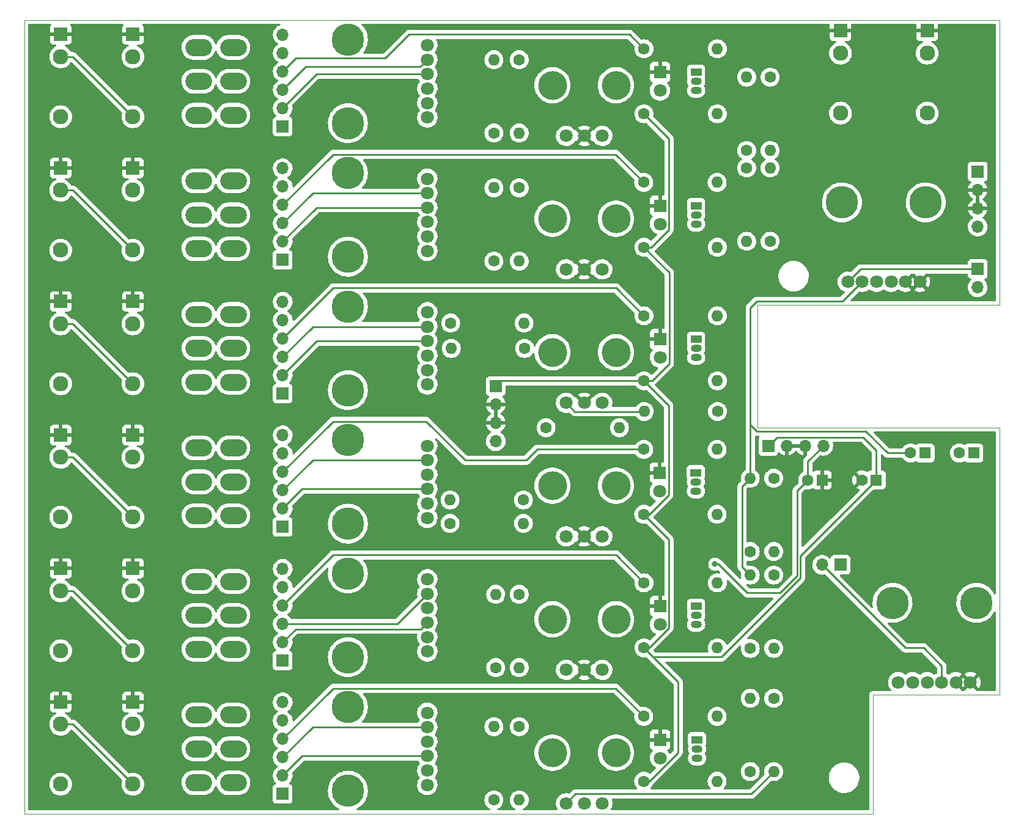
<source format=gbl>
G04 #@! TF.GenerationSoftware,KiCad,Pcbnew,(6.0.1)*
G04 #@! TF.CreationDate,2022-09-12T18:23:53+02:00*
G04 #@! TF.ProjectId,Output-mixer,4f757470-7574-42d6-9d69-7865722e6b69,rev?*
G04 #@! TF.SameCoordinates,Original*
G04 #@! TF.FileFunction,Copper,L2,Bot*
G04 #@! TF.FilePolarity,Positive*
%FSLAX46Y46*%
G04 Gerber Fmt 4.6, Leading zero omitted, Abs format (unit mm)*
G04 Created by KiCad (PCBNEW (6.0.1)) date 2022-09-12 18:23:53*
%MOMM*%
%LPD*%
G01*
G04 APERTURE LIST*
G04 #@! TA.AperFunction,Profile*
%ADD10C,0.050000*%
G04 #@! TD*
G04 #@! TA.AperFunction,Profile*
%ADD11C,0.100000*%
G04 #@! TD*
G04 #@! TA.AperFunction,ComponentPad*
%ADD12C,1.800000*%
G04 #@! TD*
G04 #@! TA.AperFunction,ComponentPad*
%ADD13C,4.500000*%
G04 #@! TD*
G04 #@! TA.AperFunction,ComponentPad*
%ADD14C,1.600000*%
G04 #@! TD*
G04 #@! TA.AperFunction,ComponentPad*
%ADD15O,1.600000X1.600000*%
G04 #@! TD*
G04 #@! TA.AperFunction,ComponentPad*
%ADD16R,1.930000X1.830000*%
G04 #@! TD*
G04 #@! TA.AperFunction,ComponentPad*
%ADD17C,2.130000*%
G04 #@! TD*
G04 #@! TA.AperFunction,ComponentPad*
%ADD18R,1.600000X1.600000*%
G04 #@! TD*
G04 #@! TA.AperFunction,ComponentPad*
%ADD19O,3.700000X2.400000*%
G04 #@! TD*
G04 #@! TA.AperFunction,ComponentPad*
%ADD20R,1.800000X1.800000*%
G04 #@! TD*
G04 #@! TA.AperFunction,WasherPad*
%ADD21C,4.000000*%
G04 #@! TD*
G04 #@! TA.AperFunction,ComponentPad*
%ADD22R,1.500000X1.050000*%
G04 #@! TD*
G04 #@! TA.AperFunction,ComponentPad*
%ADD23O,1.500000X1.050000*%
G04 #@! TD*
G04 #@! TA.AperFunction,ComponentPad*
%ADD24R,1.700000X1.700000*%
G04 #@! TD*
G04 #@! TA.AperFunction,ComponentPad*
%ADD25O,1.700000X1.700000*%
G04 #@! TD*
G04 #@! TA.AperFunction,ViaPad*
%ADD26C,0.800000*%
G04 #@! TD*
G04 #@! TA.AperFunction,Conductor*
%ADD27C,0.250000*%
G04 #@! TD*
G04 APERTURE END LIST*
D10*
X152000000Y-31000000D02*
X152000000Y-70500000D01*
X17000000Y-31000000D02*
X17000000Y-141000000D01*
X17000000Y-31000000D02*
X152000000Y-31000000D01*
D11*
X118500000Y-87500000D02*
X118500000Y-70500000D01*
X152000000Y-87500000D02*
X118500000Y-87500000D01*
X152000000Y-87500000D02*
X152000000Y-124500000D01*
X118500000Y-70500000D02*
X152000000Y-70500000D01*
D10*
X17000000Y-141000000D02*
X134500000Y-141000000D01*
D11*
X152000000Y-124500000D02*
X134500000Y-124500000D01*
X134500000Y-124500000D02*
X134500000Y-141000000D01*
D12*
X72775000Y-98000000D03*
X72775000Y-100000000D03*
X72775000Y-90000000D03*
X72775000Y-96000000D03*
X72775000Y-94000000D03*
X72775000Y-92000000D03*
D13*
X61775000Y-100800000D03*
X61775000Y-89200000D03*
D14*
X120250000Y-38920000D03*
D15*
X120250000Y-49080000D03*
D14*
X117000000Y-51500000D03*
D15*
X117000000Y-61660000D03*
D16*
X32000000Y-107000000D03*
D17*
X32000000Y-118400000D03*
X32000000Y-110100000D03*
D18*
X134955113Y-94750000D03*
D14*
X132955113Y-94750000D03*
D19*
X41100000Y-71800000D03*
X41100000Y-76500000D03*
X41100000Y-81200000D03*
X45900000Y-71800000D03*
X45900000Y-76500000D03*
X45900000Y-81200000D03*
D20*
X105000000Y-56725000D03*
D12*
X105000000Y-59265000D03*
D14*
X76010000Y-73000000D03*
D15*
X86170000Y-73000000D03*
D14*
X102750000Y-136500000D03*
D15*
X112910000Y-136500000D03*
D14*
X102780000Y-62500000D03*
D15*
X112940000Y-62500000D03*
D21*
X98900000Y-95550000D03*
X90100000Y-95550000D03*
D12*
X97000000Y-102550000D03*
X94500000Y-102550000D03*
X92000000Y-102550000D03*
X133000000Y-67275000D03*
X131000000Y-67275000D03*
X141000000Y-67275000D03*
X135000000Y-67275000D03*
X137000000Y-67275000D03*
X139000000Y-67275000D03*
D13*
X130200000Y-56275000D03*
X141800000Y-56275000D03*
D18*
X127455112Y-94750000D03*
D14*
X125455112Y-94750000D03*
D21*
X98900000Y-77050000D03*
X90100000Y-77050000D03*
D12*
X97000000Y-84050000D03*
X94500000Y-84050000D03*
X92000000Y-84050000D03*
D14*
X85500000Y-128920000D03*
D15*
X85500000Y-139080000D03*
D14*
X82000000Y-64410000D03*
D15*
X82000000Y-54250000D03*
D16*
X32000000Y-51500000D03*
D17*
X32000000Y-62900000D03*
X32000000Y-54600000D03*
D14*
X102750000Y-127500000D03*
D15*
X112910000Y-127500000D03*
D16*
X22000000Y-107000000D03*
D17*
X22000000Y-118400000D03*
X22000000Y-110100000D03*
D16*
X22000000Y-33000000D03*
D17*
X22000000Y-44400000D03*
X22000000Y-36100000D03*
D19*
X41100000Y-108800000D03*
X41100000Y-113500000D03*
X41100000Y-118200000D03*
X45900000Y-108800000D03*
X45900000Y-113500000D03*
X45900000Y-118200000D03*
D16*
X32000000Y-125500000D03*
D17*
X32000000Y-136900000D03*
X32000000Y-128600000D03*
D14*
X120750000Y-125000000D03*
D15*
X120750000Y-135160000D03*
D22*
X110000000Y-38225000D03*
D23*
X110000000Y-39495000D03*
X110000000Y-40765000D03*
D22*
X109970000Y-93730000D03*
D23*
X109970000Y-95000000D03*
X109970000Y-96270000D03*
D14*
X102780000Y-43995000D03*
D15*
X112940000Y-43995000D03*
D16*
X22000000Y-70000000D03*
D17*
X22000000Y-81400000D03*
X22000000Y-73100000D03*
D14*
X120250000Y-61660000D03*
D15*
X120250000Y-51500000D03*
D20*
X105000000Y-130725000D03*
D12*
X105000000Y-133265000D03*
D14*
X102780000Y-118000000D03*
D15*
X112940000Y-118000000D03*
D19*
X41100000Y-34800000D03*
X41100000Y-39500000D03*
X41100000Y-44200000D03*
X45900000Y-34800000D03*
X45900000Y-39500000D03*
X45900000Y-44200000D03*
D14*
X102780000Y-109000000D03*
D15*
X112940000Y-109000000D03*
D20*
X105000000Y-112225000D03*
D12*
X105000000Y-114765000D03*
D14*
X117000000Y-49080000D03*
D15*
X117000000Y-38920000D03*
D14*
X102780000Y-81000000D03*
D15*
X112940000Y-81000000D03*
D16*
X22000000Y-51500000D03*
D17*
X22000000Y-62900000D03*
X22000000Y-54600000D03*
D18*
X148455113Y-91000000D03*
D14*
X146455113Y-91000000D03*
D16*
X22000000Y-88500000D03*
D17*
X22000000Y-99900000D03*
X22000000Y-91600000D03*
D14*
X102750000Y-53500000D03*
D15*
X112910000Y-53500000D03*
D16*
X142000000Y-32500000D03*
D17*
X142000000Y-43900000D03*
X142000000Y-35600000D03*
D12*
X140000000Y-122775000D03*
X138000000Y-122775000D03*
X148000000Y-122775000D03*
X142000000Y-122775000D03*
X144000000Y-122775000D03*
X146000000Y-122775000D03*
D13*
X137200000Y-111775000D03*
X148800000Y-111775000D03*
D12*
X72775000Y-135000000D03*
X72775000Y-137000000D03*
X72775000Y-127000000D03*
X72775000Y-133000000D03*
X72775000Y-131000000D03*
X72775000Y-129000000D03*
D13*
X61775000Y-137800000D03*
X61775000Y-126200000D03*
D14*
X102780000Y-72000000D03*
D15*
X112940000Y-72000000D03*
D14*
X112970000Y-85250000D03*
D15*
X102810000Y-85250000D03*
D16*
X32000000Y-70000000D03*
D17*
X32000000Y-81400000D03*
X32000000Y-73100000D03*
D14*
X89220000Y-87500000D03*
D15*
X99380000Y-87500000D03*
D12*
X72775000Y-61000000D03*
X72775000Y-63000000D03*
X72775000Y-53000000D03*
X72775000Y-59000000D03*
X72775000Y-57000000D03*
X72775000Y-55000000D03*
D13*
X61775000Y-63800000D03*
X61775000Y-52200000D03*
D16*
X32000000Y-33000000D03*
D17*
X32000000Y-44400000D03*
X32000000Y-36100000D03*
D14*
X120750000Y-94500000D03*
D15*
X120750000Y-104660000D03*
D14*
X85500000Y-110590000D03*
D15*
X85500000Y-120750000D03*
D21*
X98900000Y-114050000D03*
X90100000Y-114050000D03*
D12*
X97000000Y-121050000D03*
X94500000Y-121050000D03*
X92000000Y-121050000D03*
D14*
X120750000Y-107920000D03*
D15*
X120750000Y-118080000D03*
D12*
X72775000Y-42500000D03*
X72775000Y-44500000D03*
X72775000Y-34500000D03*
X72775000Y-40500000D03*
X72775000Y-38500000D03*
X72775000Y-36500000D03*
D13*
X61775000Y-45300000D03*
X61775000Y-33700000D03*
D12*
X72775000Y-79500000D03*
X72775000Y-81500000D03*
X72775000Y-71500000D03*
X72775000Y-77500000D03*
X72775000Y-75500000D03*
X72775000Y-73500000D03*
D13*
X61775000Y-82300000D03*
X61775000Y-70700000D03*
D14*
X82250000Y-120750000D03*
D15*
X82250000Y-110590000D03*
D18*
X141705113Y-91000000D03*
D14*
X139705113Y-91000000D03*
X117500000Y-118080000D03*
D15*
X117500000Y-107920000D03*
D14*
X82000000Y-139080000D03*
D15*
X82000000Y-128920000D03*
D16*
X32000000Y-88500000D03*
D17*
X32000000Y-99900000D03*
X32000000Y-91600000D03*
D21*
X90100000Y-58550000D03*
X98900000Y-58550000D03*
D12*
X97000000Y-65550000D03*
X94500000Y-65550000D03*
X92000000Y-65550000D03*
D14*
X86080000Y-97500000D03*
D15*
X75920000Y-97500000D03*
D14*
X86250000Y-76500000D03*
D15*
X76090000Y-76500000D03*
D22*
X110140000Y-130730000D03*
D23*
X110140000Y-132000000D03*
X110140000Y-133270000D03*
D14*
X82000000Y-46660000D03*
D15*
X82000000Y-36500000D03*
D20*
X105000000Y-75225000D03*
D12*
X105000000Y-77765000D03*
D16*
X22000000Y-125500000D03*
D17*
X22000000Y-136900000D03*
X22000000Y-128600000D03*
D19*
X41100000Y-90300000D03*
X41100000Y-95000000D03*
X41100000Y-99700000D03*
X45900000Y-90300000D03*
X45900000Y-95000000D03*
X45900000Y-99700000D03*
D20*
X105000000Y-38225000D03*
D12*
X105000000Y-40765000D03*
D19*
X41100000Y-53300000D03*
X41100000Y-58000000D03*
X41100000Y-62700000D03*
X45900000Y-53300000D03*
X45900000Y-58000000D03*
X45900000Y-62700000D03*
D14*
X102750000Y-99500000D03*
D15*
X112910000Y-99500000D03*
D19*
X41100000Y-127300000D03*
X41100000Y-132000000D03*
X41100000Y-136700000D03*
X45900000Y-127300000D03*
X45900000Y-132000000D03*
X45900000Y-136700000D03*
D14*
X85500000Y-54250000D03*
D15*
X85500000Y-64410000D03*
D14*
X102780000Y-34995000D03*
D15*
X112940000Y-34995000D03*
D12*
X72775000Y-116500000D03*
X72775000Y-118500000D03*
X72775000Y-108500000D03*
X72775000Y-114500000D03*
X72775000Y-112500000D03*
X72775000Y-110500000D03*
D13*
X61775000Y-119300000D03*
X61775000Y-107700000D03*
D14*
X117500000Y-104660000D03*
D15*
X117500000Y-94500000D03*
D22*
X110000000Y-75230000D03*
D23*
X110000000Y-76500000D03*
X110000000Y-77770000D03*
D21*
X90100000Y-40050000D03*
X98900000Y-40050000D03*
D12*
X97000000Y-47050000D03*
X94500000Y-47050000D03*
X92000000Y-47050000D03*
D14*
X85500000Y-36500000D03*
D15*
X85500000Y-46660000D03*
D16*
X130000000Y-32500000D03*
D17*
X130000000Y-43900000D03*
X130000000Y-35600000D03*
D21*
X90100000Y-132550000D03*
X98900000Y-132550000D03*
D12*
X97000000Y-139550000D03*
X94500000Y-139550000D03*
X92000000Y-139550000D03*
D14*
X75920000Y-100750000D03*
D15*
X86080000Y-100750000D03*
D14*
X117500000Y-135160000D03*
D15*
X117500000Y-125000000D03*
D14*
X102750000Y-90500000D03*
D15*
X112910000Y-90500000D03*
D22*
X110000000Y-56730000D03*
D23*
X110000000Y-58000000D03*
X110000000Y-59270000D03*
D22*
X110000000Y-112230000D03*
D23*
X110000000Y-113500000D03*
X110000000Y-114770000D03*
D20*
X104970000Y-93725000D03*
D12*
X104970000Y-96265000D03*
D24*
X149000000Y-65500000D03*
D25*
X149000000Y-68040000D03*
D24*
X52750000Y-119750000D03*
D25*
X52750000Y-117210000D03*
X52750000Y-114670000D03*
X52750000Y-112130000D03*
X52750000Y-109590000D03*
X52750000Y-107050000D03*
D24*
X52750000Y-138250000D03*
D25*
X52750000Y-135710000D03*
X52750000Y-133170000D03*
X52750000Y-130630000D03*
X52750000Y-128090000D03*
X52750000Y-125550000D03*
D24*
X149000000Y-52000000D03*
D25*
X149000000Y-54540000D03*
X149000000Y-57080000D03*
X149000000Y-59620000D03*
D24*
X120000000Y-90000000D03*
D25*
X122540000Y-90000000D03*
X125080000Y-90000000D03*
X127620000Y-90000000D03*
D24*
X52750000Y-45750000D03*
D25*
X52750000Y-43210000D03*
X52750000Y-40670000D03*
X52750000Y-38130000D03*
X52750000Y-35590000D03*
X52750000Y-33050000D03*
D24*
X52750000Y-64250000D03*
D25*
X52750000Y-61710000D03*
X52750000Y-59170000D03*
X52750000Y-56630000D03*
X52750000Y-54090000D03*
X52750000Y-51550000D03*
D24*
X82250000Y-81750000D03*
D25*
X82250000Y-84290000D03*
X82250000Y-86830000D03*
X82250000Y-89370000D03*
D24*
X52750000Y-101250000D03*
D25*
X52750000Y-98710000D03*
X52750000Y-96170000D03*
X52750000Y-93630000D03*
X52750000Y-91090000D03*
X52750000Y-88550000D03*
D24*
X130000000Y-106500000D03*
D25*
X127460000Y-106500000D03*
D24*
X52750000Y-82750000D03*
D25*
X52750000Y-80210000D03*
X52750000Y-77670000D03*
X52750000Y-75130000D03*
X52750000Y-72590000D03*
X52750000Y-70050000D03*
D26*
X112600000Y-106400000D03*
X92500000Y-136100000D03*
X88625000Y-129125000D03*
X123125000Y-94275000D03*
X93325000Y-135375000D03*
X126000000Y-135000000D03*
X125000000Y-135000000D03*
X126000000Y-134000000D03*
X143775000Y-93300000D03*
X142925000Y-93975000D03*
X137300000Y-89375000D03*
X125000000Y-134000000D03*
D27*
X22000000Y-36100000D02*
X23700000Y-36100000D01*
X23700000Y-36100000D02*
X32000000Y-44400000D01*
X103800000Y-62500000D02*
X102780000Y-62500000D01*
X102780000Y-81000000D02*
X103911370Y-81000000D01*
X102780000Y-118000000D02*
X107500000Y-122720000D01*
X102750000Y-99500000D02*
X106224511Y-102974511D01*
X107500000Y-122720000D02*
X107500000Y-132500000D01*
X106300000Y-66020000D02*
X102780000Y-62500000D01*
X102780000Y-81000000D02*
X106194511Y-84414511D01*
X106224511Y-47439511D02*
X106224511Y-60075489D01*
X103496721Y-118000000D02*
X102780000Y-118000000D01*
X102780000Y-81000000D02*
X83000000Y-81000000D01*
X134955113Y-90594103D02*
X133186499Y-88825489D01*
X103911370Y-81000000D02*
X106300000Y-78611370D01*
X113540000Y-119260000D02*
X104040000Y-119260000D01*
X106300000Y-78611370D02*
X106300000Y-66020000D01*
X106224511Y-60075489D02*
X103800000Y-62500000D01*
X124449520Y-108350480D02*
X113540000Y-119260000D01*
X106194511Y-84414511D02*
X106194511Y-96805489D01*
X121174511Y-88825489D02*
X120000000Y-90000000D01*
X106224511Y-115272210D02*
X103496721Y-118000000D01*
X107500000Y-132500000D02*
X103500000Y-136500000D01*
X134955113Y-94750000D02*
X124449520Y-105255593D01*
X106194511Y-96805489D02*
X103500000Y-99500000D01*
X106224511Y-102974511D02*
X106224511Y-115272210D01*
X134955113Y-94750000D02*
X134955113Y-90594103D01*
X124449520Y-105255593D02*
X124449520Y-108350480D01*
X103500000Y-99500000D02*
X102750000Y-99500000D01*
X133186499Y-88825489D02*
X121174511Y-88825489D01*
X83000000Y-81000000D02*
X82250000Y-81750000D01*
X102780000Y-43995000D02*
X106224511Y-47439511D01*
X103500000Y-136500000D02*
X102750000Y-136500000D01*
X124000000Y-108030300D02*
X121630300Y-110400000D01*
X121630300Y-110400000D02*
X117100000Y-110400000D01*
X125455112Y-92164888D02*
X125455112Y-94750000D01*
X127620000Y-90000000D02*
X125455112Y-92164888D01*
X117100000Y-110400000D02*
X113100000Y-106400000D01*
X125455112Y-94750000D02*
X124000000Y-96205112D01*
X124000000Y-96205112D02*
X124000000Y-108030300D01*
X113100000Y-106400000D02*
X112600000Y-106400000D01*
X54605489Y-36274511D02*
X66975489Y-36274511D01*
X100785000Y-33000000D02*
X102780000Y-34995000D01*
X52750000Y-38130000D02*
X54605489Y-36274511D01*
X70250000Y-33000000D02*
X100785000Y-33000000D01*
X66975489Y-36274511D02*
X70250000Y-33000000D01*
X131000000Y-67275000D02*
X132775000Y-65500000D01*
X132775000Y-65500000D02*
X149000000Y-65500000D01*
X98875489Y-49625489D02*
X102750000Y-53500000D01*
X59754511Y-49625489D02*
X98875489Y-49625489D01*
X52750000Y-56630000D02*
X59754511Y-49625489D01*
X102780000Y-72000000D02*
X98905489Y-68125489D01*
X59754511Y-68125489D02*
X52750000Y-75130000D01*
X98905489Y-68125489D02*
X59754511Y-68125489D01*
X72625489Y-86625489D02*
X59754511Y-86625489D01*
X88000000Y-90500000D02*
X86500000Y-92000000D01*
X102750000Y-90500000D02*
X88000000Y-90500000D01*
X86500000Y-92000000D02*
X78000000Y-92000000D01*
X78000000Y-92000000D02*
X72625489Y-86625489D01*
X59754511Y-86625489D02*
X52750000Y-93630000D01*
X98905489Y-105125489D02*
X59754511Y-105125489D01*
X102780000Y-109000000D02*
X98905489Y-105125489D01*
X59754511Y-105125489D02*
X52750000Y-112130000D01*
X102750000Y-127500000D02*
X98875489Y-123625489D01*
X59754511Y-123625489D02*
X52750000Y-130630000D01*
X98875489Y-123625489D02*
X59754511Y-123625489D01*
X139705113Y-91000000D02*
X136500000Y-91000000D01*
X130275000Y-70000000D02*
X133000000Y-67275000D01*
X136500000Y-91000000D02*
X133500000Y-88000000D01*
X116375489Y-95624511D02*
X116375489Y-106795489D01*
X117500000Y-94500000D02*
X117500000Y-87100000D01*
X117500000Y-94500000D02*
X116375489Y-95624511D01*
X118400000Y-88000000D02*
X117500000Y-87100000D01*
X117500000Y-70900000D02*
X118400000Y-70000000D01*
X116375489Y-106795489D02*
X117500000Y-107920000D01*
X117500000Y-87100000D02*
X117500000Y-70900000D01*
X118400000Y-70000000D02*
X130275000Y-70000000D01*
X133500000Y-88000000D02*
X118400000Y-88000000D01*
X93224511Y-85274511D02*
X102785489Y-85274511D01*
X102785489Y-85274511D02*
X102810000Y-85250000D01*
X92000000Y-84050000D02*
X93224511Y-85274511D01*
X93300000Y-138250000D02*
X117660000Y-138250000D01*
X117660000Y-138250000D02*
X120750000Y-135160000D01*
X92000000Y-139550000D02*
X93300000Y-138250000D01*
X23700000Y-110100000D02*
X32000000Y-118400000D01*
X22000000Y-110100000D02*
X23700000Y-110100000D01*
X55920000Y-37500000D02*
X71775000Y-37500000D01*
X71775000Y-37500000D02*
X72775000Y-36500000D01*
X52750000Y-40670000D02*
X55920000Y-37500000D01*
X72775000Y-55000000D02*
X56920000Y-55000000D01*
X56920000Y-55000000D02*
X52750000Y-59170000D01*
X56920000Y-73500000D02*
X52750000Y-77670000D01*
X72775000Y-73500000D02*
X56920000Y-73500000D01*
X56920000Y-92000000D02*
X52750000Y-96170000D01*
X72775000Y-92000000D02*
X56920000Y-92000000D01*
X141500000Y-118000000D02*
X144000000Y-120500000D01*
X138960000Y-118000000D02*
X141500000Y-118000000D01*
X144000000Y-120500000D02*
X144000000Y-122775000D01*
X127460000Y-106500000D02*
X138960000Y-118000000D01*
X68605000Y-114670000D02*
X52750000Y-114670000D01*
X72775000Y-110500000D02*
X68605000Y-114670000D01*
X72775000Y-38500000D02*
X57460000Y-38500000D01*
X57460000Y-38500000D02*
X52750000Y-43210000D01*
X72775000Y-57000000D02*
X57460000Y-57000000D01*
X57460000Y-57000000D02*
X52750000Y-61710000D01*
X23700000Y-54600000D02*
X32000000Y-62900000D01*
X22000000Y-54600000D02*
X23700000Y-54600000D01*
X23700000Y-73100000D02*
X32000000Y-81400000D01*
X22000000Y-73100000D02*
X23700000Y-73100000D01*
X22000000Y-91600000D02*
X23700000Y-91600000D01*
X23700000Y-91600000D02*
X32000000Y-99900000D01*
X52750000Y-80210000D02*
X57460000Y-75500000D01*
X57460000Y-75500000D02*
X72775000Y-75500000D01*
X56920000Y-129000000D02*
X52750000Y-133170000D01*
X72775000Y-129000000D02*
X56920000Y-129000000D01*
X55460000Y-96000000D02*
X52750000Y-98710000D01*
X72775000Y-96000000D02*
X55460000Y-96000000D01*
X54560000Y-115400000D02*
X52750000Y-117210000D01*
X71875000Y-115400000D02*
X54560000Y-115400000D01*
X72775000Y-114500000D02*
X71875000Y-115400000D01*
X55460000Y-133000000D02*
X52750000Y-135710000D01*
X72775000Y-133000000D02*
X55460000Y-133000000D01*
X23700000Y-128600000D02*
X32000000Y-136900000D01*
X22000000Y-128600000D02*
X23700000Y-128600000D01*
G04 #@! TA.AperFunction,Conductor*
G36*
X20651922Y-31528002D02*
G01*
X20698415Y-31581658D01*
X20708519Y-31651932D01*
X20679025Y-31716512D01*
X20672896Y-31723095D01*
X20666715Y-31729276D01*
X20590214Y-31831351D01*
X20581676Y-31846946D01*
X20536522Y-31967394D01*
X20532895Y-31982649D01*
X20527369Y-32033514D01*
X20527000Y-32040328D01*
X20527000Y-32727885D01*
X20531475Y-32743124D01*
X20532865Y-32744329D01*
X20540548Y-32746000D01*
X23454884Y-32746000D01*
X23470123Y-32741525D01*
X23471328Y-32740135D01*
X23472999Y-32732452D01*
X23472999Y-32040331D01*
X23472629Y-32033510D01*
X23467105Y-31982648D01*
X23463479Y-31967396D01*
X23418324Y-31846946D01*
X23409786Y-31831351D01*
X23333285Y-31729276D01*
X23327104Y-31723095D01*
X23293078Y-31660783D01*
X23298143Y-31589968D01*
X23340690Y-31533132D01*
X23407210Y-31508321D01*
X23416199Y-31508000D01*
X30583801Y-31508000D01*
X30651922Y-31528002D01*
X30698415Y-31581658D01*
X30708519Y-31651932D01*
X30679025Y-31716512D01*
X30672896Y-31723095D01*
X30666715Y-31729276D01*
X30590214Y-31831351D01*
X30581676Y-31846946D01*
X30536522Y-31967394D01*
X30532895Y-31982649D01*
X30527369Y-32033514D01*
X30527000Y-32040328D01*
X30527000Y-32727885D01*
X30531475Y-32743124D01*
X30532865Y-32744329D01*
X30540548Y-32746000D01*
X33454884Y-32746000D01*
X33470123Y-32741525D01*
X33471328Y-32740135D01*
X33472999Y-32732452D01*
X33472999Y-32040331D01*
X33472629Y-32033510D01*
X33467105Y-31982648D01*
X33463479Y-31967396D01*
X33418324Y-31846946D01*
X33409786Y-31831351D01*
X33333285Y-31729276D01*
X33327104Y-31723095D01*
X33293078Y-31660783D01*
X33298143Y-31589968D01*
X33340690Y-31533132D01*
X33407210Y-31508321D01*
X33416199Y-31508000D01*
X52303742Y-31508000D01*
X52371863Y-31528002D01*
X52418356Y-31581658D01*
X52428460Y-31651932D01*
X52398966Y-31716512D01*
X52342887Y-31753765D01*
X52221756Y-31793357D01*
X52023607Y-31896507D01*
X52019474Y-31899610D01*
X52019471Y-31899612D01*
X51908876Y-31982649D01*
X51844965Y-32030635D01*
X51690629Y-32192138D01*
X51564743Y-32376680D01*
X51549003Y-32410590D01*
X51475655Y-32568605D01*
X51470688Y-32579305D01*
X51410989Y-32794570D01*
X51387251Y-33016695D01*
X51387548Y-33021848D01*
X51387548Y-33021851D01*
X51393011Y-33116590D01*
X51400110Y-33239715D01*
X51401247Y-33244761D01*
X51401248Y-33244767D01*
X51421119Y-33332939D01*
X51449222Y-33457639D01*
X51533266Y-33664616D01*
X51554949Y-33700000D01*
X51602400Y-33777432D01*
X51649987Y-33855088D01*
X51796250Y-34023938D01*
X51968126Y-34166632D01*
X52018815Y-34196252D01*
X52041445Y-34209476D01*
X52090169Y-34261114D01*
X52103240Y-34330897D01*
X52076509Y-34396669D01*
X52036055Y-34430027D01*
X52023607Y-34436507D01*
X52019474Y-34439610D01*
X52019471Y-34439612D01*
X51849100Y-34567530D01*
X51844965Y-34570635D01*
X51841393Y-34574373D01*
X51716005Y-34705584D01*
X51690629Y-34732138D01*
X51687715Y-34736410D01*
X51687714Y-34736411D01*
X51670533Y-34761598D01*
X51564743Y-34916680D01*
X51535017Y-34980719D01*
X51476082Y-35107685D01*
X51470688Y-35119305D01*
X51410989Y-35334570D01*
X51387251Y-35556695D01*
X51387548Y-35561848D01*
X51387548Y-35561851D01*
X51398076Y-35744438D01*
X51400110Y-35779715D01*
X51401247Y-35784761D01*
X51401248Y-35784767D01*
X51415561Y-35848276D01*
X51449222Y-35997639D01*
X51533266Y-36204616D01*
X51572823Y-36269167D01*
X51623414Y-36351724D01*
X51649987Y-36395088D01*
X51796250Y-36563938D01*
X51901605Y-36651405D01*
X51962240Y-36701745D01*
X51968126Y-36706632D01*
X52025200Y-36739983D01*
X52041445Y-36749476D01*
X52090169Y-36801114D01*
X52103240Y-36870897D01*
X52076509Y-36936669D01*
X52036055Y-36970027D01*
X52023607Y-36976507D01*
X52019474Y-36979610D01*
X52019471Y-36979612D01*
X51860167Y-37099221D01*
X51844965Y-37110635D01*
X51690629Y-37272138D01*
X51564743Y-37456680D01*
X51470688Y-37659305D01*
X51410989Y-37874570D01*
X51387251Y-38096695D01*
X51387548Y-38101848D01*
X51387548Y-38101851D01*
X51397142Y-38268238D01*
X51400110Y-38319715D01*
X51401247Y-38324761D01*
X51401248Y-38324767D01*
X51406618Y-38348595D01*
X51449222Y-38537639D01*
X51533266Y-38744616D01*
X51569422Y-38803617D01*
X51632973Y-38907323D01*
X51649987Y-38935088D01*
X51796250Y-39103938D01*
X51968126Y-39246632D01*
X52025732Y-39280294D01*
X52041445Y-39289476D01*
X52090169Y-39341114D01*
X52103240Y-39410897D01*
X52076509Y-39476669D01*
X52036055Y-39510027D01*
X52023607Y-39516507D01*
X52019474Y-39519610D01*
X52019471Y-39519612D01*
X51862239Y-39637665D01*
X51844965Y-39650635D01*
X51841393Y-39654373D01*
X51700414Y-39801899D01*
X51690629Y-39812138D01*
X51564743Y-39996680D01*
X51470688Y-40199305D01*
X51410989Y-40414570D01*
X51387251Y-40636695D01*
X51387548Y-40641848D01*
X51387548Y-40641851D01*
X51398630Y-40834041D01*
X51400110Y-40859715D01*
X51401247Y-40864761D01*
X51401248Y-40864767D01*
X51424444Y-40967694D01*
X51449222Y-41077639D01*
X51533266Y-41284616D01*
X51584942Y-41368944D01*
X51602411Y-41397450D01*
X51649987Y-41475088D01*
X51796250Y-41643938D01*
X51968126Y-41786632D01*
X52002275Y-41806587D01*
X52041445Y-41829476D01*
X52090169Y-41881114D01*
X52103240Y-41950897D01*
X52076509Y-42016669D01*
X52036055Y-42050027D01*
X52023607Y-42056507D01*
X52019474Y-42059610D01*
X52019471Y-42059612D01*
X51849100Y-42187530D01*
X51844965Y-42190635D01*
X51841393Y-42194373D01*
X51719409Y-42322022D01*
X51690629Y-42352138D01*
X51564743Y-42536680D01*
X51525666Y-42620864D01*
X51478916Y-42721580D01*
X51470688Y-42739305D01*
X51410989Y-42954570D01*
X51387251Y-43176695D01*
X51387548Y-43181848D01*
X51387548Y-43181851D01*
X51393011Y-43276590D01*
X51400110Y-43399715D01*
X51401247Y-43404761D01*
X51401248Y-43404767D01*
X51418308Y-43480464D01*
X51449222Y-43617639D01*
X51509835Y-43766913D01*
X51512658Y-43773863D01*
X51533266Y-43824616D01*
X51649987Y-44015088D01*
X51796250Y-44183938D01*
X51800230Y-44187242D01*
X51804981Y-44191187D01*
X51844616Y-44250090D01*
X51846113Y-44321071D01*
X51808997Y-44381593D01*
X51768724Y-44406112D01*
X51653295Y-44449385D01*
X51536739Y-44536739D01*
X51449385Y-44653295D01*
X51398255Y-44789684D01*
X51391500Y-44851866D01*
X51391500Y-46648134D01*
X51398255Y-46710316D01*
X51449385Y-46846705D01*
X51536739Y-46963261D01*
X51653295Y-47050615D01*
X51789684Y-47101745D01*
X51851866Y-47108500D01*
X53648134Y-47108500D01*
X53710316Y-47101745D01*
X53846705Y-47050615D01*
X53963261Y-46963261D01*
X54050615Y-46846705D01*
X54101745Y-46710316D01*
X54108500Y-46648134D01*
X54108500Y-45271061D01*
X59011610Y-45271061D01*
X59012480Y-45288543D01*
X59026783Y-45575850D01*
X59028147Y-45603255D01*
X59028788Y-45606986D01*
X59028789Y-45606994D01*
X59081145Y-45911683D01*
X59084474Y-45931057D01*
X59085562Y-45934696D01*
X59085563Y-45934699D01*
X59160072Y-46183838D01*
X59179774Y-46249718D01*
X59181287Y-46253189D01*
X59181289Y-46253195D01*
X59256867Y-46426598D01*
X59312666Y-46554622D01*
X59314589Y-46557893D01*
X59314591Y-46557897D01*
X59333344Y-46589797D01*
X59481226Y-46841352D01*
X59483527Y-46844367D01*
X59680712Y-47102742D01*
X59680717Y-47102748D01*
X59683012Y-47105755D01*
X59715658Y-47139267D01*
X59853450Y-47280714D01*
X59915102Y-47344002D01*
X60174132Y-47552640D01*
X60256035Y-47603719D01*
X60389952Y-47687237D01*
X60456352Y-47728648D01*
X60757672Y-47869476D01*
X60826262Y-47891961D01*
X61063260Y-47969653D01*
X61073729Y-47973085D01*
X61399944Y-48037973D01*
X61403716Y-48038260D01*
X61403724Y-48038261D01*
X61727815Y-48062914D01*
X61727820Y-48062914D01*
X61731592Y-48063201D01*
X62063869Y-48048403D01*
X62068401Y-48047649D01*
X62388220Y-47994417D01*
X62388225Y-47994416D01*
X62391961Y-47993794D01*
X62711116Y-47900164D01*
X62714583Y-47898674D01*
X62714587Y-47898673D01*
X63013228Y-47770366D01*
X63013230Y-47770365D01*
X63016712Y-47768869D01*
X63304321Y-47601813D01*
X63307343Y-47599532D01*
X63307347Y-47599529D01*
X63566753Y-47403697D01*
X63566754Y-47403696D01*
X63569777Y-47401414D01*
X63809235Y-47170575D01*
X64019227Y-46912641D01*
X64165249Y-46681210D01*
X64178632Y-46660000D01*
X80686502Y-46660000D01*
X80706457Y-46888087D01*
X80707881Y-46893400D01*
X80707881Y-46893402D01*
X80762964Y-47098971D01*
X80765716Y-47109243D01*
X80768039Y-47114224D01*
X80768039Y-47114225D01*
X80860151Y-47311762D01*
X80860154Y-47311767D01*
X80862477Y-47316749D01*
X80993802Y-47504300D01*
X81155700Y-47666198D01*
X81160208Y-47669355D01*
X81160211Y-47669357D01*
X81192036Y-47691641D01*
X81343251Y-47797523D01*
X81348233Y-47799846D01*
X81348238Y-47799849D01*
X81545775Y-47891961D01*
X81550757Y-47894284D01*
X81556065Y-47895706D01*
X81556067Y-47895707D01*
X81766598Y-47952119D01*
X81766600Y-47952119D01*
X81771913Y-47953543D01*
X82000000Y-47973498D01*
X82228087Y-47953543D01*
X82233400Y-47952119D01*
X82233402Y-47952119D01*
X82443933Y-47895707D01*
X82443935Y-47895706D01*
X82449243Y-47894284D01*
X82454225Y-47891961D01*
X82651762Y-47799849D01*
X82651767Y-47799846D01*
X82656749Y-47797523D01*
X82807964Y-47691641D01*
X82839789Y-47669357D01*
X82839792Y-47669355D01*
X82844300Y-47666198D01*
X83006198Y-47504300D01*
X83137523Y-47316749D01*
X83139846Y-47311767D01*
X83139849Y-47311762D01*
X83231961Y-47114225D01*
X83231961Y-47114224D01*
X83234284Y-47109243D01*
X83237037Y-47098971D01*
X83292119Y-46893402D01*
X83292119Y-46893400D01*
X83293543Y-46888087D01*
X83313498Y-46660000D01*
X84186502Y-46660000D01*
X84206457Y-46888087D01*
X84207881Y-46893400D01*
X84207881Y-46893402D01*
X84262964Y-47098971D01*
X84265716Y-47109243D01*
X84268039Y-47114224D01*
X84268039Y-47114225D01*
X84360151Y-47311762D01*
X84360154Y-47311767D01*
X84362477Y-47316749D01*
X84493802Y-47504300D01*
X84655700Y-47666198D01*
X84660208Y-47669355D01*
X84660211Y-47669357D01*
X84692036Y-47691641D01*
X84843251Y-47797523D01*
X84848233Y-47799846D01*
X84848238Y-47799849D01*
X85045775Y-47891961D01*
X85050757Y-47894284D01*
X85056065Y-47895706D01*
X85056067Y-47895707D01*
X85266598Y-47952119D01*
X85266600Y-47952119D01*
X85271913Y-47953543D01*
X85500000Y-47973498D01*
X85728087Y-47953543D01*
X85733400Y-47952119D01*
X85733402Y-47952119D01*
X85943933Y-47895707D01*
X85943935Y-47895706D01*
X85949243Y-47894284D01*
X85954225Y-47891961D01*
X86151762Y-47799849D01*
X86151767Y-47799846D01*
X86156749Y-47797523D01*
X86307964Y-47691641D01*
X86339789Y-47669357D01*
X86339792Y-47669355D01*
X86344300Y-47666198D01*
X86506198Y-47504300D01*
X86637523Y-47316749D01*
X86639846Y-47311767D01*
X86639849Y-47311762D01*
X86731961Y-47114225D01*
X86731961Y-47114224D01*
X86734284Y-47109243D01*
X86737037Y-47098971D01*
X86759411Y-47015469D01*
X90587095Y-47015469D01*
X90587392Y-47020622D01*
X90587392Y-47020625D01*
X90596529Y-47179090D01*
X90600427Y-47246697D01*
X90601564Y-47251743D01*
X90601565Y-47251749D01*
X90631327Y-47383812D01*
X90651346Y-47472642D01*
X90653288Y-47477424D01*
X90653289Y-47477428D01*
X90736540Y-47682450D01*
X90738484Y-47687237D01*
X90859501Y-47884719D01*
X91011147Y-48059784D01*
X91189349Y-48207730D01*
X91389322Y-48324584D01*
X91605694Y-48407209D01*
X91610760Y-48408240D01*
X91610761Y-48408240D01*
X91662385Y-48418743D01*
X91832656Y-48453385D01*
X91963324Y-48458176D01*
X92058949Y-48461683D01*
X92058953Y-48461683D01*
X92064113Y-48461872D01*
X92069233Y-48461216D01*
X92069235Y-48461216D01*
X92142291Y-48451857D01*
X92293847Y-48432442D01*
X92298795Y-48430957D01*
X92298802Y-48430956D01*
X92510747Y-48367369D01*
X92515690Y-48365886D01*
X92597161Y-48325974D01*
X92719049Y-48266262D01*
X92719052Y-48266260D01*
X92723684Y-48263991D01*
X92797406Y-48211406D01*
X93703423Y-48211406D01*
X93708704Y-48218461D01*
X93885080Y-48321527D01*
X93894363Y-48325974D01*
X94101003Y-48404883D01*
X94110901Y-48407759D01*
X94327653Y-48451857D01*
X94337883Y-48453076D01*
X94558914Y-48461182D01*
X94569223Y-48460714D01*
X94788623Y-48432608D01*
X94798688Y-48430468D01*
X95010557Y-48366905D01*
X95020152Y-48363144D01*
X95218778Y-48265838D01*
X95227636Y-48260559D01*
X95285097Y-48219572D01*
X95293497Y-48208874D01*
X95286510Y-48195721D01*
X94512811Y-47422021D01*
X94498868Y-47414408D01*
X94497034Y-47414539D01*
X94490420Y-47418790D01*
X93710180Y-48199031D01*
X93703423Y-48211406D01*
X92797406Y-48211406D01*
X92912243Y-48129494D01*
X93076303Y-47966005D01*
X93150714Y-47862451D01*
X93206709Y-47818803D01*
X93277412Y-47812357D01*
X93337572Y-47842543D01*
X93340555Y-47845242D01*
X93349330Y-47841459D01*
X94127979Y-47062811D01*
X94134356Y-47051132D01*
X94864408Y-47051132D01*
X94864539Y-47052966D01*
X94868790Y-47059580D01*
X95646307Y-47837096D01*
X95658313Y-47843652D01*
X95667244Y-47836829D01*
X95733519Y-47811370D01*
X95803037Y-47825783D01*
X95851165Y-47871117D01*
X95856802Y-47880315D01*
X95859501Y-47884719D01*
X96011147Y-48059784D01*
X96189349Y-48207730D01*
X96389322Y-48324584D01*
X96605694Y-48407209D01*
X96610760Y-48408240D01*
X96610761Y-48408240D01*
X96662385Y-48418743D01*
X96832656Y-48453385D01*
X96963324Y-48458176D01*
X97058949Y-48461683D01*
X97058953Y-48461683D01*
X97064113Y-48461872D01*
X97069233Y-48461216D01*
X97069235Y-48461216D01*
X97142291Y-48451857D01*
X97293847Y-48432442D01*
X97298795Y-48430957D01*
X97298802Y-48430956D01*
X97510747Y-48367369D01*
X97515690Y-48365886D01*
X97597161Y-48325974D01*
X97719049Y-48266262D01*
X97719052Y-48266260D01*
X97723684Y-48263991D01*
X97912243Y-48129494D01*
X98076303Y-47966005D01*
X98211458Y-47777917D01*
X98216873Y-47766962D01*
X98311784Y-47574922D01*
X98311785Y-47574920D01*
X98314078Y-47570280D01*
X98381408Y-47348671D01*
X98411640Y-47119041D01*
X98411758Y-47114225D01*
X98413245Y-47053365D01*
X98413245Y-47053361D01*
X98413327Y-47050000D01*
X98401770Y-46909431D01*
X98394773Y-46824318D01*
X98394772Y-46824312D01*
X98394349Y-46819167D01*
X98360797Y-46685592D01*
X98339184Y-46599544D01*
X98339183Y-46599540D01*
X98337925Y-46594533D01*
X98335866Y-46589797D01*
X98247630Y-46386868D01*
X98247628Y-46386865D01*
X98245570Y-46382131D01*
X98119764Y-46187665D01*
X97963887Y-46016358D01*
X97959836Y-46013159D01*
X97959832Y-46013155D01*
X97786177Y-45876011D01*
X97786172Y-45876008D01*
X97782123Y-45872810D01*
X97777607Y-45870317D01*
X97777604Y-45870315D01*
X97583879Y-45763373D01*
X97583875Y-45763371D01*
X97579355Y-45760876D01*
X97574486Y-45759152D01*
X97574482Y-45759150D01*
X97365903Y-45685288D01*
X97365899Y-45685287D01*
X97361028Y-45683562D01*
X97355935Y-45682655D01*
X97355932Y-45682654D01*
X97138095Y-45643851D01*
X97138089Y-45643850D01*
X97133006Y-45642945D01*
X97060096Y-45642054D01*
X96906581Y-45640179D01*
X96906579Y-45640179D01*
X96901411Y-45640116D01*
X96672464Y-45675150D01*
X96452314Y-45747106D01*
X96447726Y-45749494D01*
X96447722Y-45749496D01*
X96311880Y-45820211D01*
X96246872Y-45854052D01*
X96242739Y-45857155D01*
X96242736Y-45857157D01*
X96081818Y-45977978D01*
X96061655Y-45993117D01*
X95901639Y-46160564D01*
X95898725Y-46164836D01*
X95898724Y-46164837D01*
X95850199Y-46235972D01*
X95795288Y-46280975D01*
X95724763Y-46289146D01*
X95663884Y-46260439D01*
X95658538Y-46255835D01*
X95648973Y-46260238D01*
X94872021Y-47037189D01*
X94864408Y-47051132D01*
X94134356Y-47051132D01*
X94135592Y-47048868D01*
X94135461Y-47047034D01*
X94131210Y-47040420D01*
X93353862Y-46263073D01*
X93342331Y-46256776D01*
X93332877Y-46264183D01*
X93266918Y-46290450D01*
X93197229Y-46276887D01*
X93149377Y-46233440D01*
X93122571Y-46192004D01*
X93119764Y-46187665D01*
X92963887Y-46016358D01*
X92959836Y-46013159D01*
X92959832Y-46013155D01*
X92804790Y-45890711D01*
X93705508Y-45890711D01*
X93712251Y-45903040D01*
X94487189Y-46677979D01*
X94501132Y-46685592D01*
X94502966Y-46685461D01*
X94509580Y-46681210D01*
X95288994Y-45901795D01*
X95296011Y-45888944D01*
X95288237Y-45878274D01*
X95285902Y-45876430D01*
X95277320Y-45870729D01*
X95083678Y-45763833D01*
X95074272Y-45759606D01*
X94865772Y-45685772D01*
X94855809Y-45683140D01*
X94638047Y-45644350D01*
X94627796Y-45643381D01*
X94406616Y-45640679D01*
X94396332Y-45641399D01*
X94177693Y-45674855D01*
X94167666Y-45677244D01*
X93957426Y-45745961D01*
X93947916Y-45749958D01*
X93751725Y-45852089D01*
X93743007Y-45857578D01*
X93713961Y-45879386D01*
X93705508Y-45890711D01*
X92804790Y-45890711D01*
X92786177Y-45876011D01*
X92786172Y-45876008D01*
X92782123Y-45872810D01*
X92777607Y-45870317D01*
X92777604Y-45870315D01*
X92583879Y-45763373D01*
X92583875Y-45763371D01*
X92579355Y-45760876D01*
X92574486Y-45759152D01*
X92574482Y-45759150D01*
X92365903Y-45685288D01*
X92365899Y-45685287D01*
X92361028Y-45683562D01*
X92355935Y-45682655D01*
X92355932Y-45682654D01*
X92138095Y-45643851D01*
X92138089Y-45643850D01*
X92133006Y-45642945D01*
X92060096Y-45642054D01*
X91906581Y-45640179D01*
X91906579Y-45640179D01*
X91901411Y-45640116D01*
X91672464Y-45675150D01*
X91452314Y-45747106D01*
X91447726Y-45749494D01*
X91447722Y-45749496D01*
X91311880Y-45820211D01*
X91246872Y-45854052D01*
X91242739Y-45857155D01*
X91242736Y-45857157D01*
X91081818Y-45977978D01*
X91061655Y-45993117D01*
X90901639Y-46160564D01*
X90898725Y-46164836D01*
X90898724Y-46164837D01*
X90883152Y-46187665D01*
X90771119Y-46351899D01*
X90673602Y-46561981D01*
X90611707Y-46785169D01*
X90587095Y-47015469D01*
X86759411Y-47015469D01*
X86792119Y-46893402D01*
X86792119Y-46893400D01*
X86793543Y-46888087D01*
X86813498Y-46660000D01*
X86793543Y-46431913D01*
X86780204Y-46382131D01*
X86735707Y-46216067D01*
X86735706Y-46216065D01*
X86734284Y-46210757D01*
X86725542Y-46192009D01*
X86639849Y-46008238D01*
X86639846Y-46008233D01*
X86637523Y-46003251D01*
X86535985Y-45858240D01*
X86509357Y-45820211D01*
X86509355Y-45820208D01*
X86506198Y-45815700D01*
X86344300Y-45653802D01*
X86339792Y-45650645D01*
X86339789Y-45650643D01*
X86232973Y-45575850D01*
X86156749Y-45522477D01*
X86151767Y-45520154D01*
X86151762Y-45520151D01*
X85954225Y-45428039D01*
X85954224Y-45428039D01*
X85949243Y-45425716D01*
X85943935Y-45424294D01*
X85943933Y-45424293D01*
X85733402Y-45367881D01*
X85733400Y-45367881D01*
X85728087Y-45366457D01*
X85500000Y-45346502D01*
X85271913Y-45366457D01*
X85266600Y-45367881D01*
X85266598Y-45367881D01*
X85056067Y-45424293D01*
X85056065Y-45424294D01*
X85050757Y-45425716D01*
X85045776Y-45428039D01*
X85045775Y-45428039D01*
X84848238Y-45520151D01*
X84848233Y-45520154D01*
X84843251Y-45522477D01*
X84767027Y-45575850D01*
X84660211Y-45650643D01*
X84660208Y-45650645D01*
X84655700Y-45653802D01*
X84493802Y-45815700D01*
X84490645Y-45820208D01*
X84490643Y-45820211D01*
X84464015Y-45858240D01*
X84362477Y-46003251D01*
X84360154Y-46008233D01*
X84360151Y-46008238D01*
X84274458Y-46192009D01*
X84265716Y-46210757D01*
X84264294Y-46216065D01*
X84264293Y-46216067D01*
X84219796Y-46382131D01*
X84206457Y-46431913D01*
X84186502Y-46660000D01*
X83313498Y-46660000D01*
X83293543Y-46431913D01*
X83280204Y-46382131D01*
X83235707Y-46216067D01*
X83235706Y-46216065D01*
X83234284Y-46210757D01*
X83225542Y-46192009D01*
X83139849Y-46008238D01*
X83139846Y-46008233D01*
X83137523Y-46003251D01*
X83035985Y-45858240D01*
X83009357Y-45820211D01*
X83009355Y-45820208D01*
X83006198Y-45815700D01*
X82844300Y-45653802D01*
X82839792Y-45650645D01*
X82839789Y-45650643D01*
X82732973Y-45575850D01*
X82656749Y-45522477D01*
X82651767Y-45520154D01*
X82651762Y-45520151D01*
X82454225Y-45428039D01*
X82454224Y-45428039D01*
X82449243Y-45425716D01*
X82443935Y-45424294D01*
X82443933Y-45424293D01*
X82233402Y-45367881D01*
X82233400Y-45367881D01*
X82228087Y-45366457D01*
X82000000Y-45346502D01*
X81771913Y-45366457D01*
X81766600Y-45367881D01*
X81766598Y-45367881D01*
X81556067Y-45424293D01*
X81556065Y-45424294D01*
X81550757Y-45425716D01*
X81545776Y-45428039D01*
X81545775Y-45428039D01*
X81348238Y-45520151D01*
X81348233Y-45520154D01*
X81343251Y-45522477D01*
X81267027Y-45575850D01*
X81160211Y-45650643D01*
X81160208Y-45650645D01*
X81155700Y-45653802D01*
X80993802Y-45815700D01*
X80990645Y-45820208D01*
X80990643Y-45820211D01*
X80964015Y-45858240D01*
X80862477Y-46003251D01*
X80860154Y-46008233D01*
X80860151Y-46008238D01*
X80774458Y-46192009D01*
X80765716Y-46210757D01*
X80764294Y-46216065D01*
X80764293Y-46216067D01*
X80719796Y-46382131D01*
X80706457Y-46431913D01*
X80686502Y-46660000D01*
X64178632Y-46660000D01*
X64194683Y-46634560D01*
X64194685Y-46634557D01*
X64196710Y-46631347D01*
X64339114Y-46330767D01*
X64362578Y-46260439D01*
X64394473Y-46164837D01*
X64444377Y-46015257D01*
X64510972Y-45689386D01*
X64537936Y-45357875D01*
X64538372Y-45316238D01*
X64538519Y-45302221D01*
X64538519Y-45302214D01*
X64538542Y-45300000D01*
X64537880Y-45289022D01*
X64518755Y-44971772D01*
X64518754Y-44971765D01*
X64518527Y-44967997D01*
X64472783Y-44717529D01*
X64459451Y-44644530D01*
X64459450Y-44644525D01*
X64458770Y-44640803D01*
X64454717Y-44627748D01*
X64372299Y-44362318D01*
X64360139Y-44323157D01*
X64224061Y-44019662D01*
X64123432Y-43852518D01*
X64054466Y-43737966D01*
X64054462Y-43737960D01*
X64052507Y-43734713D01*
X64050180Y-43731729D01*
X64050175Y-43731722D01*
X63850294Y-43475425D01*
X63850288Y-43475418D01*
X63847963Y-43472437D01*
X63613392Y-43236634D01*
X63352191Y-43030720D01*
X63068144Y-42857677D01*
X62851761Y-42759293D01*
X62768817Y-42721580D01*
X62768809Y-42721577D01*
X62765365Y-42720011D01*
X62448240Y-42619718D01*
X62178753Y-42569041D01*
X62125087Y-42558949D01*
X62125085Y-42558949D01*
X62121364Y-42558249D01*
X61789470Y-42536496D01*
X61785690Y-42536704D01*
X61785689Y-42536704D01*
X61694892Y-42541701D01*
X61457366Y-42554773D01*
X61453639Y-42555434D01*
X61453635Y-42555434D01*
X61194510Y-42601358D01*
X61129864Y-42612815D01*
X61126239Y-42613920D01*
X61126234Y-42613921D01*
X61074679Y-42629634D01*
X60811707Y-42709782D01*
X60808243Y-42711313D01*
X60808236Y-42711316D01*
X60651250Y-42780719D01*
X60507503Y-42844269D01*
X60504249Y-42846205D01*
X60504243Y-42846208D01*
X60258014Y-42992699D01*
X60221659Y-43014328D01*
X59958316Y-43217496D01*
X59941257Y-43234289D01*
X59755582Y-43417070D01*
X59721288Y-43450829D01*
X59590597Y-43614837D01*
X59532189Y-43688135D01*
X59514009Y-43710949D01*
X59339481Y-43994086D01*
X59200232Y-44296140D01*
X59199073Y-44299740D01*
X59199070Y-44299747D01*
X59111282Y-44572359D01*
X59098280Y-44612735D01*
X59097561Y-44616451D01*
X59097559Y-44616459D01*
X59038320Y-44922642D01*
X59035100Y-44939285D01*
X59034833Y-44943061D01*
X59034832Y-44943066D01*
X59012909Y-45252712D01*
X59011610Y-45271061D01*
X54108500Y-45271061D01*
X54108500Y-44851866D01*
X54101745Y-44789684D01*
X54050615Y-44653295D01*
X53963261Y-44536739D01*
X53846705Y-44449385D01*
X53832989Y-44444243D01*
X53728203Y-44404960D01*
X53671439Y-44362318D01*
X53646739Y-44295756D01*
X53661947Y-44226408D01*
X53683493Y-44197727D01*
X53771205Y-44110321D01*
X53788096Y-44093489D01*
X53826678Y-44039797D01*
X53915435Y-43916277D01*
X53918453Y-43912077D01*
X53921986Y-43904930D01*
X54015136Y-43716453D01*
X54015137Y-43716451D01*
X54017430Y-43711811D01*
X54082370Y-43498069D01*
X54111529Y-43276590D01*
X54112973Y-43217496D01*
X54113074Y-43213365D01*
X54113074Y-43213361D01*
X54113156Y-43210000D01*
X54094852Y-42987361D01*
X54066821Y-42875765D01*
X54069625Y-42804823D01*
X54099930Y-42755974D01*
X55888211Y-40967694D01*
X57685500Y-39170405D01*
X57747812Y-39136379D01*
X57774595Y-39133500D01*
X71440630Y-39133500D01*
X71508751Y-39153502D01*
X71548063Y-39193665D01*
X71634501Y-39334719D01*
X71637879Y-39338619D01*
X71637880Y-39338620D01*
X71704804Y-39415879D01*
X71734286Y-39480464D01*
X71724171Y-39550737D01*
X71700661Y-39585426D01*
X71676639Y-39610564D01*
X71673725Y-39614836D01*
X71673724Y-39614837D01*
X71639227Y-39665408D01*
X71546119Y-39801899D01*
X71448602Y-40011981D01*
X71386707Y-40235169D01*
X71362095Y-40465469D01*
X71362392Y-40470622D01*
X71362392Y-40470625D01*
X71368067Y-40569041D01*
X71375427Y-40696697D01*
X71376564Y-40701743D01*
X71376565Y-40701749D01*
X71405624Y-40830691D01*
X71426346Y-40922642D01*
X71428288Y-40927424D01*
X71428289Y-40927428D01*
X71487236Y-41072596D01*
X71513484Y-41137237D01*
X71634501Y-41334719D01*
X71637879Y-41338619D01*
X71637880Y-41338620D01*
X71704804Y-41415879D01*
X71734286Y-41480464D01*
X71724171Y-41550737D01*
X71700661Y-41585426D01*
X71676639Y-41610564D01*
X71546119Y-41801899D01*
X71448602Y-42011981D01*
X71386707Y-42235169D01*
X71362095Y-42465469D01*
X71362392Y-42470622D01*
X71362392Y-42470625D01*
X71375129Y-42691529D01*
X71375427Y-42696697D01*
X71376564Y-42701743D01*
X71376565Y-42701749D01*
X71399794Y-42804823D01*
X71426346Y-42922642D01*
X71428288Y-42927424D01*
X71428289Y-42927428D01*
X71469430Y-43028745D01*
X71513484Y-43137237D01*
X71634501Y-43334719D01*
X71637879Y-43338619D01*
X71637880Y-43338620D01*
X71704804Y-43415879D01*
X71734286Y-43480464D01*
X71724171Y-43550737D01*
X71700661Y-43585426D01*
X71676639Y-43610564D01*
X71673725Y-43614836D01*
X71673724Y-43614837D01*
X71647630Y-43653089D01*
X71546119Y-43801899D01*
X71448602Y-44011981D01*
X71386707Y-44235169D01*
X71362095Y-44465469D01*
X71362392Y-44470622D01*
X71362392Y-44470625D01*
X71373095Y-44656257D01*
X71375427Y-44696697D01*
X71376564Y-44701743D01*
X71376565Y-44701749D01*
X71404009Y-44823526D01*
X71426346Y-44922642D01*
X71428288Y-44927424D01*
X71428289Y-44927428D01*
X71503232Y-45111989D01*
X71513484Y-45137237D01*
X71634501Y-45334719D01*
X71786147Y-45509784D01*
X71938785Y-45636507D01*
X71947066Y-45643381D01*
X71964349Y-45657730D01*
X72164322Y-45774584D01*
X72380694Y-45857209D01*
X72385760Y-45858240D01*
X72385761Y-45858240D01*
X72438846Y-45869040D01*
X72607656Y-45903385D01*
X72738324Y-45908176D01*
X72833949Y-45911683D01*
X72833953Y-45911683D01*
X72839113Y-45911872D01*
X72844233Y-45911216D01*
X72844235Y-45911216D01*
X72937868Y-45899221D01*
X73068847Y-45882442D01*
X73073795Y-45880957D01*
X73073802Y-45880956D01*
X73285747Y-45817369D01*
X73290690Y-45815886D01*
X73295324Y-45813616D01*
X73494049Y-45716262D01*
X73494052Y-45716260D01*
X73498684Y-45713991D01*
X73687243Y-45579494D01*
X73851303Y-45416005D01*
X73986458Y-45227917D01*
X74033605Y-45132523D01*
X74086784Y-45024922D01*
X74086785Y-45024920D01*
X74089078Y-45020280D01*
X74156408Y-44798671D01*
X74186640Y-44569041D01*
X74188327Y-44500000D01*
X74180511Y-44404930D01*
X74169773Y-44274318D01*
X74169772Y-44274312D01*
X74169349Y-44269167D01*
X74112925Y-44044533D01*
X74101819Y-44018990D01*
X74022630Y-43836868D01*
X74022628Y-43836865D01*
X74020570Y-43832131D01*
X73927415Y-43688135D01*
X73897574Y-43642008D01*
X73897572Y-43642005D01*
X73894764Y-43637665D01*
X73849172Y-43587560D01*
X73818120Y-43523715D01*
X73826516Y-43453216D01*
X73846414Y-43421096D01*
X73847641Y-43419654D01*
X73851303Y-43416005D01*
X73986458Y-43227917D01*
X73991609Y-43217496D01*
X74086784Y-43024922D01*
X74086785Y-43024920D01*
X74089078Y-43020280D01*
X74156408Y-42798671D01*
X74186640Y-42569041D01*
X74186910Y-42558001D01*
X74188245Y-42503365D01*
X74188245Y-42503361D01*
X74188327Y-42500000D01*
X74176522Y-42356411D01*
X74169773Y-42274318D01*
X74169772Y-42274312D01*
X74169349Y-42269167D01*
X74112925Y-42044533D01*
X74109640Y-42036977D01*
X74022630Y-41836868D01*
X74022628Y-41836865D01*
X74020570Y-41832131D01*
X73920087Y-41676808D01*
X73897574Y-41642008D01*
X73897572Y-41642005D01*
X73894764Y-41637665D01*
X73849172Y-41587560D01*
X73818120Y-41523715D01*
X73826516Y-41453216D01*
X73846414Y-41421096D01*
X73847641Y-41419654D01*
X73851303Y-41416005D01*
X73986458Y-41227917D01*
X73996055Y-41208500D01*
X74086784Y-41024922D01*
X74086785Y-41024920D01*
X74089078Y-41020280D01*
X74156408Y-40798671D01*
X74186640Y-40569041D01*
X74187615Y-40529156D01*
X74188245Y-40503365D01*
X74188245Y-40503361D01*
X74188327Y-40500000D01*
X74176904Y-40361057D01*
X74169773Y-40274318D01*
X74169772Y-40274312D01*
X74169349Y-40269167D01*
X74120759Y-40075722D01*
X74114299Y-40050000D01*
X87586540Y-40050000D01*
X87606359Y-40365020D01*
X87665505Y-40675072D01*
X87695818Y-40768365D01*
X87757953Y-40959596D01*
X87763044Y-40975266D01*
X87764731Y-40978852D01*
X87764733Y-40978856D01*
X87895750Y-41257283D01*
X87895754Y-41257290D01*
X87897438Y-41260869D01*
X88066568Y-41527375D01*
X88267767Y-41770582D01*
X88270657Y-41773296D01*
X88270658Y-41773297D01*
X88279387Y-41781494D01*
X88497860Y-41986654D01*
X88501062Y-41988981D01*
X88501064Y-41988982D01*
X88553631Y-42027174D01*
X88753221Y-42172184D01*
X88756690Y-42174091D01*
X88756693Y-42174093D01*
X88920516Y-42264156D01*
X89029821Y-42324247D01*
X89033490Y-42325700D01*
X89033495Y-42325702D01*
X89223118Y-42400779D01*
X89323298Y-42440443D01*
X89629025Y-42518940D01*
X89942179Y-42558500D01*
X90257821Y-42558500D01*
X90570975Y-42518940D01*
X90876702Y-42440443D01*
X90976882Y-42400779D01*
X91166505Y-42325702D01*
X91166510Y-42325700D01*
X91170179Y-42324247D01*
X91279484Y-42264156D01*
X91443307Y-42174093D01*
X91443310Y-42174091D01*
X91446779Y-42172184D01*
X91646369Y-42027174D01*
X91698936Y-41988982D01*
X91698938Y-41988981D01*
X91702140Y-41986654D01*
X91920613Y-41781494D01*
X91929342Y-41773297D01*
X91929343Y-41773296D01*
X91932233Y-41770582D01*
X92133432Y-41527375D01*
X92302562Y-41260869D01*
X92304246Y-41257290D01*
X92304250Y-41257283D01*
X92435267Y-40978856D01*
X92435269Y-40978852D01*
X92436956Y-40975266D01*
X92442048Y-40959596D01*
X92504182Y-40768365D01*
X92534495Y-40675072D01*
X92593641Y-40365020D01*
X92613460Y-40050000D01*
X96386540Y-40050000D01*
X96406359Y-40365020D01*
X96465505Y-40675072D01*
X96495818Y-40768365D01*
X96557953Y-40959596D01*
X96563044Y-40975266D01*
X96564731Y-40978852D01*
X96564733Y-40978856D01*
X96695750Y-41257283D01*
X96695754Y-41257290D01*
X96697438Y-41260869D01*
X96866568Y-41527375D01*
X97067767Y-41770582D01*
X97070657Y-41773296D01*
X97070658Y-41773297D01*
X97079387Y-41781494D01*
X97297860Y-41986654D01*
X97301062Y-41988981D01*
X97301064Y-41988982D01*
X97353631Y-42027174D01*
X97553221Y-42172184D01*
X97556690Y-42174091D01*
X97556693Y-42174093D01*
X97720516Y-42264156D01*
X97829821Y-42324247D01*
X97833490Y-42325700D01*
X97833495Y-42325702D01*
X98023118Y-42400779D01*
X98123298Y-42440443D01*
X98429025Y-42518940D01*
X98742179Y-42558500D01*
X99057821Y-42558500D01*
X99370975Y-42518940D01*
X99676702Y-42440443D01*
X99776882Y-42400779D01*
X99966505Y-42325702D01*
X99966510Y-42325700D01*
X99970179Y-42324247D01*
X100079484Y-42264156D01*
X100243307Y-42174093D01*
X100243310Y-42174091D01*
X100246779Y-42172184D01*
X100446369Y-42027174D01*
X100498936Y-41988982D01*
X100498938Y-41988981D01*
X100502140Y-41986654D01*
X100720613Y-41781494D01*
X100729342Y-41773297D01*
X100729343Y-41773296D01*
X100732233Y-41770582D01*
X100933432Y-41527375D01*
X101102562Y-41260869D01*
X101104246Y-41257290D01*
X101104250Y-41257283D01*
X101235267Y-40978856D01*
X101235269Y-40978852D01*
X101236956Y-40975266D01*
X101242048Y-40959596D01*
X101304182Y-40768365D01*
X101316495Y-40730469D01*
X103587095Y-40730469D01*
X103587392Y-40735622D01*
X103587392Y-40735625D01*
X103597277Y-40907062D01*
X103600427Y-40961697D01*
X103601564Y-40966743D01*
X103601565Y-40966749D01*
X103624917Y-41070366D01*
X103651346Y-41187642D01*
X103653288Y-41192424D01*
X103653289Y-41192428D01*
X103717464Y-41350472D01*
X103738484Y-41402237D01*
X103859501Y-41599719D01*
X104011147Y-41774784D01*
X104189349Y-41922730D01*
X104389322Y-42039584D01*
X104394147Y-42041426D01*
X104394148Y-42041427D01*
X104433639Y-42056507D01*
X104605694Y-42122209D01*
X104610760Y-42123240D01*
X104610761Y-42123240D01*
X104663846Y-42134040D01*
X104832656Y-42168385D01*
X104963324Y-42173176D01*
X105058949Y-42176683D01*
X105058953Y-42176683D01*
X105064113Y-42176872D01*
X105069233Y-42176216D01*
X105069235Y-42176216D01*
X105142270Y-42166860D01*
X105293847Y-42147442D01*
X105298795Y-42145957D01*
X105298802Y-42145956D01*
X105510747Y-42082369D01*
X105515690Y-42080886D01*
X105565454Y-42056507D01*
X105719049Y-41981262D01*
X105719052Y-41981260D01*
X105723684Y-41978991D01*
X105912243Y-41844494D01*
X106076303Y-41681005D01*
X106211458Y-41492917D01*
X106231080Y-41453216D01*
X106311784Y-41289922D01*
X106311785Y-41289920D01*
X106314078Y-41285280D01*
X106381408Y-41063671D01*
X106411640Y-40834041D01*
X106411722Y-40830691D01*
X106413245Y-40768365D01*
X106413245Y-40768361D01*
X106413327Y-40765000D01*
X106412731Y-40757750D01*
X108736524Y-40757750D01*
X108754894Y-40959596D01*
X108756632Y-40965502D01*
X108756633Y-40965506D01*
X108788152Y-41072596D01*
X108812119Y-41154029D01*
X108814972Y-41159486D01*
X108814973Y-41159489D01*
X108838427Y-41204352D01*
X108906019Y-41333645D01*
X108909879Y-41338445D01*
X108909879Y-41338446D01*
X108915729Y-41345722D01*
X109033019Y-41491601D01*
X109188281Y-41621881D01*
X109193673Y-41624845D01*
X109193677Y-41624848D01*
X109360494Y-41716556D01*
X109365891Y-41719523D01*
X109559084Y-41780807D01*
X109565201Y-41781493D01*
X109565205Y-41781494D01*
X109634282Y-41789242D01*
X109716817Y-41798500D01*
X110276004Y-41798500D01*
X110426713Y-41783723D01*
X110620742Y-41725142D01*
X110799698Y-41629990D01*
X110818278Y-41614837D01*
X110921773Y-41530427D01*
X110956763Y-41501890D01*
X110960692Y-41497141D01*
X111082027Y-41350472D01*
X111082029Y-41350469D01*
X111085956Y-41345722D01*
X111182356Y-41167435D01*
X111214476Y-41063671D01*
X111240468Y-40979707D01*
X111240469Y-40979704D01*
X111242290Y-40973820D01*
X111244395Y-40953798D01*
X111262832Y-40778378D01*
X111262832Y-40778377D01*
X111263476Y-40772250D01*
X111255898Y-40688986D01*
X111245665Y-40576543D01*
X111245664Y-40576540D01*
X111245106Y-40570404D01*
X111239170Y-40550233D01*
X111189620Y-40381880D01*
X111187881Y-40375971D01*
X111183951Y-40368452D01*
X111114272Y-40235169D01*
X111093981Y-40196355D01*
X111094016Y-40196337D01*
X111074111Y-40130559D01*
X111089271Y-40069591D01*
X111093652Y-40061488D01*
X111182356Y-39897435D01*
X111231418Y-39738943D01*
X111240468Y-39709707D01*
X111240469Y-39709704D01*
X111242290Y-39703820D01*
X111252485Y-39606827D01*
X111262832Y-39508378D01*
X111262832Y-39508377D01*
X111263476Y-39502250D01*
X111252227Y-39378649D01*
X111245665Y-39306543D01*
X111245664Y-39306540D01*
X111245106Y-39300404D01*
X111239188Y-39280294D01*
X111189620Y-39111879D01*
X111189619Y-39111877D01*
X111188255Y-39107240D01*
X111187881Y-39105971D01*
X111188740Y-39105718D01*
X111182286Y-39040338D01*
X111195452Y-39003594D01*
X111200615Y-38996705D01*
X111203768Y-38988296D01*
X111229371Y-38920000D01*
X115686502Y-38920000D01*
X115706457Y-39148087D01*
X115707881Y-39153400D01*
X115707881Y-39153402D01*
X115764058Y-39363054D01*
X115765716Y-39369243D01*
X115768039Y-39374224D01*
X115768039Y-39374225D01*
X115860151Y-39571762D01*
X115860154Y-39571767D01*
X115862477Y-39576749D01*
X115879226Y-39600669D01*
X115970736Y-39731358D01*
X115993802Y-39764300D01*
X116155700Y-39926198D01*
X116160208Y-39929355D01*
X116160211Y-39929357D01*
X116171795Y-39937468D01*
X116343251Y-40057523D01*
X116348233Y-40059846D01*
X116348238Y-40059849D01*
X116499878Y-40130559D01*
X116550757Y-40154284D01*
X116556065Y-40155706D01*
X116556067Y-40155707D01*
X116766598Y-40212119D01*
X116766600Y-40212119D01*
X116771913Y-40213543D01*
X117000000Y-40233498D01*
X117228087Y-40213543D01*
X117233400Y-40212119D01*
X117233402Y-40212119D01*
X117443933Y-40155707D01*
X117443935Y-40155706D01*
X117449243Y-40154284D01*
X117500122Y-40130559D01*
X117651762Y-40059849D01*
X117651767Y-40059846D01*
X117656749Y-40057523D01*
X117828205Y-39937468D01*
X117839789Y-39929357D01*
X117839792Y-39929355D01*
X117844300Y-39926198D01*
X118006198Y-39764300D01*
X118029265Y-39731358D01*
X118120774Y-39600669D01*
X118137523Y-39576749D01*
X118139846Y-39571767D01*
X118139849Y-39571762D01*
X118231961Y-39374225D01*
X118231961Y-39374224D01*
X118234284Y-39369243D01*
X118235943Y-39363054D01*
X118292119Y-39153402D01*
X118292119Y-39153400D01*
X118293543Y-39148087D01*
X118313498Y-38920000D01*
X118936502Y-38920000D01*
X118956457Y-39148087D01*
X118957881Y-39153400D01*
X118957881Y-39153402D01*
X119014058Y-39363054D01*
X119015716Y-39369243D01*
X119018039Y-39374224D01*
X119018039Y-39374225D01*
X119110151Y-39571762D01*
X119110154Y-39571767D01*
X119112477Y-39576749D01*
X119129226Y-39600669D01*
X119220736Y-39731358D01*
X119243802Y-39764300D01*
X119405700Y-39926198D01*
X119410208Y-39929355D01*
X119410211Y-39929357D01*
X119421795Y-39937468D01*
X119593251Y-40057523D01*
X119598233Y-40059846D01*
X119598238Y-40059849D01*
X119749878Y-40130559D01*
X119800757Y-40154284D01*
X119806065Y-40155706D01*
X119806067Y-40155707D01*
X120016598Y-40212119D01*
X120016600Y-40212119D01*
X120021913Y-40213543D01*
X120250000Y-40233498D01*
X120478087Y-40213543D01*
X120483400Y-40212119D01*
X120483402Y-40212119D01*
X120693933Y-40155707D01*
X120693935Y-40155706D01*
X120699243Y-40154284D01*
X120750122Y-40130559D01*
X120901762Y-40059849D01*
X120901767Y-40059846D01*
X120906749Y-40057523D01*
X121078205Y-39937468D01*
X121089789Y-39929357D01*
X121089792Y-39929355D01*
X121094300Y-39926198D01*
X121256198Y-39764300D01*
X121279265Y-39731358D01*
X121370774Y-39600669D01*
X121387523Y-39576749D01*
X121389846Y-39571767D01*
X121389849Y-39571762D01*
X121481961Y-39374225D01*
X121481961Y-39374224D01*
X121484284Y-39369243D01*
X121485943Y-39363054D01*
X121542119Y-39153402D01*
X121542119Y-39153400D01*
X121543543Y-39148087D01*
X121563498Y-38920000D01*
X121543543Y-38691913D01*
X121511580Y-38572625D01*
X121485707Y-38476067D01*
X121485706Y-38476065D01*
X121484284Y-38470757D01*
X121474496Y-38449767D01*
X121389849Y-38268238D01*
X121389846Y-38268233D01*
X121387523Y-38263251D01*
X121296670Y-38133500D01*
X121259357Y-38080211D01*
X121259355Y-38080208D01*
X121256198Y-38075700D01*
X121094300Y-37913802D01*
X121089792Y-37910645D01*
X121089789Y-37910643D01*
X120950367Y-37813019D01*
X120906749Y-37782477D01*
X120901767Y-37780154D01*
X120901762Y-37780151D01*
X120704225Y-37688039D01*
X120704224Y-37688039D01*
X120699243Y-37685716D01*
X120693935Y-37684294D01*
X120693933Y-37684293D01*
X120483402Y-37627881D01*
X120483400Y-37627881D01*
X120478087Y-37626457D01*
X120250000Y-37606502D01*
X120021913Y-37626457D01*
X120016600Y-37627881D01*
X120016598Y-37627881D01*
X119806067Y-37684293D01*
X119806065Y-37684294D01*
X119800757Y-37685716D01*
X119795776Y-37688039D01*
X119795775Y-37688039D01*
X119598238Y-37780151D01*
X119598233Y-37780154D01*
X119593251Y-37782477D01*
X119549633Y-37813019D01*
X119410211Y-37910643D01*
X119410208Y-37910645D01*
X119405700Y-37913802D01*
X119243802Y-38075700D01*
X119240645Y-38080208D01*
X119240643Y-38080211D01*
X119203330Y-38133500D01*
X119112477Y-38263251D01*
X119110154Y-38268233D01*
X119110151Y-38268238D01*
X119025504Y-38449767D01*
X119015716Y-38470757D01*
X119014294Y-38476065D01*
X119014293Y-38476067D01*
X118988420Y-38572625D01*
X118956457Y-38691913D01*
X118936502Y-38920000D01*
X118313498Y-38920000D01*
X118293543Y-38691913D01*
X118261580Y-38572625D01*
X118235707Y-38476067D01*
X118235706Y-38476065D01*
X118234284Y-38470757D01*
X118224496Y-38449767D01*
X118139849Y-38268238D01*
X118139846Y-38268233D01*
X118137523Y-38263251D01*
X118046670Y-38133500D01*
X118009357Y-38080211D01*
X118009355Y-38080208D01*
X118006198Y-38075700D01*
X117844300Y-37913802D01*
X117839792Y-37910645D01*
X117839789Y-37910643D01*
X117700367Y-37813019D01*
X117656749Y-37782477D01*
X117651767Y-37780154D01*
X117651762Y-37780151D01*
X117454225Y-37688039D01*
X117454224Y-37688039D01*
X117449243Y-37685716D01*
X117443935Y-37684294D01*
X117443933Y-37684293D01*
X117233402Y-37627881D01*
X117233400Y-37627881D01*
X117228087Y-37626457D01*
X117000000Y-37606502D01*
X116771913Y-37626457D01*
X116766600Y-37627881D01*
X116766598Y-37627881D01*
X116556067Y-37684293D01*
X116556065Y-37684294D01*
X116550757Y-37685716D01*
X116545776Y-37688039D01*
X116545775Y-37688039D01*
X116348238Y-37780151D01*
X116348233Y-37780154D01*
X116343251Y-37782477D01*
X116299633Y-37813019D01*
X116160211Y-37910643D01*
X116160208Y-37910645D01*
X116155700Y-37913802D01*
X115993802Y-38075700D01*
X115990645Y-38080208D01*
X115990643Y-38080211D01*
X115953330Y-38133500D01*
X115862477Y-38263251D01*
X115860154Y-38268233D01*
X115860151Y-38268238D01*
X115775504Y-38449767D01*
X115765716Y-38470757D01*
X115764294Y-38476065D01*
X115764293Y-38476067D01*
X115738420Y-38572625D01*
X115706457Y-38691913D01*
X115686502Y-38920000D01*
X111229371Y-38920000D01*
X111248971Y-38867715D01*
X111251745Y-38860316D01*
X111258500Y-38798134D01*
X111258500Y-37651866D01*
X111251745Y-37589684D01*
X111200615Y-37453295D01*
X111113261Y-37336739D01*
X110996705Y-37249385D01*
X110860316Y-37198255D01*
X110798134Y-37191500D01*
X109201866Y-37191500D01*
X109139684Y-37198255D01*
X109003295Y-37249385D01*
X108886739Y-37336739D01*
X108799385Y-37453295D01*
X108748255Y-37589684D01*
X108741500Y-37651866D01*
X108741500Y-38798134D01*
X108748255Y-38860316D01*
X108751029Y-38867715D01*
X108796232Y-38988296D01*
X108796234Y-38988299D01*
X108799385Y-38996705D01*
X108804773Y-39003894D01*
X108804906Y-39004137D01*
X108820076Y-39073494D01*
X108814752Y-39101907D01*
X108757710Y-39286180D01*
X108736524Y-39487750D01*
X108738924Y-39514118D01*
X108753556Y-39674891D01*
X108754894Y-39689596D01*
X108756632Y-39695502D01*
X108756633Y-39695506D01*
X108781271Y-39779217D01*
X108812119Y-39884029D01*
X108814972Y-39889486D01*
X108814973Y-39889489D01*
X108836499Y-39930665D01*
X108905923Y-40063460D01*
X108905923Y-40063462D01*
X108906019Y-40063645D01*
X108905984Y-40063663D01*
X108925889Y-40129441D01*
X108910729Y-40190409D01*
X108817644Y-40362565D01*
X108803947Y-40406812D01*
X108760789Y-40546234D01*
X108757710Y-40556180D01*
X108757066Y-40562305D01*
X108757066Y-40562306D01*
X108746961Y-40658447D01*
X108736524Y-40757750D01*
X106412731Y-40757750D01*
X106403202Y-40641851D01*
X106394773Y-40539318D01*
X106394772Y-40539312D01*
X106394349Y-40534167D01*
X106353242Y-40370511D01*
X106339184Y-40314544D01*
X106339183Y-40314540D01*
X106337925Y-40309533D01*
X106335866Y-40304797D01*
X106247630Y-40101868D01*
X106247628Y-40101865D01*
X106245570Y-40097131D01*
X106119764Y-39902665D01*
X106109649Y-39891548D01*
X106037391Y-39812138D01*
X106029486Y-39803450D01*
X105998434Y-39739605D01*
X106006829Y-39669106D01*
X106052005Y-39614338D01*
X106078449Y-39600669D01*
X106138054Y-39578324D01*
X106153649Y-39569786D01*
X106255724Y-39493285D01*
X106268285Y-39480724D01*
X106344786Y-39378649D01*
X106353324Y-39363054D01*
X106398478Y-39242606D01*
X106402105Y-39227351D01*
X106407631Y-39176486D01*
X106408000Y-39169672D01*
X106408000Y-38497115D01*
X106403525Y-38481876D01*
X106402135Y-38480671D01*
X106394452Y-38479000D01*
X103610116Y-38479000D01*
X103594877Y-38483475D01*
X103593672Y-38484865D01*
X103592001Y-38492548D01*
X103592001Y-39169669D01*
X103592371Y-39176490D01*
X103597895Y-39227352D01*
X103601521Y-39242604D01*
X103646676Y-39363054D01*
X103655214Y-39378649D01*
X103731715Y-39480724D01*
X103744276Y-39493285D01*
X103846351Y-39569786D01*
X103861946Y-39578324D01*
X103921540Y-39600665D01*
X103978304Y-39643307D01*
X104003004Y-39709868D01*
X103987796Y-39779217D01*
X103968404Y-39805698D01*
X103965821Y-39808401D01*
X103901639Y-39875564D01*
X103898725Y-39879836D01*
X103898724Y-39879837D01*
X103883152Y-39902665D01*
X103771119Y-40066899D01*
X103673602Y-40276981D01*
X103611707Y-40500169D01*
X103587095Y-40730469D01*
X101316495Y-40730469D01*
X101334495Y-40675072D01*
X101393641Y-40365020D01*
X101413460Y-40050000D01*
X101393641Y-39734980D01*
X101334495Y-39424928D01*
X101242763Y-39142607D01*
X101238182Y-39128507D01*
X101238182Y-39128506D01*
X101236956Y-39124734D01*
X101228008Y-39105718D01*
X101104250Y-38842717D01*
X101104246Y-38842710D01*
X101102562Y-38839131D01*
X100933432Y-38572625D01*
X100779996Y-38387153D01*
X100734758Y-38332470D01*
X100734757Y-38332469D01*
X100732233Y-38329418D01*
X100721901Y-38319715D01*
X100676874Y-38277432D01*
X100502140Y-38113346D01*
X100486319Y-38101851D01*
X100414324Y-38049544D01*
X100281284Y-37952885D01*
X103592000Y-37952885D01*
X103596475Y-37968124D01*
X103597865Y-37969329D01*
X103605548Y-37971000D01*
X104727885Y-37971000D01*
X104743124Y-37966525D01*
X104744329Y-37965135D01*
X104746000Y-37957452D01*
X104746000Y-37952885D01*
X105254000Y-37952885D01*
X105258475Y-37968124D01*
X105259865Y-37969329D01*
X105267548Y-37971000D01*
X106389884Y-37971000D01*
X106405123Y-37966525D01*
X106406328Y-37965135D01*
X106407999Y-37957452D01*
X106407999Y-37280331D01*
X106407629Y-37273510D01*
X106402105Y-37222648D01*
X106398479Y-37207396D01*
X106353324Y-37086946D01*
X106344786Y-37071351D01*
X106268285Y-36969276D01*
X106255724Y-36956715D01*
X106153649Y-36880214D01*
X106138054Y-36871676D01*
X106017606Y-36826522D01*
X106002351Y-36822895D01*
X105951486Y-36817369D01*
X105944672Y-36817000D01*
X105272115Y-36817000D01*
X105256876Y-36821475D01*
X105255671Y-36822865D01*
X105254000Y-36830548D01*
X105254000Y-37952885D01*
X104746000Y-37952885D01*
X104746000Y-36835116D01*
X104741525Y-36819877D01*
X104740135Y-36818672D01*
X104732452Y-36817001D01*
X104055331Y-36817001D01*
X104048510Y-36817371D01*
X103997648Y-36822895D01*
X103982396Y-36826521D01*
X103861946Y-36871676D01*
X103846351Y-36880214D01*
X103744276Y-36956715D01*
X103731715Y-36969276D01*
X103655214Y-37071351D01*
X103646676Y-37086946D01*
X103601522Y-37207394D01*
X103597895Y-37222649D01*
X103592369Y-37273514D01*
X103592000Y-37280328D01*
X103592000Y-37952885D01*
X100281284Y-37952885D01*
X100246779Y-37927816D01*
X100228377Y-37917699D01*
X99973648Y-37777660D01*
X99973647Y-37777659D01*
X99970179Y-37775753D01*
X99966510Y-37774300D01*
X99966505Y-37774298D01*
X99680372Y-37661010D01*
X99680371Y-37661010D01*
X99676702Y-37659557D01*
X99370975Y-37581060D01*
X99057821Y-37541500D01*
X98742179Y-37541500D01*
X98429025Y-37581060D01*
X98123298Y-37659557D01*
X98119629Y-37661010D01*
X98119628Y-37661010D01*
X97833495Y-37774298D01*
X97833490Y-37774300D01*
X97829821Y-37775753D01*
X97826353Y-37777659D01*
X97826352Y-37777660D01*
X97571624Y-37917699D01*
X97553221Y-37927816D01*
X97385676Y-38049544D01*
X97313682Y-38101851D01*
X97297860Y-38113346D01*
X97123126Y-38277432D01*
X97078100Y-38319715D01*
X97067767Y-38329418D01*
X97065243Y-38332469D01*
X97065242Y-38332470D01*
X97020004Y-38387153D01*
X96866568Y-38572625D01*
X96697438Y-38839131D01*
X96695754Y-38842710D01*
X96695750Y-38842717D01*
X96571992Y-39105718D01*
X96563044Y-39124734D01*
X96561818Y-39128506D01*
X96561818Y-39128507D01*
X96557237Y-39142607D01*
X96465505Y-39424928D01*
X96406359Y-39734980D01*
X96386540Y-40050000D01*
X92613460Y-40050000D01*
X92593641Y-39734980D01*
X92534495Y-39424928D01*
X92442763Y-39142607D01*
X92438182Y-39128507D01*
X92438182Y-39128506D01*
X92436956Y-39124734D01*
X92428008Y-39105718D01*
X92304250Y-38842717D01*
X92304246Y-38842710D01*
X92302562Y-38839131D01*
X92133432Y-38572625D01*
X91979996Y-38387153D01*
X91934758Y-38332470D01*
X91934757Y-38332469D01*
X91932233Y-38329418D01*
X91921901Y-38319715D01*
X91876874Y-38277432D01*
X91702140Y-38113346D01*
X91686319Y-38101851D01*
X91614324Y-38049544D01*
X91446779Y-37927816D01*
X91428377Y-37917699D01*
X91173648Y-37777660D01*
X91173647Y-37777659D01*
X91170179Y-37775753D01*
X91166510Y-37774300D01*
X91166505Y-37774298D01*
X90880372Y-37661010D01*
X90880371Y-37661010D01*
X90876702Y-37659557D01*
X90570975Y-37581060D01*
X90257821Y-37541500D01*
X89942179Y-37541500D01*
X89629025Y-37581060D01*
X89323298Y-37659557D01*
X89319629Y-37661010D01*
X89319628Y-37661010D01*
X89033495Y-37774298D01*
X89033490Y-37774300D01*
X89029821Y-37775753D01*
X89026353Y-37777659D01*
X89026352Y-37777660D01*
X88771624Y-37917699D01*
X88753221Y-37927816D01*
X88585676Y-38049544D01*
X88513682Y-38101851D01*
X88497860Y-38113346D01*
X88323126Y-38277432D01*
X88278100Y-38319715D01*
X88267767Y-38329418D01*
X88265243Y-38332469D01*
X88265242Y-38332470D01*
X88220004Y-38387153D01*
X88066568Y-38572625D01*
X87897438Y-38839131D01*
X87895754Y-38842710D01*
X87895750Y-38842717D01*
X87771992Y-39105718D01*
X87763044Y-39124734D01*
X87761818Y-39128506D01*
X87761818Y-39128507D01*
X87757237Y-39142607D01*
X87665505Y-39424928D01*
X87606359Y-39734980D01*
X87586540Y-40050000D01*
X74114299Y-40050000D01*
X74114184Y-40049544D01*
X74114183Y-40049540D01*
X74112925Y-40044533D01*
X74110866Y-40039797D01*
X74022630Y-39836868D01*
X74022628Y-39836865D01*
X74020570Y-39832131D01*
X73918847Y-39674891D01*
X73897574Y-39642008D01*
X73897572Y-39642005D01*
X73894764Y-39637665D01*
X73849172Y-39587560D01*
X73818120Y-39523715D01*
X73826516Y-39453216D01*
X73846414Y-39421096D01*
X73847641Y-39419654D01*
X73851303Y-39416005D01*
X73986458Y-39227917D01*
X74003387Y-39193665D01*
X74086784Y-39024922D01*
X74086785Y-39024920D01*
X74089078Y-39020280D01*
X74156408Y-38798671D01*
X74186640Y-38569041D01*
X74186722Y-38565691D01*
X74188245Y-38503365D01*
X74188245Y-38503361D01*
X74188327Y-38500000D01*
X74179049Y-38387153D01*
X74169773Y-38274318D01*
X74169772Y-38274312D01*
X74169349Y-38269167D01*
X74125843Y-38095962D01*
X74114184Y-38049544D01*
X74114183Y-38049540D01*
X74112925Y-38044533D01*
X74080952Y-37971000D01*
X74022630Y-37836868D01*
X74022628Y-37836865D01*
X74020570Y-37832131D01*
X73943507Y-37713010D01*
X73897574Y-37642008D01*
X73897572Y-37642005D01*
X73894764Y-37637665D01*
X73849172Y-37587560D01*
X73818120Y-37523715D01*
X73826516Y-37453216D01*
X73846414Y-37421096D01*
X73847641Y-37419654D01*
X73851303Y-37416005D01*
X73986458Y-37227917D01*
X74001540Y-37197402D01*
X74086784Y-37024922D01*
X74086785Y-37024920D01*
X74089078Y-37020280D01*
X74156408Y-36798671D01*
X74186640Y-36569041D01*
X74186860Y-36560031D01*
X74188245Y-36503365D01*
X74188245Y-36503361D01*
X74188327Y-36500000D01*
X80686502Y-36500000D01*
X80706457Y-36728087D01*
X80707881Y-36733400D01*
X80707881Y-36733402D01*
X80747220Y-36880214D01*
X80765716Y-36949243D01*
X80768039Y-36954224D01*
X80768039Y-36954225D01*
X80860151Y-37151762D01*
X80860154Y-37151767D01*
X80862477Y-37156749D01*
X80897939Y-37207394D01*
X80988508Y-37336739D01*
X80993802Y-37344300D01*
X81155700Y-37506198D01*
X81160208Y-37509355D01*
X81160211Y-37509357D01*
X81206116Y-37541500D01*
X81343251Y-37637523D01*
X81348233Y-37639846D01*
X81348238Y-37639849D01*
X81534032Y-37726485D01*
X81550757Y-37734284D01*
X81556065Y-37735706D01*
X81556067Y-37735707D01*
X81766598Y-37792119D01*
X81766600Y-37792119D01*
X81771913Y-37793543D01*
X82000000Y-37813498D01*
X82228087Y-37793543D01*
X82233400Y-37792119D01*
X82233402Y-37792119D01*
X82443933Y-37735707D01*
X82443935Y-37735706D01*
X82449243Y-37734284D01*
X82465968Y-37726485D01*
X82651762Y-37639849D01*
X82651767Y-37639846D01*
X82656749Y-37637523D01*
X82793884Y-37541500D01*
X82839789Y-37509357D01*
X82839792Y-37509355D01*
X82844300Y-37506198D01*
X83006198Y-37344300D01*
X83011493Y-37336739D01*
X83102061Y-37207394D01*
X83137523Y-37156749D01*
X83139846Y-37151767D01*
X83139849Y-37151762D01*
X83231961Y-36954225D01*
X83231961Y-36954224D01*
X83234284Y-36949243D01*
X83252781Y-36880214D01*
X83292119Y-36733402D01*
X83292119Y-36733400D01*
X83293543Y-36728087D01*
X83313498Y-36500000D01*
X84186502Y-36500000D01*
X84206457Y-36728087D01*
X84207881Y-36733400D01*
X84207881Y-36733402D01*
X84247220Y-36880214D01*
X84265716Y-36949243D01*
X84268039Y-36954224D01*
X84268039Y-36954225D01*
X84360151Y-37151762D01*
X84360154Y-37151767D01*
X84362477Y-37156749D01*
X84397939Y-37207394D01*
X84488508Y-37336739D01*
X84493802Y-37344300D01*
X84655700Y-37506198D01*
X84660208Y-37509355D01*
X84660211Y-37509357D01*
X84706116Y-37541500D01*
X84843251Y-37637523D01*
X84848233Y-37639846D01*
X84848238Y-37639849D01*
X85034032Y-37726485D01*
X85050757Y-37734284D01*
X85056065Y-37735706D01*
X85056067Y-37735707D01*
X85266598Y-37792119D01*
X85266600Y-37792119D01*
X85271913Y-37793543D01*
X85500000Y-37813498D01*
X85728087Y-37793543D01*
X85733400Y-37792119D01*
X85733402Y-37792119D01*
X85943933Y-37735707D01*
X85943935Y-37735706D01*
X85949243Y-37734284D01*
X85965968Y-37726485D01*
X86151762Y-37639849D01*
X86151767Y-37639846D01*
X86156749Y-37637523D01*
X86293884Y-37541500D01*
X86339789Y-37509357D01*
X86339792Y-37509355D01*
X86344300Y-37506198D01*
X86506198Y-37344300D01*
X86511493Y-37336739D01*
X86602061Y-37207394D01*
X86637523Y-37156749D01*
X86639846Y-37151767D01*
X86639849Y-37151762D01*
X86731961Y-36954225D01*
X86731961Y-36954224D01*
X86734284Y-36949243D01*
X86752781Y-36880214D01*
X86792119Y-36733402D01*
X86792119Y-36733400D01*
X86793543Y-36728087D01*
X86813498Y-36500000D01*
X86793543Y-36271913D01*
X86785073Y-36240301D01*
X86735707Y-36056067D01*
X86735706Y-36056065D01*
X86734284Y-36050757D01*
X86714020Y-36007301D01*
X86639849Y-35848238D01*
X86639846Y-35848233D01*
X86637523Y-35843251D01*
X86541310Y-35705845D01*
X86509357Y-35660211D01*
X86509355Y-35660208D01*
X86506198Y-35655700D01*
X86344300Y-35493802D01*
X86339792Y-35490645D01*
X86339789Y-35490643D01*
X86206464Y-35397288D01*
X86156749Y-35362477D01*
X86151767Y-35360154D01*
X86151762Y-35360151D01*
X85954225Y-35268039D01*
X85954224Y-35268039D01*
X85949243Y-35265716D01*
X85943935Y-35264294D01*
X85943933Y-35264293D01*
X85733402Y-35207881D01*
X85733400Y-35207881D01*
X85728087Y-35206457D01*
X85500000Y-35186502D01*
X85271913Y-35206457D01*
X85266600Y-35207881D01*
X85266598Y-35207881D01*
X85056067Y-35264293D01*
X85056065Y-35264294D01*
X85050757Y-35265716D01*
X85045776Y-35268039D01*
X85045775Y-35268039D01*
X84848238Y-35360151D01*
X84848233Y-35360154D01*
X84843251Y-35362477D01*
X84793536Y-35397288D01*
X84660211Y-35490643D01*
X84660208Y-35490645D01*
X84655700Y-35493802D01*
X84493802Y-35655700D01*
X84490645Y-35660208D01*
X84490643Y-35660211D01*
X84458690Y-35705845D01*
X84362477Y-35843251D01*
X84360154Y-35848233D01*
X84360151Y-35848238D01*
X84285980Y-36007301D01*
X84265716Y-36050757D01*
X84264294Y-36056065D01*
X84264293Y-36056067D01*
X84214927Y-36240301D01*
X84206457Y-36271913D01*
X84186502Y-36500000D01*
X83313498Y-36500000D01*
X83293543Y-36271913D01*
X83285073Y-36240301D01*
X83235707Y-36056067D01*
X83235706Y-36056065D01*
X83234284Y-36050757D01*
X83214020Y-36007301D01*
X83139849Y-35848238D01*
X83139846Y-35848233D01*
X83137523Y-35843251D01*
X83041310Y-35705845D01*
X83009357Y-35660211D01*
X83009355Y-35660208D01*
X83006198Y-35655700D01*
X82844300Y-35493802D01*
X82839792Y-35490645D01*
X82839789Y-35490643D01*
X82706464Y-35397288D01*
X82656749Y-35362477D01*
X82651767Y-35360154D01*
X82651762Y-35360151D01*
X82454225Y-35268039D01*
X82454224Y-35268039D01*
X82449243Y-35265716D01*
X82443935Y-35264294D01*
X82443933Y-35264293D01*
X82233402Y-35207881D01*
X82233400Y-35207881D01*
X82228087Y-35206457D01*
X82000000Y-35186502D01*
X81771913Y-35206457D01*
X81766600Y-35207881D01*
X81766598Y-35207881D01*
X81556067Y-35264293D01*
X81556065Y-35264294D01*
X81550757Y-35265716D01*
X81545776Y-35268039D01*
X81545775Y-35268039D01*
X81348238Y-35360151D01*
X81348233Y-35360154D01*
X81343251Y-35362477D01*
X81293536Y-35397288D01*
X81160211Y-35490643D01*
X81160208Y-35490645D01*
X81155700Y-35493802D01*
X80993802Y-35655700D01*
X80990645Y-35660208D01*
X80990643Y-35660211D01*
X80958690Y-35705845D01*
X80862477Y-35843251D01*
X80860154Y-35848233D01*
X80860151Y-35848238D01*
X80785980Y-36007301D01*
X80765716Y-36050757D01*
X80764294Y-36056065D01*
X80764293Y-36056067D01*
X80714927Y-36240301D01*
X80706457Y-36271913D01*
X80686502Y-36500000D01*
X74188327Y-36500000D01*
X74182032Y-36423434D01*
X74169773Y-36274318D01*
X74169772Y-36274312D01*
X74169349Y-36269167D01*
X74135611Y-36134849D01*
X74114184Y-36049544D01*
X74114183Y-36049540D01*
X74112925Y-36044533D01*
X74110866Y-36039797D01*
X74022630Y-35836868D01*
X74022628Y-35836865D01*
X74020570Y-35832131D01*
X73937582Y-35703852D01*
X73897574Y-35642008D01*
X73897572Y-35642005D01*
X73894764Y-35637665D01*
X73856005Y-35595070D01*
X73849172Y-35587560D01*
X73818120Y-35523715D01*
X73826516Y-35453216D01*
X73846414Y-35421096D01*
X73847641Y-35419654D01*
X73851303Y-35416005D01*
X73986458Y-35227917D01*
X73991554Y-35217607D01*
X74086784Y-35024922D01*
X74086785Y-35024920D01*
X74089078Y-35020280D01*
X74156408Y-34798671D01*
X74186640Y-34569041D01*
X74187331Y-34540775D01*
X74188245Y-34503365D01*
X74188245Y-34503361D01*
X74188327Y-34500000D01*
X74178573Y-34381364D01*
X74169773Y-34274318D01*
X74169772Y-34274312D01*
X74169349Y-34269167D01*
X74118551Y-34066932D01*
X74114184Y-34049544D01*
X74114183Y-34049540D01*
X74112925Y-34044533D01*
X74103970Y-34023938D01*
X74022630Y-33836868D01*
X74022628Y-33836865D01*
X74020570Y-33832131D01*
X74017764Y-33827794D01*
X74015319Y-33823234D01*
X74016304Y-33822706D01*
X73997652Y-33759874D01*
X74017451Y-33691694D01*
X74070969Y-33645042D01*
X74123651Y-33633500D01*
X100470406Y-33633500D01*
X100538527Y-33653502D01*
X100559501Y-33670405D01*
X101470848Y-34581752D01*
X101504874Y-34644064D01*
X101503459Y-34703459D01*
X101487882Y-34761591D01*
X101487881Y-34761598D01*
X101486457Y-34766913D01*
X101466502Y-34995000D01*
X101486457Y-35223087D01*
X101487881Y-35228400D01*
X101487881Y-35228402D01*
X101544196Y-35438569D01*
X101545716Y-35444243D01*
X101548039Y-35449224D01*
X101548039Y-35449225D01*
X101640151Y-35646762D01*
X101640154Y-35646767D01*
X101642477Y-35651749D01*
X101707379Y-35744438D01*
X101765745Y-35827793D01*
X101773802Y-35839300D01*
X101935700Y-36001198D01*
X101940208Y-36004355D01*
X101940211Y-36004357D01*
X101999362Y-36045775D01*
X102123251Y-36132523D01*
X102128233Y-36134846D01*
X102128238Y-36134849D01*
X102283101Y-36207062D01*
X102330757Y-36229284D01*
X102336065Y-36230706D01*
X102336067Y-36230707D01*
X102546598Y-36287119D01*
X102546600Y-36287119D01*
X102551913Y-36288543D01*
X102780000Y-36308498D01*
X103008087Y-36288543D01*
X103013400Y-36287119D01*
X103013402Y-36287119D01*
X103223933Y-36230707D01*
X103223935Y-36230706D01*
X103229243Y-36229284D01*
X103276899Y-36207062D01*
X103431762Y-36134849D01*
X103431767Y-36134846D01*
X103436749Y-36132523D01*
X103560638Y-36045775D01*
X103619789Y-36004357D01*
X103619792Y-36004355D01*
X103624300Y-36001198D01*
X103786198Y-35839300D01*
X103794256Y-35827793D01*
X103852621Y-35744438D01*
X103917523Y-35651749D01*
X103919846Y-35646767D01*
X103919849Y-35646762D01*
X104011961Y-35449225D01*
X104011961Y-35449224D01*
X104014284Y-35444243D01*
X104015805Y-35438569D01*
X104072119Y-35228402D01*
X104072119Y-35228400D01*
X104073543Y-35223087D01*
X104093498Y-34995000D01*
X111626502Y-34995000D01*
X111646457Y-35223087D01*
X111647881Y-35228400D01*
X111647881Y-35228402D01*
X111704196Y-35438569D01*
X111705716Y-35444243D01*
X111708039Y-35449224D01*
X111708039Y-35449225D01*
X111800151Y-35646762D01*
X111800154Y-35646767D01*
X111802477Y-35651749D01*
X111867379Y-35744438D01*
X111925745Y-35827793D01*
X111933802Y-35839300D01*
X112095700Y-36001198D01*
X112100208Y-36004355D01*
X112100211Y-36004357D01*
X112159362Y-36045775D01*
X112283251Y-36132523D01*
X112288233Y-36134846D01*
X112288238Y-36134849D01*
X112443101Y-36207062D01*
X112490757Y-36229284D01*
X112496065Y-36230706D01*
X112496067Y-36230707D01*
X112706598Y-36287119D01*
X112706600Y-36287119D01*
X112711913Y-36288543D01*
X112940000Y-36308498D01*
X113168087Y-36288543D01*
X113173400Y-36287119D01*
X113173402Y-36287119D01*
X113383933Y-36230707D01*
X113383935Y-36230706D01*
X113389243Y-36229284D01*
X113436899Y-36207062D01*
X113591762Y-36134849D01*
X113591767Y-36134846D01*
X113596749Y-36132523D01*
X113720638Y-36045775D01*
X113779789Y-36004357D01*
X113779792Y-36004355D01*
X113784300Y-36001198D01*
X113946198Y-35839300D01*
X113954256Y-35827793D01*
X114012621Y-35744438D01*
X114077523Y-35651749D01*
X114079846Y-35646767D01*
X114079849Y-35646762D01*
X114101654Y-35600000D01*
X128421634Y-35600000D01*
X128441066Y-35846911D01*
X128442220Y-35851718D01*
X128442221Y-35851724D01*
X128456896Y-35912847D01*
X128498885Y-36087742D01*
X128500778Y-36092313D01*
X128500779Y-36092315D01*
X128582060Y-36288543D01*
X128593666Y-36316563D01*
X128723075Y-36527740D01*
X128883927Y-36716073D01*
X129072260Y-36876925D01*
X129283437Y-37006334D01*
X129288007Y-37008227D01*
X129288011Y-37008229D01*
X129444800Y-37073173D01*
X129512258Y-37101115D01*
X129597170Y-37121501D01*
X129748276Y-37157779D01*
X129748282Y-37157780D01*
X129753089Y-37158934D01*
X130000000Y-37178366D01*
X130246911Y-37158934D01*
X130251718Y-37157780D01*
X130251724Y-37157779D01*
X130402830Y-37121501D01*
X130487742Y-37101115D01*
X130555200Y-37073173D01*
X130711989Y-37008229D01*
X130711993Y-37008227D01*
X130716563Y-37006334D01*
X130927740Y-36876925D01*
X131116073Y-36716073D01*
X131276925Y-36527740D01*
X131406334Y-36316563D01*
X131417941Y-36288543D01*
X131499221Y-36092315D01*
X131499222Y-36092313D01*
X131501115Y-36087742D01*
X131543104Y-35912847D01*
X131557779Y-35851724D01*
X131557780Y-35851718D01*
X131558934Y-35846911D01*
X131578366Y-35600000D01*
X140421634Y-35600000D01*
X140441066Y-35846911D01*
X140442220Y-35851718D01*
X140442221Y-35851724D01*
X140456896Y-35912847D01*
X140498885Y-36087742D01*
X140500778Y-36092313D01*
X140500779Y-36092315D01*
X140582060Y-36288543D01*
X140593666Y-36316563D01*
X140723075Y-36527740D01*
X140883927Y-36716073D01*
X141072260Y-36876925D01*
X141283437Y-37006334D01*
X141288007Y-37008227D01*
X141288011Y-37008229D01*
X141444800Y-37073173D01*
X141512258Y-37101115D01*
X141597170Y-37121501D01*
X141748276Y-37157779D01*
X141748282Y-37157780D01*
X141753089Y-37158934D01*
X142000000Y-37178366D01*
X142246911Y-37158934D01*
X142251718Y-37157780D01*
X142251724Y-37157779D01*
X142402830Y-37121501D01*
X142487742Y-37101115D01*
X142555200Y-37073173D01*
X142711989Y-37008229D01*
X142711993Y-37008227D01*
X142716563Y-37006334D01*
X142927740Y-36876925D01*
X143116073Y-36716073D01*
X143276925Y-36527740D01*
X143406334Y-36316563D01*
X143417941Y-36288543D01*
X143499221Y-36092315D01*
X143499222Y-36092313D01*
X143501115Y-36087742D01*
X143543104Y-35912847D01*
X143557779Y-35851724D01*
X143557780Y-35851718D01*
X143558934Y-35846911D01*
X143578366Y-35600000D01*
X143558934Y-35353089D01*
X143557780Y-35348282D01*
X143557779Y-35348276D01*
X143510345Y-35150702D01*
X143501115Y-35112258D01*
X143499221Y-35107685D01*
X143408229Y-34888011D01*
X143408227Y-34888007D01*
X143406334Y-34883437D01*
X143276925Y-34672260D01*
X143116073Y-34483927D01*
X142927740Y-34323075D01*
X142716563Y-34193666D01*
X142648342Y-34165408D01*
X142593062Y-34120859D01*
X142570641Y-34053496D01*
X142588199Y-33984705D01*
X142640162Y-33936326D01*
X142696561Y-33922999D01*
X143009669Y-33922999D01*
X143016490Y-33922629D01*
X143067352Y-33917105D01*
X143082604Y-33913479D01*
X143203054Y-33868324D01*
X143218649Y-33859786D01*
X143320724Y-33783285D01*
X143333285Y-33770724D01*
X143409786Y-33668649D01*
X143418324Y-33653054D01*
X143463478Y-33532606D01*
X143467105Y-33517351D01*
X143472631Y-33466486D01*
X143473000Y-33459672D01*
X143473000Y-32772115D01*
X143468525Y-32756876D01*
X143467135Y-32755671D01*
X143459452Y-32754000D01*
X140545116Y-32754000D01*
X140529877Y-32758475D01*
X140528672Y-32759865D01*
X140527001Y-32767548D01*
X140527001Y-33459669D01*
X140527371Y-33466490D01*
X140532895Y-33517352D01*
X140536521Y-33532604D01*
X140581676Y-33653054D01*
X140590214Y-33668649D01*
X140666715Y-33770724D01*
X140679276Y-33783285D01*
X140781351Y-33859786D01*
X140796946Y-33868324D01*
X140917394Y-33913478D01*
X140932649Y-33917105D01*
X140983514Y-33922631D01*
X140990328Y-33923000D01*
X141303438Y-33923000D01*
X141371559Y-33943002D01*
X141418052Y-33996658D01*
X141428156Y-34066932D01*
X141398662Y-34131512D01*
X141351657Y-34165408D01*
X141342402Y-34169242D01*
X141288011Y-34191771D01*
X141288007Y-34191773D01*
X141283437Y-34193666D01*
X141072260Y-34323075D01*
X140883927Y-34483927D01*
X140723075Y-34672260D01*
X140593666Y-34883437D01*
X140591773Y-34888007D01*
X140591771Y-34888011D01*
X140500779Y-35107685D01*
X140498885Y-35112258D01*
X140489655Y-35150702D01*
X140442221Y-35348276D01*
X140442220Y-35348282D01*
X140441066Y-35353089D01*
X140421634Y-35600000D01*
X131578366Y-35600000D01*
X131558934Y-35353089D01*
X131557780Y-35348282D01*
X131557779Y-35348276D01*
X131510345Y-35150702D01*
X131501115Y-35112258D01*
X131499221Y-35107685D01*
X131408229Y-34888011D01*
X131408227Y-34888007D01*
X131406334Y-34883437D01*
X131276925Y-34672260D01*
X131116073Y-34483927D01*
X130927740Y-34323075D01*
X130716563Y-34193666D01*
X130648342Y-34165408D01*
X130593062Y-34120859D01*
X130570641Y-34053496D01*
X130588199Y-33984705D01*
X130640162Y-33936326D01*
X130696561Y-33922999D01*
X131009669Y-33922999D01*
X131016490Y-33922629D01*
X131067352Y-33917105D01*
X131082604Y-33913479D01*
X131203054Y-33868324D01*
X131218649Y-33859786D01*
X131320724Y-33783285D01*
X131333285Y-33770724D01*
X131409786Y-33668649D01*
X131418324Y-33653054D01*
X131463478Y-33532606D01*
X131467105Y-33517351D01*
X131472631Y-33466486D01*
X131473000Y-33459672D01*
X131473000Y-32772115D01*
X131468525Y-32756876D01*
X131467135Y-32755671D01*
X131459452Y-32754000D01*
X128545116Y-32754000D01*
X128529877Y-32758475D01*
X128528672Y-32759865D01*
X128527001Y-32767548D01*
X128527001Y-33459669D01*
X128527371Y-33466490D01*
X128532895Y-33517352D01*
X128536521Y-33532604D01*
X128581676Y-33653054D01*
X128590214Y-33668649D01*
X128666715Y-33770724D01*
X128679276Y-33783285D01*
X128781351Y-33859786D01*
X128796946Y-33868324D01*
X128917394Y-33913478D01*
X128932649Y-33917105D01*
X128983514Y-33922631D01*
X128990328Y-33923000D01*
X129303438Y-33923000D01*
X129371559Y-33943002D01*
X129418052Y-33996658D01*
X129428156Y-34066932D01*
X129398662Y-34131512D01*
X129351657Y-34165408D01*
X129342402Y-34169242D01*
X129288011Y-34191771D01*
X129288007Y-34191773D01*
X129283437Y-34193666D01*
X129072260Y-34323075D01*
X128883927Y-34483927D01*
X128723075Y-34672260D01*
X128593666Y-34883437D01*
X128591773Y-34888007D01*
X128591771Y-34888011D01*
X128500779Y-35107685D01*
X128498885Y-35112258D01*
X128489655Y-35150702D01*
X128442221Y-35348276D01*
X128442220Y-35348282D01*
X128441066Y-35353089D01*
X128421634Y-35600000D01*
X114101654Y-35600000D01*
X114171961Y-35449225D01*
X114171961Y-35449224D01*
X114174284Y-35444243D01*
X114175805Y-35438569D01*
X114232119Y-35228402D01*
X114232119Y-35228400D01*
X114233543Y-35223087D01*
X114253498Y-34995000D01*
X114233543Y-34766913D01*
X114231229Y-34758277D01*
X114175707Y-34551067D01*
X114175706Y-34551065D01*
X114174284Y-34545757D01*
X114171961Y-34540775D01*
X114079849Y-34343238D01*
X114079846Y-34343233D01*
X114077523Y-34338251D01*
X113974956Y-34191771D01*
X113949357Y-34155211D01*
X113949355Y-34155208D01*
X113946198Y-34150700D01*
X113784300Y-33988802D01*
X113779792Y-33985645D01*
X113779789Y-33985643D01*
X113647749Y-33893188D01*
X113596749Y-33857477D01*
X113591767Y-33855154D01*
X113591762Y-33855151D01*
X113394225Y-33763039D01*
X113394224Y-33763039D01*
X113389243Y-33760716D01*
X113383935Y-33759294D01*
X113383933Y-33759293D01*
X113173402Y-33702881D01*
X113173400Y-33702881D01*
X113168087Y-33701457D01*
X112940000Y-33681502D01*
X112711913Y-33701457D01*
X112706600Y-33702881D01*
X112706598Y-33702881D01*
X112496067Y-33759293D01*
X112496065Y-33759294D01*
X112490757Y-33760716D01*
X112485776Y-33763039D01*
X112485775Y-33763039D01*
X112288238Y-33855151D01*
X112288233Y-33855154D01*
X112283251Y-33857477D01*
X112232251Y-33893188D01*
X112100211Y-33985643D01*
X112100208Y-33985645D01*
X112095700Y-33988802D01*
X111933802Y-34150700D01*
X111930645Y-34155208D01*
X111930643Y-34155211D01*
X111905044Y-34191771D01*
X111802477Y-34338251D01*
X111800154Y-34343233D01*
X111800151Y-34343238D01*
X111708039Y-34540775D01*
X111705716Y-34545757D01*
X111704294Y-34551065D01*
X111704293Y-34551067D01*
X111648771Y-34758277D01*
X111646457Y-34766913D01*
X111626502Y-34995000D01*
X104093498Y-34995000D01*
X104073543Y-34766913D01*
X104071229Y-34758277D01*
X104015707Y-34551067D01*
X104015706Y-34551065D01*
X104014284Y-34545757D01*
X104011961Y-34540775D01*
X103919849Y-34343238D01*
X103919846Y-34343233D01*
X103917523Y-34338251D01*
X103814956Y-34191771D01*
X103789357Y-34155211D01*
X103789355Y-34155208D01*
X103786198Y-34150700D01*
X103624300Y-33988802D01*
X103619792Y-33985645D01*
X103619789Y-33985643D01*
X103487749Y-33893188D01*
X103436749Y-33857477D01*
X103431767Y-33855154D01*
X103431762Y-33855151D01*
X103234225Y-33763039D01*
X103234224Y-33763039D01*
X103229243Y-33760716D01*
X103223935Y-33759294D01*
X103223933Y-33759293D01*
X103013402Y-33702881D01*
X103013400Y-33702881D01*
X103008087Y-33701457D01*
X102780000Y-33681502D01*
X102551913Y-33701457D01*
X102546602Y-33702880D01*
X102546591Y-33702882D01*
X102488459Y-33718459D01*
X102417483Y-33716770D01*
X102366752Y-33685848D01*
X101847558Y-33166653D01*
X101288652Y-32607747D01*
X101281112Y-32599461D01*
X101277000Y-32592982D01*
X101227348Y-32546356D01*
X101224507Y-32543602D01*
X101204770Y-32523865D01*
X101201573Y-32521385D01*
X101192551Y-32513680D01*
X101179122Y-32501069D01*
X101160321Y-32483414D01*
X101153375Y-32479595D01*
X101153372Y-32479593D01*
X101142566Y-32473652D01*
X101126047Y-32462801D01*
X101125583Y-32462441D01*
X101110041Y-32450386D01*
X101102772Y-32447241D01*
X101102768Y-32447238D01*
X101069463Y-32432826D01*
X101058813Y-32427609D01*
X101020060Y-32406305D01*
X101000437Y-32401267D01*
X100981734Y-32394863D01*
X100970420Y-32389967D01*
X100970419Y-32389967D01*
X100963145Y-32386819D01*
X100955322Y-32385580D01*
X100955312Y-32385577D01*
X100919476Y-32379901D01*
X100907856Y-32377495D01*
X100872711Y-32368472D01*
X100872710Y-32368472D01*
X100865030Y-32366500D01*
X100844776Y-32366500D01*
X100825065Y-32364949D01*
X100812886Y-32363020D01*
X100805057Y-32361780D01*
X100775786Y-32364547D01*
X100761039Y-32365941D01*
X100749181Y-32366500D01*
X70328767Y-32366500D01*
X70317584Y-32365973D01*
X70310091Y-32364298D01*
X70302165Y-32364547D01*
X70302164Y-32364547D01*
X70242001Y-32366438D01*
X70238043Y-32366500D01*
X70210144Y-32366500D01*
X70206154Y-32367004D01*
X70194320Y-32367936D01*
X70150111Y-32369326D01*
X70142497Y-32371538D01*
X70142492Y-32371539D01*
X70130659Y-32374977D01*
X70111296Y-32378988D01*
X70091203Y-32381526D01*
X70083836Y-32384443D01*
X70083831Y-32384444D01*
X70050092Y-32397802D01*
X70038865Y-32401646D01*
X69996407Y-32413982D01*
X69989581Y-32418019D01*
X69978972Y-32424293D01*
X69961224Y-32432988D01*
X69942383Y-32440448D01*
X69935967Y-32445110D01*
X69935966Y-32445110D01*
X69906613Y-32466436D01*
X69896693Y-32472952D01*
X69865465Y-32491420D01*
X69865462Y-32491422D01*
X69858638Y-32495458D01*
X69844317Y-32509779D01*
X69829284Y-32522619D01*
X69812893Y-32534528D01*
X69804217Y-32545016D01*
X69784702Y-32568605D01*
X69776712Y-32577384D01*
X66749989Y-35604106D01*
X66687677Y-35638132D01*
X66660894Y-35641011D01*
X64016948Y-35641011D01*
X63948827Y-35621009D01*
X63902334Y-35567353D01*
X63892230Y-35497079D01*
X63919236Y-35435460D01*
X63957298Y-35388709D01*
X64019227Y-35312641D01*
X64127120Y-35141641D01*
X64194683Y-35034560D01*
X64194685Y-35034557D01*
X64196710Y-35031347D01*
X64217397Y-34987683D01*
X64268784Y-34879217D01*
X64339114Y-34730767D01*
X64345936Y-34710321D01*
X64399067Y-34551067D01*
X64444377Y-34415257D01*
X64510972Y-34089386D01*
X64537936Y-33757875D01*
X64538542Y-33700000D01*
X64538409Y-33697789D01*
X64518755Y-33371772D01*
X64518754Y-33371765D01*
X64518527Y-33367997D01*
X64477354Y-33142560D01*
X64459451Y-33044530D01*
X64459450Y-33044525D01*
X64458770Y-33040803D01*
X64452886Y-33021851D01*
X64361261Y-32726771D01*
X64360139Y-32723157D01*
X64224061Y-32419662D01*
X64119508Y-32246000D01*
X64054466Y-32137966D01*
X64054462Y-32137960D01*
X64052507Y-32134713D01*
X64050180Y-32131729D01*
X64050175Y-32131722D01*
X63850294Y-31875425D01*
X63850288Y-31875418D01*
X63847963Y-31872437D01*
X63845291Y-31869751D01*
X63845284Y-31869743D01*
X63699170Y-31722862D01*
X63665308Y-31660461D01*
X63670558Y-31589659D01*
X63713253Y-31532935D01*
X63779838Y-31508298D01*
X63788498Y-31508000D01*
X128401000Y-31508000D01*
X128469121Y-31528002D01*
X128515614Y-31581658D01*
X128527000Y-31634000D01*
X128527000Y-32227885D01*
X128531475Y-32243124D01*
X128532865Y-32244329D01*
X128540548Y-32246000D01*
X131454884Y-32246000D01*
X131470123Y-32241525D01*
X131471328Y-32240135D01*
X131472999Y-32232452D01*
X131472999Y-31634000D01*
X131493001Y-31565879D01*
X131546657Y-31519386D01*
X131598999Y-31508000D01*
X140401000Y-31508000D01*
X140469121Y-31528002D01*
X140515614Y-31581658D01*
X140527000Y-31634000D01*
X140527000Y-32227885D01*
X140531475Y-32243124D01*
X140532865Y-32244329D01*
X140540548Y-32246000D01*
X143454884Y-32246000D01*
X143470123Y-32241525D01*
X143471328Y-32240135D01*
X143472999Y-32232452D01*
X143472999Y-31634000D01*
X143493001Y-31565879D01*
X143546657Y-31519386D01*
X143598999Y-31508000D01*
X151366000Y-31508000D01*
X151434121Y-31528002D01*
X151480614Y-31581658D01*
X151492000Y-31634000D01*
X151492000Y-69866000D01*
X151471998Y-69934121D01*
X151418342Y-69980614D01*
X151366000Y-69992000D01*
X131483094Y-69992000D01*
X131414973Y-69971998D01*
X131368480Y-69918342D01*
X131358376Y-69848068D01*
X131387870Y-69783488D01*
X131393999Y-69776905D01*
X131899724Y-69271181D01*
X132502149Y-68668756D01*
X132564461Y-68634730D01*
X132616364Y-68634380D01*
X132667905Y-68644866D01*
X132832656Y-68678385D01*
X132963324Y-68683176D01*
X133058949Y-68686683D01*
X133058953Y-68686683D01*
X133064113Y-68686872D01*
X133069233Y-68686216D01*
X133069235Y-68686216D01*
X133142291Y-68676857D01*
X133293847Y-68657442D01*
X133298795Y-68655957D01*
X133298802Y-68655956D01*
X133510747Y-68592369D01*
X133515690Y-68590886D01*
X133532063Y-68582865D01*
X133719049Y-68491262D01*
X133719052Y-68491260D01*
X133723684Y-68488991D01*
X133792918Y-68439607D01*
X133908035Y-68357496D01*
X133908040Y-68357492D01*
X133912243Y-68354494D01*
X133915905Y-68350844D01*
X133919853Y-68347508D01*
X133921002Y-68348868D01*
X133976526Y-68318682D01*
X134047332Y-68323878D01*
X134083566Y-68344908D01*
X134189349Y-68432730D01*
X134389322Y-68549584D01*
X134605694Y-68632209D01*
X134610760Y-68633240D01*
X134610761Y-68633240D01*
X134618085Y-68634730D01*
X134832656Y-68678385D01*
X134963324Y-68683176D01*
X135058949Y-68686683D01*
X135058953Y-68686683D01*
X135064113Y-68686872D01*
X135069233Y-68686216D01*
X135069235Y-68686216D01*
X135142291Y-68676857D01*
X135293847Y-68657442D01*
X135298795Y-68655957D01*
X135298802Y-68655956D01*
X135510747Y-68592369D01*
X135515690Y-68590886D01*
X135532063Y-68582865D01*
X135719049Y-68491262D01*
X135719052Y-68491260D01*
X135723684Y-68488991D01*
X135792918Y-68439607D01*
X135908035Y-68357496D01*
X135908040Y-68357492D01*
X135912243Y-68354494D01*
X135915905Y-68350844D01*
X135919853Y-68347508D01*
X135921002Y-68348868D01*
X135976526Y-68318682D01*
X136047332Y-68323878D01*
X136083566Y-68344908D01*
X136189349Y-68432730D01*
X136389322Y-68549584D01*
X136605694Y-68632209D01*
X136610760Y-68633240D01*
X136610761Y-68633240D01*
X136618085Y-68634730D01*
X136832656Y-68678385D01*
X136963324Y-68683176D01*
X137058949Y-68686683D01*
X137058953Y-68686683D01*
X137064113Y-68686872D01*
X137069233Y-68686216D01*
X137069235Y-68686216D01*
X137142291Y-68676857D01*
X137293847Y-68657442D01*
X137298795Y-68655957D01*
X137298802Y-68655956D01*
X137510747Y-68592369D01*
X137515690Y-68590886D01*
X137532063Y-68582865D01*
X137719049Y-68491262D01*
X137719052Y-68491260D01*
X137723684Y-68488991D01*
X137912243Y-68354494D01*
X137915901Y-68350849D01*
X137919857Y-68347506D01*
X137920914Y-68348757D01*
X137976873Y-68318331D01*
X138047679Y-68323522D01*
X138083921Y-68344554D01*
X138185660Y-68429018D01*
X138194099Y-68434927D01*
X138385077Y-68546525D01*
X138394364Y-68550975D01*
X138601003Y-68629883D01*
X138610901Y-68632759D01*
X138827653Y-68676857D01*
X138837883Y-68678076D01*
X139058914Y-68686182D01*
X139069223Y-68685714D01*
X139288623Y-68657608D01*
X139298688Y-68655468D01*
X139510557Y-68591905D01*
X139520152Y-68588144D01*
X139718778Y-68490838D01*
X139727636Y-68485559D01*
X139785097Y-68444572D01*
X139791509Y-68436406D01*
X140203423Y-68436406D01*
X140208704Y-68443461D01*
X140385080Y-68546527D01*
X140394363Y-68550974D01*
X140601003Y-68629883D01*
X140610901Y-68632759D01*
X140827653Y-68676857D01*
X140837883Y-68678076D01*
X141058914Y-68686182D01*
X141069223Y-68685714D01*
X141288623Y-68657608D01*
X141298688Y-68655468D01*
X141510557Y-68591905D01*
X141520152Y-68588144D01*
X141718778Y-68490838D01*
X141727636Y-68485559D01*
X141785097Y-68444572D01*
X141793497Y-68433874D01*
X141786510Y-68420721D01*
X141012811Y-67647021D01*
X140998868Y-67639408D01*
X140997034Y-67639539D01*
X140990420Y-67643790D01*
X140210180Y-68424031D01*
X140203423Y-68436406D01*
X139791509Y-68436406D01*
X139793497Y-68433874D01*
X139786509Y-68420720D01*
X138729885Y-67364095D01*
X138695859Y-67301783D01*
X138697694Y-67276132D01*
X139364408Y-67276132D01*
X139364539Y-67277966D01*
X139368790Y-67284580D01*
X139987192Y-67902981D01*
X140001130Y-67910592D01*
X140002966Y-67910460D01*
X140009578Y-67906211D01*
X140627979Y-67287811D01*
X140634356Y-67276132D01*
X141364408Y-67276132D01*
X141364539Y-67277966D01*
X141368790Y-67284580D01*
X142146307Y-68062096D01*
X142158313Y-68068652D01*
X142170052Y-68059684D01*
X142208010Y-68006859D01*
X142213321Y-67998020D01*
X142311318Y-67799737D01*
X142315117Y-67790142D01*
X142379415Y-67578517D01*
X142381594Y-67568436D01*
X142410702Y-67347338D01*
X142411221Y-67340663D01*
X142412744Y-67278364D01*
X142412550Y-67271646D01*
X142394279Y-67049400D01*
X142392596Y-67039238D01*
X142338710Y-66824708D01*
X142335389Y-66814953D01*
X142247193Y-66612118D01*
X142242315Y-66603020D01*
X142169224Y-66490038D01*
X142158538Y-66480835D01*
X142148973Y-66485238D01*
X141372021Y-67262189D01*
X141364408Y-67276132D01*
X140634356Y-67276132D01*
X140635592Y-67273868D01*
X140635461Y-67272034D01*
X140631210Y-67265420D01*
X140012808Y-66647019D01*
X139998870Y-66639408D01*
X139997034Y-66639540D01*
X139990422Y-66643789D01*
X139372021Y-67262189D01*
X139364408Y-67276132D01*
X138697694Y-67276132D01*
X138700924Y-67230967D01*
X138729885Y-67185905D01*
X139000000Y-66915790D01*
X139745384Y-66170405D01*
X139807696Y-66136379D01*
X139834479Y-66133500D01*
X140165520Y-66133500D01*
X140233641Y-66153502D01*
X140254616Y-66170405D01*
X140987189Y-66902979D01*
X141001132Y-66910592D01*
X141002966Y-66910461D01*
X141009580Y-66906210D01*
X141745384Y-66170405D01*
X141807697Y-66136380D01*
X141834480Y-66133500D01*
X147515500Y-66133500D01*
X147583621Y-66153502D01*
X147630114Y-66207158D01*
X147641500Y-66259500D01*
X147641500Y-66398134D01*
X147648255Y-66460316D01*
X147699385Y-66596705D01*
X147786739Y-66713261D01*
X147903295Y-66800615D01*
X147911704Y-66803767D01*
X147911705Y-66803768D01*
X148020451Y-66844535D01*
X148077216Y-66887176D01*
X148101916Y-66953738D01*
X148086709Y-67023087D01*
X148067316Y-67049568D01*
X147940629Y-67182138D01*
X147937715Y-67186410D01*
X147937714Y-67186411D01*
X147929137Y-67198984D01*
X147814743Y-67366680D01*
X147799003Y-67400590D01*
X147727407Y-67554831D01*
X147720688Y-67569305D01*
X147660989Y-67784570D01*
X147637251Y-68006695D01*
X147637548Y-68011848D01*
X147637548Y-68011851D01*
X147645078Y-68142441D01*
X147650110Y-68229715D01*
X147651247Y-68234761D01*
X147651248Y-68234767D01*
X147664525Y-68293679D01*
X147699222Y-68447639D01*
X147751900Y-68577371D01*
X147774168Y-68632209D01*
X147783266Y-68654616D01*
X147805089Y-68690228D01*
X147877679Y-68808684D01*
X147899987Y-68845088D01*
X148046250Y-69013938D01*
X148218126Y-69156632D01*
X148411000Y-69269338D01*
X148619692Y-69349030D01*
X148624760Y-69350061D01*
X148624763Y-69350062D01*
X148705559Y-69366500D01*
X148838597Y-69393567D01*
X148843772Y-69393757D01*
X148843774Y-69393757D01*
X149056673Y-69401564D01*
X149056677Y-69401564D01*
X149061837Y-69401753D01*
X149066957Y-69401097D01*
X149066959Y-69401097D01*
X149278288Y-69374025D01*
X149278289Y-69374025D01*
X149283416Y-69373368D01*
X149289516Y-69371538D01*
X149492429Y-69310661D01*
X149492434Y-69310659D01*
X149497384Y-69309174D01*
X149697994Y-69210896D01*
X149879860Y-69081173D01*
X149908081Y-69053051D01*
X149994037Y-68967394D01*
X150038096Y-68923489D01*
X150057485Y-68896507D01*
X150165435Y-68746277D01*
X150168453Y-68742077D01*
X150173400Y-68732069D01*
X150265136Y-68546453D01*
X150265137Y-68546451D01*
X150267430Y-68541811D01*
X150323431Y-68357492D01*
X150330865Y-68333023D01*
X150330865Y-68333021D01*
X150332370Y-68328069D01*
X150361529Y-68106590D01*
X150363156Y-68040000D01*
X150344852Y-67817361D01*
X150290431Y-67600702D01*
X150201354Y-67395840D01*
X150125098Y-67277966D01*
X150082822Y-67212617D01*
X150082820Y-67212614D01*
X150080014Y-67208277D01*
X150067966Y-67195036D01*
X149932798Y-67046488D01*
X149901746Y-66982642D01*
X149910141Y-66912143D01*
X149955317Y-66857375D01*
X149981761Y-66843706D01*
X150088297Y-66803767D01*
X150096705Y-66800615D01*
X150213261Y-66713261D01*
X150300615Y-66596705D01*
X150351745Y-66460316D01*
X150358500Y-66398134D01*
X150358500Y-64601866D01*
X150351745Y-64539684D01*
X150300615Y-64403295D01*
X150213261Y-64286739D01*
X150096705Y-64199385D01*
X149960316Y-64148255D01*
X149898134Y-64141500D01*
X148101866Y-64141500D01*
X148039684Y-64148255D01*
X147903295Y-64199385D01*
X147786739Y-64286739D01*
X147699385Y-64403295D01*
X147648255Y-64539684D01*
X147641500Y-64601866D01*
X147641500Y-64740500D01*
X147621498Y-64808621D01*
X147567842Y-64855114D01*
X147515500Y-64866500D01*
X132853767Y-64866500D01*
X132842584Y-64865973D01*
X132835091Y-64864298D01*
X132827165Y-64864547D01*
X132827164Y-64864547D01*
X132767014Y-64866438D01*
X132763055Y-64866500D01*
X132735144Y-64866500D01*
X132731210Y-64866997D01*
X132731209Y-64866997D01*
X132731144Y-64867005D01*
X132719307Y-64867938D01*
X132687049Y-64868952D01*
X132683030Y-64869078D01*
X132675111Y-64869327D01*
X132655657Y-64874979D01*
X132636300Y-64878987D01*
X132624070Y-64880532D01*
X132624069Y-64880532D01*
X132616203Y-64881526D01*
X132608832Y-64884445D01*
X132608830Y-64884445D01*
X132575088Y-64897804D01*
X132563858Y-64901649D01*
X132529017Y-64911771D01*
X132529016Y-64911771D01*
X132521407Y-64913982D01*
X132514588Y-64918015D01*
X132514583Y-64918017D01*
X132503972Y-64924293D01*
X132486224Y-64932988D01*
X132467383Y-64940448D01*
X132460967Y-64945110D01*
X132460966Y-64945110D01*
X132431613Y-64966436D01*
X132421693Y-64972952D01*
X132390465Y-64991420D01*
X132390462Y-64991422D01*
X132383638Y-64995458D01*
X132369317Y-65009779D01*
X132354284Y-65022619D01*
X132337893Y-65034528D01*
X132332843Y-65040632D01*
X132332838Y-65040637D01*
X132309707Y-65068598D01*
X132301717Y-65077379D01*
X131498111Y-65880984D01*
X131435799Y-65915009D01*
X131371088Y-65910923D01*
X131370906Y-65911610D01*
X131367430Y-65910692D01*
X131366960Y-65910662D01*
X131365910Y-65910290D01*
X131365901Y-65910288D01*
X131361028Y-65908562D01*
X131355935Y-65907655D01*
X131355932Y-65907654D01*
X131138095Y-65868851D01*
X131138089Y-65868850D01*
X131133006Y-65867945D01*
X131060096Y-65867054D01*
X130906581Y-65865179D01*
X130906579Y-65865179D01*
X130901411Y-65865116D01*
X130672464Y-65900150D01*
X130452314Y-65972106D01*
X130447726Y-65974494D01*
X130447722Y-65974496D01*
X130251461Y-66076663D01*
X130246872Y-66079052D01*
X130242739Y-66082155D01*
X130242736Y-66082157D01*
X130076251Y-66207158D01*
X130061655Y-66218117D01*
X130058083Y-66221855D01*
X129915000Y-66371583D01*
X129901639Y-66385564D01*
X129898725Y-66389836D01*
X129898724Y-66389837D01*
X129890954Y-66401227D01*
X129771119Y-66576899D01*
X129673602Y-66786981D01*
X129611707Y-67010169D01*
X129587095Y-67240469D01*
X129587392Y-67245622D01*
X129587392Y-67245625D01*
X129599722Y-67459476D01*
X129600427Y-67471697D01*
X129601564Y-67476743D01*
X129601565Y-67476749D01*
X129628989Y-67598436D01*
X129651346Y-67697642D01*
X129653288Y-67702424D01*
X129653289Y-67702428D01*
X129736037Y-67906211D01*
X129738484Y-67912237D01*
X129859501Y-68109719D01*
X130011147Y-68284784D01*
X130189349Y-68432730D01*
X130389322Y-68549584D01*
X130506068Y-68594165D01*
X130526266Y-68601878D01*
X130582769Y-68644866D01*
X130607062Y-68711577D01*
X130591432Y-68780831D01*
X130570413Y-68808683D01*
X130301566Y-69077529D01*
X130049499Y-69329596D01*
X129987187Y-69363621D01*
X129960404Y-69366500D01*
X118478767Y-69366500D01*
X118467584Y-69365973D01*
X118460091Y-69364298D01*
X118452165Y-69364547D01*
X118452164Y-69364547D01*
X118392014Y-69366438D01*
X118388055Y-69366500D01*
X118360144Y-69366500D01*
X118356210Y-69366997D01*
X118356209Y-69366997D01*
X118356144Y-69367005D01*
X118344307Y-69367938D01*
X118312490Y-69368938D01*
X118308029Y-69369078D01*
X118300110Y-69369327D01*
X118291312Y-69371883D01*
X118280658Y-69374978D01*
X118261306Y-69378986D01*
X118254235Y-69379880D01*
X118241203Y-69381526D01*
X118233834Y-69384443D01*
X118233832Y-69384444D01*
X118200097Y-69397800D01*
X118188869Y-69401645D01*
X118146407Y-69413982D01*
X118139585Y-69418016D01*
X118139579Y-69418019D01*
X118128968Y-69424294D01*
X118111218Y-69432990D01*
X118099756Y-69437528D01*
X118099751Y-69437531D01*
X118092383Y-69440448D01*
X118085968Y-69445109D01*
X118056625Y-69466427D01*
X118046707Y-69472943D01*
X118028019Y-69483995D01*
X118008637Y-69495458D01*
X117994313Y-69509782D01*
X117979281Y-69522621D01*
X117962893Y-69534528D01*
X117934712Y-69568593D01*
X117926722Y-69577373D01*
X117107747Y-70396348D01*
X117099461Y-70403888D01*
X117092982Y-70408000D01*
X117087557Y-70413777D01*
X117046357Y-70457651D01*
X117043602Y-70460493D01*
X117023865Y-70480230D01*
X117021385Y-70483427D01*
X117013682Y-70492447D01*
X116983414Y-70524679D01*
X116979595Y-70531625D01*
X116979593Y-70531628D01*
X116973652Y-70542434D01*
X116962801Y-70558953D01*
X116950386Y-70574959D01*
X116947241Y-70582228D01*
X116947238Y-70582232D01*
X116932826Y-70615537D01*
X116927609Y-70626187D01*
X116906305Y-70664940D01*
X116904334Y-70672615D01*
X116904334Y-70672616D01*
X116901267Y-70684562D01*
X116894863Y-70703266D01*
X116892866Y-70707882D01*
X116886819Y-70721855D01*
X116885580Y-70729678D01*
X116885577Y-70729688D01*
X116879901Y-70765524D01*
X116877495Y-70777144D01*
X116869936Y-70806587D01*
X116866500Y-70819970D01*
X116866500Y-70840224D01*
X116864949Y-70859934D01*
X116861780Y-70879943D01*
X116862526Y-70887835D01*
X116865941Y-70923961D01*
X116866500Y-70935819D01*
X116866500Y-87021233D01*
X116865973Y-87032416D01*
X116864298Y-87039909D01*
X116864547Y-87047835D01*
X116864547Y-87047836D01*
X116866438Y-87107986D01*
X116866500Y-87111945D01*
X116866500Y-93280606D01*
X116846498Y-93348727D01*
X116812771Y-93383819D01*
X116660211Y-93490643D01*
X116660208Y-93490645D01*
X116655700Y-93493802D01*
X116493802Y-93655700D01*
X116490645Y-93660208D01*
X116490643Y-93660211D01*
X116458400Y-93706259D01*
X116362477Y-93843251D01*
X116360154Y-93848233D01*
X116360151Y-93848238D01*
X116273099Y-94034923D01*
X116265716Y-94050757D01*
X116264294Y-94056065D01*
X116264293Y-94056067D01*
X116215054Y-94239829D01*
X116206457Y-94271913D01*
X116186502Y-94500000D01*
X116206457Y-94728087D01*
X116207879Y-94733392D01*
X116207881Y-94733406D01*
X116223459Y-94791539D01*
X116221771Y-94862516D01*
X116190848Y-94913248D01*
X116086547Y-95017548D01*
X115983231Y-95120864D01*
X115974952Y-95128398D01*
X115968471Y-95132511D01*
X115937579Y-95165408D01*
X115921846Y-95182162D01*
X115919091Y-95185004D01*
X115899354Y-95204741D01*
X115896874Y-95207938D01*
X115889171Y-95216958D01*
X115858903Y-95249190D01*
X115855084Y-95256136D01*
X115855082Y-95256139D01*
X115849141Y-95266945D01*
X115838290Y-95283464D01*
X115825875Y-95299470D01*
X115822730Y-95306739D01*
X115822727Y-95306743D01*
X115808315Y-95340048D01*
X115803098Y-95350698D01*
X115781794Y-95389451D01*
X115779823Y-95397126D01*
X115779823Y-95397127D01*
X115776756Y-95409073D01*
X115770352Y-95427777D01*
X115768095Y-95432994D01*
X115762308Y-95446366D01*
X115761069Y-95454189D01*
X115761066Y-95454199D01*
X115755390Y-95490035D01*
X115752984Y-95501655D01*
X115744544Y-95534528D01*
X115741989Y-95544481D01*
X115741989Y-95564735D01*
X115740438Y-95584445D01*
X115737269Y-95604454D01*
X115738015Y-95612346D01*
X115741430Y-95648472D01*
X115741989Y-95660330D01*
X115741989Y-106716722D01*
X115741462Y-106727905D01*
X115739787Y-106735398D01*
X115740036Y-106743324D01*
X115740036Y-106743325D01*
X115741927Y-106803475D01*
X115741989Y-106807434D01*
X115741989Y-106835345D01*
X115742486Y-106839279D01*
X115742486Y-106839280D01*
X115742494Y-106839345D01*
X115743427Y-106851182D01*
X115744816Y-106895378D01*
X115749251Y-106910643D01*
X115750467Y-106914828D01*
X115754476Y-106934189D01*
X115757015Y-106954286D01*
X115759934Y-106961657D01*
X115759934Y-106961659D01*
X115773293Y-106995401D01*
X115777138Y-107006631D01*
X115778571Y-107011562D01*
X115789471Y-107049082D01*
X115793504Y-107055901D01*
X115793506Y-107055906D01*
X115799782Y-107066517D01*
X115808477Y-107084265D01*
X115815937Y-107103106D01*
X115820599Y-107109522D01*
X115820599Y-107109523D01*
X115841925Y-107138876D01*
X115848441Y-107148796D01*
X115859002Y-107166653D01*
X115870947Y-107186851D01*
X115885268Y-107201172D01*
X115898108Y-107216205D01*
X115910017Y-107232596D01*
X115944094Y-107260787D01*
X115952873Y-107268777D01*
X116190848Y-107506752D01*
X116224874Y-107569064D01*
X116223459Y-107628459D01*
X116207882Y-107686591D01*
X116207881Y-107686598D01*
X116206457Y-107691913D01*
X116186502Y-107920000D01*
X116206457Y-108148087D01*
X116207881Y-108153400D01*
X116207881Y-108153402D01*
X116254025Y-108325612D01*
X116252335Y-108396588D01*
X116212541Y-108455384D01*
X116147277Y-108483332D01*
X116077263Y-108471559D01*
X116043223Y-108447318D01*
X113603652Y-106007747D01*
X113596112Y-105999461D01*
X113592000Y-105992982D01*
X113571252Y-105973498D01*
X113542349Y-105946357D01*
X113539507Y-105943602D01*
X113519770Y-105923865D01*
X113516573Y-105921385D01*
X113507551Y-105913680D01*
X113489264Y-105896507D01*
X113475321Y-105883414D01*
X113468375Y-105879595D01*
X113468372Y-105879593D01*
X113457566Y-105873652D01*
X113441047Y-105862801D01*
X113435048Y-105858148D01*
X113425041Y-105850386D01*
X113417772Y-105847241D01*
X113417768Y-105847238D01*
X113384463Y-105832826D01*
X113373813Y-105827609D01*
X113335060Y-105806305D01*
X113315437Y-105801267D01*
X113296736Y-105794864D01*
X113295585Y-105794366D01*
X113290664Y-105792237D01*
X113247066Y-105760909D01*
X113215672Y-105726042D01*
X113211253Y-105721134D01*
X113173632Y-105693800D01*
X113062094Y-105612763D01*
X113062093Y-105612762D01*
X113056752Y-105608882D01*
X113050724Y-105606198D01*
X113050722Y-105606197D01*
X112888319Y-105533891D01*
X112888318Y-105533891D01*
X112882288Y-105531206D01*
X112774040Y-105508197D01*
X112701944Y-105492872D01*
X112701939Y-105492872D01*
X112695487Y-105491500D01*
X112504513Y-105491500D01*
X112498061Y-105492872D01*
X112498056Y-105492872D01*
X112425960Y-105508197D01*
X112317712Y-105531206D01*
X112311682Y-105533891D01*
X112311681Y-105533891D01*
X112149278Y-105606197D01*
X112149276Y-105606198D01*
X112143248Y-105608882D01*
X111988747Y-105721134D01*
X111984328Y-105726042D01*
X111984325Y-105726045D01*
X111875203Y-105847238D01*
X111860960Y-105863056D01*
X111765473Y-106028444D01*
X111706458Y-106210072D01*
X111705768Y-106216633D01*
X111705768Y-106216635D01*
X111705139Y-106222617D01*
X111686496Y-106400000D01*
X111687186Y-106406565D01*
X111700484Y-106533084D01*
X111706458Y-106589928D01*
X111765473Y-106771556D01*
X111860960Y-106936944D01*
X111865378Y-106941851D01*
X111865379Y-106941852D01*
X111951217Y-107037185D01*
X111988747Y-107078866D01*
X112143248Y-107191118D01*
X112149276Y-107193802D01*
X112149278Y-107193803D01*
X112311367Y-107265969D01*
X112317712Y-107268794D01*
X112411113Y-107288647D01*
X112498056Y-107307128D01*
X112498061Y-107307128D01*
X112504513Y-107308500D01*
X112695487Y-107308500D01*
X112701939Y-107307128D01*
X112701944Y-107307128D01*
X112866664Y-107272115D01*
X112882288Y-107268794D01*
X112888321Y-107266108D01*
X112888324Y-107266107D01*
X112906174Y-107258159D01*
X112935062Y-107245298D01*
X113005427Y-107235863D01*
X113069724Y-107265969D01*
X113075405Y-107271309D01*
X113303396Y-107499300D01*
X113337422Y-107561612D01*
X113332357Y-107632427D01*
X113289810Y-107689263D01*
X113223290Y-107714074D01*
X113181689Y-107710101D01*
X113173409Y-107707882D01*
X113173398Y-107707880D01*
X113168087Y-107706457D01*
X112940000Y-107686502D01*
X112711913Y-107706457D01*
X112706600Y-107707881D01*
X112706598Y-107707881D01*
X112496067Y-107764293D01*
X112496065Y-107764294D01*
X112490757Y-107765716D01*
X112485776Y-107768039D01*
X112485775Y-107768039D01*
X112288238Y-107860151D01*
X112288233Y-107860154D01*
X112283251Y-107862477D01*
X112208919Y-107914525D01*
X112100211Y-107990643D01*
X112100208Y-107990645D01*
X112095700Y-107993802D01*
X111933802Y-108155700D01*
X111930645Y-108160208D01*
X111930643Y-108160211D01*
X111889542Y-108218909D01*
X111802477Y-108343251D01*
X111800154Y-108348233D01*
X111800151Y-108348238D01*
X111729384Y-108500000D01*
X111705716Y-108550757D01*
X111704294Y-108556065D01*
X111704293Y-108556067D01*
X111649015Y-108762366D01*
X111646457Y-108771913D01*
X111626502Y-109000000D01*
X111646457Y-109228087D01*
X111647881Y-109233400D01*
X111647881Y-109233402D01*
X111695686Y-109411809D01*
X111705716Y-109449243D01*
X111708039Y-109454224D01*
X111708039Y-109454225D01*
X111800151Y-109651762D01*
X111800154Y-109651767D01*
X111802477Y-109656749D01*
X111861667Y-109741281D01*
X111922244Y-109827793D01*
X111933802Y-109844300D01*
X112095700Y-110006198D01*
X112100208Y-110009355D01*
X112100211Y-110009357D01*
X112157604Y-110049544D01*
X112283251Y-110137523D01*
X112288233Y-110139846D01*
X112288238Y-110139849D01*
X112445040Y-110212966D01*
X112490757Y-110234284D01*
X112496065Y-110235706D01*
X112496067Y-110235707D01*
X112706598Y-110292119D01*
X112706600Y-110292119D01*
X112711913Y-110293543D01*
X112940000Y-110313498D01*
X113168087Y-110293543D01*
X113173400Y-110292119D01*
X113173402Y-110292119D01*
X113383933Y-110235707D01*
X113383935Y-110235706D01*
X113389243Y-110234284D01*
X113434960Y-110212966D01*
X113591762Y-110139849D01*
X113591767Y-110139846D01*
X113596749Y-110137523D01*
X113722396Y-110049544D01*
X113779789Y-110009357D01*
X113779792Y-110009355D01*
X113784300Y-110006198D01*
X113946198Y-109844300D01*
X113957757Y-109827793D01*
X114018333Y-109741281D01*
X114077523Y-109656749D01*
X114079846Y-109651767D01*
X114079849Y-109651762D01*
X114171961Y-109454225D01*
X114171961Y-109454224D01*
X114174284Y-109449243D01*
X114184315Y-109411809D01*
X114232119Y-109233402D01*
X114232119Y-109233400D01*
X114233543Y-109228087D01*
X114253498Y-109000000D01*
X114233543Y-108771913D01*
X114232119Y-108766598D01*
X114232118Y-108766591D01*
X114229899Y-108758311D01*
X114231588Y-108687334D01*
X114271381Y-108628538D01*
X114336646Y-108600590D01*
X114406659Y-108612363D01*
X114440700Y-108636604D01*
X116596343Y-110792247D01*
X116603887Y-110800537D01*
X116608000Y-110807018D01*
X116613777Y-110812443D01*
X116657667Y-110853658D01*
X116660509Y-110856413D01*
X116680230Y-110876134D01*
X116683425Y-110878612D01*
X116692447Y-110886318D01*
X116724679Y-110916586D01*
X116731628Y-110920406D01*
X116742432Y-110926346D01*
X116758956Y-110937199D01*
X116774959Y-110949613D01*
X116815543Y-110967176D01*
X116826173Y-110972383D01*
X116864940Y-110993695D01*
X116872617Y-110995666D01*
X116872622Y-110995668D01*
X116884558Y-110998732D01*
X116903266Y-111005137D01*
X116921855Y-111013181D01*
X116929683Y-111014421D01*
X116929690Y-111014423D01*
X116965524Y-111020099D01*
X116977144Y-111022505D01*
X116997535Y-111027740D01*
X117019970Y-111033500D01*
X117040224Y-111033500D01*
X117059934Y-111035051D01*
X117079943Y-111038220D01*
X117087835Y-111037474D01*
X117123961Y-111034059D01*
X117135819Y-111033500D01*
X120566406Y-111033500D01*
X120634527Y-111053502D01*
X120681020Y-111107158D01*
X120691124Y-111177432D01*
X120661630Y-111242012D01*
X120655501Y-111248595D01*
X117505383Y-114398712D01*
X114358467Y-117545628D01*
X114296155Y-117579654D01*
X114225340Y-117574589D01*
X114168504Y-117532042D01*
X114155177Y-117509782D01*
X114150011Y-117498702D01*
X114140039Y-117477317D01*
X114079851Y-117348242D01*
X114079847Y-117348236D01*
X114077523Y-117343251D01*
X113986576Y-117213365D01*
X113949357Y-117160211D01*
X113949355Y-117160208D01*
X113946198Y-117155700D01*
X113784300Y-116993802D01*
X113779792Y-116990645D01*
X113779789Y-116990643D01*
X113682673Y-116922642D01*
X113596749Y-116862477D01*
X113591767Y-116860154D01*
X113591762Y-116860151D01*
X113394225Y-116768039D01*
X113394224Y-116768039D01*
X113389243Y-116765716D01*
X113383935Y-116764294D01*
X113383933Y-116764293D01*
X113173402Y-116707881D01*
X113173400Y-116707881D01*
X113168087Y-116706457D01*
X112940000Y-116686502D01*
X112711913Y-116706457D01*
X112706600Y-116707881D01*
X112706598Y-116707881D01*
X112496067Y-116764293D01*
X112496065Y-116764294D01*
X112490757Y-116765716D01*
X112485776Y-116768039D01*
X112485775Y-116768039D01*
X112288238Y-116860151D01*
X112288233Y-116860154D01*
X112283251Y-116862477D01*
X112197327Y-116922642D01*
X112100211Y-116990643D01*
X112100208Y-116990645D01*
X112095700Y-116993802D01*
X111933802Y-117155700D01*
X111930645Y-117160208D01*
X111930643Y-117160211D01*
X111893424Y-117213365D01*
X111802477Y-117343251D01*
X111800154Y-117348233D01*
X111800151Y-117348238D01*
X111719409Y-117521392D01*
X111705716Y-117550757D01*
X111704294Y-117556065D01*
X111704293Y-117556067D01*
X111647881Y-117766598D01*
X111646457Y-117771913D01*
X111626502Y-118000000D01*
X111646457Y-118228087D01*
X111647881Y-118233400D01*
X111647881Y-118233402D01*
X111649730Y-118240301D01*
X111705716Y-118449243D01*
X111708039Y-118454225D01*
X111709196Y-118457403D01*
X111713701Y-118528257D01*
X111679184Y-118590298D01*
X111616604Y-118623829D01*
X111590796Y-118626500D01*
X104354596Y-118626500D01*
X104286475Y-118606498D01*
X104265501Y-118589596D01*
X104123360Y-118447455D01*
X104089335Y-118385144D01*
X104094399Y-118314328D01*
X104123360Y-118269265D01*
X106616758Y-115775867D01*
X106625048Y-115768323D01*
X106631529Y-115764210D01*
X106678170Y-115714542D01*
X106680924Y-115711701D01*
X106700646Y-115691979D01*
X106703123Y-115688786D01*
X106710828Y-115679765D01*
X106735670Y-115653310D01*
X106741097Y-115647531D01*
X106746521Y-115637665D01*
X106750857Y-115629778D01*
X106761713Y-115613251D01*
X106769268Y-115603512D01*
X106769269Y-115603510D01*
X106774125Y-115597250D01*
X106791685Y-115556670D01*
X106796902Y-115546022D01*
X106814386Y-115514219D01*
X106814387Y-115514217D01*
X106818206Y-115507270D01*
X106820946Y-115496601D01*
X106823244Y-115487648D01*
X106829648Y-115468944D01*
X106834544Y-115457630D01*
X106834544Y-115457629D01*
X106837692Y-115450355D01*
X106838931Y-115442532D01*
X106838934Y-115442522D01*
X106844610Y-115406686D01*
X106847016Y-115395066D01*
X106856039Y-115359921D01*
X106856039Y-115359920D01*
X106858011Y-115352240D01*
X106858011Y-115331986D01*
X106859562Y-115312275D01*
X106861491Y-115300096D01*
X106862731Y-115292267D01*
X106858570Y-115248248D01*
X106858011Y-115236391D01*
X106858011Y-114762750D01*
X108736524Y-114762750D01*
X108739653Y-114797132D01*
X108749383Y-114904038D01*
X108754894Y-114964596D01*
X108756632Y-114970502D01*
X108756633Y-114970506D01*
X108789573Y-115082425D01*
X108812119Y-115159029D01*
X108814972Y-115164486D01*
X108814973Y-115164489D01*
X108852562Y-115236391D01*
X108906019Y-115338645D01*
X108909879Y-115343445D01*
X108909879Y-115343446D01*
X108915729Y-115350722D01*
X109033019Y-115496601D01*
X109188281Y-115626881D01*
X109193673Y-115629845D01*
X109193677Y-115629848D01*
X109311792Y-115694782D01*
X109365891Y-115724523D01*
X109559084Y-115785807D01*
X109565201Y-115786493D01*
X109565205Y-115786494D01*
X109639348Y-115794810D01*
X109716817Y-115803500D01*
X110276004Y-115803500D01*
X110426713Y-115788723D01*
X110620742Y-115730142D01*
X110799698Y-115634990D01*
X110806089Y-115629778D01*
X110895709Y-115556685D01*
X110956763Y-115506890D01*
X110962000Y-115500560D01*
X111082027Y-115355472D01*
X111082029Y-115355469D01*
X111085956Y-115350722D01*
X111182356Y-115172435D01*
X111213952Y-115070366D01*
X111240468Y-114984707D01*
X111240469Y-114984704D01*
X111242290Y-114978820D01*
X111245155Y-114951567D01*
X111262832Y-114783378D01*
X111262832Y-114783377D01*
X111263476Y-114777250D01*
X111250177Y-114631126D01*
X111245665Y-114581543D01*
X111245664Y-114581540D01*
X111245106Y-114575404D01*
X111243234Y-114569041D01*
X111189620Y-114386880D01*
X111187881Y-114380971D01*
X111184846Y-114375164D01*
X111116989Y-114245366D01*
X111093981Y-114201355D01*
X111094016Y-114201337D01*
X111074111Y-114135559D01*
X111089271Y-114074591D01*
X111102814Y-114049544D01*
X111182356Y-113902435D01*
X111214801Y-113797623D01*
X111240468Y-113714707D01*
X111240469Y-113714704D01*
X111242290Y-113708820D01*
X111246050Y-113673051D01*
X111262832Y-113513378D01*
X111262832Y-113513377D01*
X111263476Y-113507250D01*
X111254707Y-113410897D01*
X111245665Y-113311543D01*
X111245664Y-113311540D01*
X111245106Y-113305404D01*
X111243195Y-113298909D01*
X111189620Y-113116879D01*
X111189619Y-113116877D01*
X111187881Y-113110971D01*
X111188740Y-113110718D01*
X111182286Y-113045338D01*
X111195452Y-113008594D01*
X111200615Y-113001705D01*
X111203768Y-112993296D01*
X111248971Y-112872715D01*
X111251745Y-112865316D01*
X111258500Y-112803134D01*
X111258500Y-111656866D01*
X111251745Y-111594684D01*
X111200615Y-111458295D01*
X111113261Y-111341739D01*
X110996705Y-111254385D01*
X110860316Y-111203255D01*
X110798134Y-111196500D01*
X109201866Y-111196500D01*
X109139684Y-111203255D01*
X109003295Y-111254385D01*
X108886739Y-111341739D01*
X108799385Y-111458295D01*
X108748255Y-111594684D01*
X108741500Y-111656866D01*
X108741500Y-112803134D01*
X108748255Y-112865316D01*
X108751029Y-112872715D01*
X108796232Y-112993296D01*
X108796234Y-112993299D01*
X108799385Y-113001705D01*
X108804773Y-113008894D01*
X108804906Y-113009137D01*
X108820076Y-113078494D01*
X108814752Y-113106907D01*
X108757710Y-113291180D01*
X108757066Y-113297305D01*
X108757066Y-113297306D01*
X108738214Y-113476669D01*
X108736524Y-113492750D01*
X108738469Y-113514118D01*
X108753281Y-113676870D01*
X108754894Y-113694596D01*
X108756632Y-113700502D01*
X108756633Y-113700506D01*
X108796767Y-113836868D01*
X108812119Y-113889029D01*
X108814972Y-113894486D01*
X108814973Y-113894489D01*
X108859069Y-113978837D01*
X108905923Y-114068460D01*
X108905923Y-114068462D01*
X108906019Y-114068645D01*
X108905984Y-114068663D01*
X108925889Y-114134441D01*
X108910729Y-114195409D01*
X108817644Y-114367565D01*
X108801503Y-114419707D01*
X108761099Y-114550233D01*
X108757710Y-114561180D01*
X108757066Y-114567305D01*
X108757066Y-114567306D01*
X108738232Y-114746498D01*
X108736524Y-114762750D01*
X106858011Y-114762750D01*
X106858011Y-103053279D01*
X106858538Y-103042096D01*
X106860213Y-103034603D01*
X106858073Y-102966512D01*
X106858011Y-102962555D01*
X106858011Y-102934655D01*
X106857507Y-102930664D01*
X106856574Y-102918822D01*
X106856440Y-102914539D01*
X106855185Y-102874622D01*
X106849532Y-102855163D01*
X106845523Y-102835804D01*
X106845357Y-102834494D01*
X106842985Y-102815714D01*
X106840069Y-102808348D01*
X106840067Y-102808342D01*
X106826711Y-102774609D01*
X106822866Y-102763379D01*
X106812741Y-102728528D01*
X106812741Y-102728527D01*
X106810530Y-102720918D01*
X106800216Y-102703477D01*
X106791519Y-102685724D01*
X106786983Y-102674269D01*
X106784063Y-102666894D01*
X106758074Y-102631123D01*
X106751558Y-102621203D01*
X106729053Y-102583149D01*
X106714732Y-102568828D01*
X106701891Y-102553794D01*
X106701579Y-102553365D01*
X106689983Y-102537404D01*
X106655906Y-102509213D01*
X106647127Y-102501223D01*
X104109999Y-99964095D01*
X104075973Y-99901783D01*
X104081038Y-99830968D01*
X104109999Y-99785905D01*
X104395904Y-99500000D01*
X111596502Y-99500000D01*
X111616457Y-99728087D01*
X111617881Y-99733400D01*
X111617881Y-99733402D01*
X111664049Y-99905700D01*
X111675716Y-99949243D01*
X111678039Y-99954224D01*
X111678039Y-99954225D01*
X111770151Y-100151762D01*
X111770154Y-100151767D01*
X111772477Y-100156749D01*
X111811070Y-100211865D01*
X111860379Y-100282285D01*
X111903802Y-100344300D01*
X112065700Y-100506198D01*
X112070208Y-100509355D01*
X112070211Y-100509357D01*
X112110178Y-100537342D01*
X112253251Y-100637523D01*
X112258233Y-100639846D01*
X112258238Y-100639849D01*
X112437154Y-100723278D01*
X112460757Y-100734284D01*
X112466065Y-100735706D01*
X112466067Y-100735707D01*
X112676598Y-100792119D01*
X112676600Y-100792119D01*
X112681913Y-100793543D01*
X112910000Y-100813498D01*
X113138087Y-100793543D01*
X113143400Y-100792119D01*
X113143402Y-100792119D01*
X113353933Y-100735707D01*
X113353935Y-100735706D01*
X113359243Y-100734284D01*
X113382846Y-100723278D01*
X113561762Y-100639849D01*
X113561767Y-100639846D01*
X113566749Y-100637523D01*
X113709822Y-100537342D01*
X113749789Y-100509357D01*
X113749792Y-100509355D01*
X113754300Y-100506198D01*
X113916198Y-100344300D01*
X113959622Y-100282285D01*
X114008930Y-100211865D01*
X114047523Y-100156749D01*
X114049846Y-100151767D01*
X114049849Y-100151762D01*
X114141961Y-99954225D01*
X114141961Y-99954224D01*
X114144284Y-99949243D01*
X114155952Y-99905700D01*
X114202119Y-99733402D01*
X114202119Y-99733400D01*
X114203543Y-99728087D01*
X114223498Y-99500000D01*
X114203543Y-99271913D01*
X114202119Y-99266598D01*
X114145707Y-99056067D01*
X114145706Y-99056065D01*
X114144284Y-99050757D01*
X114131564Y-99023478D01*
X114049849Y-98848238D01*
X114049846Y-98848233D01*
X114047523Y-98843251D01*
X113956576Y-98713365D01*
X113919357Y-98660211D01*
X113919355Y-98660208D01*
X113916198Y-98655700D01*
X113754300Y-98493802D01*
X113749792Y-98490645D01*
X113749789Y-98490643D01*
X113652673Y-98422642D01*
X113566749Y-98362477D01*
X113561767Y-98360154D01*
X113561762Y-98360151D01*
X113364225Y-98268039D01*
X113364224Y-98268039D01*
X113359243Y-98265716D01*
X113353935Y-98264294D01*
X113353933Y-98264293D01*
X113143402Y-98207881D01*
X113143400Y-98207881D01*
X113138087Y-98206457D01*
X112910000Y-98186502D01*
X112681913Y-98206457D01*
X112676600Y-98207881D01*
X112676598Y-98207881D01*
X112466067Y-98264293D01*
X112466065Y-98264294D01*
X112460757Y-98265716D01*
X112455776Y-98268039D01*
X112455775Y-98268039D01*
X112258238Y-98360151D01*
X112258233Y-98360154D01*
X112253251Y-98362477D01*
X112167327Y-98422642D01*
X112070211Y-98490643D01*
X112070208Y-98490645D01*
X112065700Y-98493802D01*
X111903802Y-98655700D01*
X111900645Y-98660208D01*
X111900643Y-98660211D01*
X111863424Y-98713365D01*
X111772477Y-98843251D01*
X111770154Y-98848233D01*
X111770151Y-98848238D01*
X111688436Y-99023478D01*
X111675716Y-99050757D01*
X111674294Y-99056065D01*
X111674293Y-99056067D01*
X111617881Y-99266598D01*
X111616457Y-99271913D01*
X111596502Y-99500000D01*
X104395904Y-99500000D01*
X105308752Y-98587153D01*
X106586764Y-97309141D01*
X106595050Y-97301601D01*
X106601529Y-97297489D01*
X106619750Y-97278086D01*
X106648154Y-97247838D01*
X106650909Y-97244996D01*
X106670646Y-97225259D01*
X106673126Y-97222062D01*
X106680831Y-97213040D01*
X106705670Y-97186589D01*
X106711097Y-97180810D01*
X106714916Y-97173864D01*
X106714918Y-97173861D01*
X106720859Y-97163055D01*
X106731710Y-97146536D01*
X106735222Y-97142008D01*
X106744125Y-97130530D01*
X106747270Y-97123261D01*
X106747273Y-97123257D01*
X106761685Y-97089952D01*
X106766902Y-97079302D01*
X106788206Y-97040549D01*
X106793244Y-97020926D01*
X106799648Y-97002223D01*
X106804544Y-96990909D01*
X106804544Y-96990908D01*
X106807692Y-96983634D01*
X106808931Y-96975811D01*
X106808934Y-96975801D01*
X106814610Y-96939965D01*
X106817016Y-96928345D01*
X106826039Y-96893200D01*
X106826039Y-96893199D01*
X106828011Y-96885519D01*
X106828011Y-96865265D01*
X106829562Y-96845554D01*
X106831491Y-96833375D01*
X106832731Y-96825546D01*
X106828570Y-96781527D01*
X106828011Y-96769670D01*
X106828011Y-96262750D01*
X108706524Y-96262750D01*
X108709653Y-96297132D01*
X108719383Y-96404038D01*
X108724894Y-96464596D01*
X108726632Y-96470502D01*
X108726633Y-96470506D01*
X108759573Y-96582425D01*
X108782119Y-96659029D01*
X108784972Y-96664486D01*
X108784973Y-96664489D01*
X108829069Y-96748837D01*
X108876019Y-96838645D01*
X108879879Y-96843445D01*
X108879879Y-96843446D01*
X108881574Y-96845554D01*
X109003019Y-96996601D01*
X109158281Y-97126881D01*
X109163673Y-97129845D01*
X109163677Y-97129848D01*
X109322878Y-97217369D01*
X109335891Y-97224523D01*
X109341764Y-97226386D01*
X109502560Y-97277393D01*
X109529084Y-97285807D01*
X109535201Y-97286493D01*
X109535205Y-97286494D01*
X109609348Y-97294810D01*
X109686817Y-97303500D01*
X110246004Y-97303500D01*
X110396713Y-97288723D01*
X110590742Y-97230142D01*
X110769698Y-97134990D01*
X110775167Y-97130530D01*
X110876983Y-97047490D01*
X110926763Y-97006890D01*
X110946002Y-96983634D01*
X111052027Y-96855472D01*
X111052029Y-96855469D01*
X111055956Y-96850722D01*
X111152356Y-96672435D01*
X111183952Y-96570366D01*
X111210468Y-96484707D01*
X111210469Y-96484704D01*
X111212290Y-96478820D01*
X111215155Y-96451567D01*
X111232832Y-96283378D01*
X111232832Y-96283377D01*
X111233476Y-96277250D01*
X111218928Y-96117401D01*
X111215665Y-96081543D01*
X111215664Y-96081540D01*
X111215106Y-96075404D01*
X111213234Y-96069041D01*
X111167770Y-95914570D01*
X111157881Y-95880971D01*
X111153951Y-95873452D01*
X111097161Y-95764823D01*
X111063981Y-95701355D01*
X111064016Y-95701337D01*
X111044111Y-95635559D01*
X111059271Y-95574591D01*
X111072814Y-95549544D01*
X111152356Y-95402435D01*
X111189184Y-95283464D01*
X111210468Y-95214707D01*
X111210469Y-95214704D01*
X111212290Y-95208820D01*
X111213014Y-95201937D01*
X111232832Y-95013378D01*
X111232832Y-95013377D01*
X111233476Y-95007250D01*
X111224707Y-94910897D01*
X111215665Y-94811543D01*
X111215664Y-94811540D01*
X111215106Y-94805404D01*
X111211026Y-94791539D01*
X111159620Y-94616879D01*
X111159619Y-94616877D01*
X111157881Y-94610971D01*
X111158740Y-94610718D01*
X111152286Y-94545338D01*
X111165452Y-94508594D01*
X111170615Y-94501705D01*
X111173768Y-94493296D01*
X111218971Y-94372715D01*
X111221745Y-94365316D01*
X111228500Y-94303134D01*
X111228500Y-93156866D01*
X111221745Y-93094684D01*
X111170615Y-92958295D01*
X111083261Y-92841739D01*
X110966705Y-92754385D01*
X110830316Y-92703255D01*
X110768134Y-92696500D01*
X109171866Y-92696500D01*
X109109684Y-92703255D01*
X108973295Y-92754385D01*
X108856739Y-92841739D01*
X108769385Y-92958295D01*
X108718255Y-93094684D01*
X108711500Y-93156866D01*
X108711500Y-94303134D01*
X108718255Y-94365316D01*
X108721029Y-94372715D01*
X108766232Y-94493296D01*
X108766234Y-94493299D01*
X108769385Y-94501705D01*
X108774773Y-94508894D01*
X108774906Y-94509137D01*
X108790076Y-94578494D01*
X108784752Y-94606907D01*
X108727710Y-94791180D01*
X108727066Y-94797305D01*
X108727066Y-94797306D01*
X108708214Y-94976669D01*
X108706524Y-94992750D01*
X108708469Y-95014118D01*
X108723101Y-95174891D01*
X108724894Y-95194596D01*
X108726632Y-95200502D01*
X108726633Y-95200506D01*
X108748743Y-95275628D01*
X108782119Y-95389029D01*
X108784972Y-95394486D01*
X108784973Y-95394489D01*
X108820815Y-95463048D01*
X108875923Y-95568460D01*
X108875923Y-95568462D01*
X108876019Y-95568645D01*
X108875984Y-95568663D01*
X108895889Y-95634441D01*
X108880729Y-95695409D01*
X108787644Y-95867565D01*
X108771833Y-95918642D01*
X108730080Y-96053525D01*
X108727710Y-96061180D01*
X108727066Y-96067305D01*
X108727066Y-96067306D01*
X108707168Y-96256622D01*
X108706524Y-96262750D01*
X106828011Y-96262750D01*
X106828011Y-90500000D01*
X111596502Y-90500000D01*
X111616457Y-90728087D01*
X111617881Y-90733400D01*
X111617881Y-90733402D01*
X111665686Y-90911809D01*
X111675716Y-90949243D01*
X111678039Y-90954224D01*
X111678039Y-90954225D01*
X111770151Y-91151762D01*
X111770154Y-91151767D01*
X111772477Y-91156749D01*
X111821163Y-91226279D01*
X111898433Y-91336632D01*
X111903802Y-91344300D01*
X112065700Y-91506198D01*
X112070208Y-91509355D01*
X112070211Y-91509357D01*
X112127604Y-91549544D01*
X112253251Y-91637523D01*
X112258233Y-91639846D01*
X112258238Y-91639849D01*
X112438632Y-91723967D01*
X112460757Y-91734284D01*
X112466065Y-91735706D01*
X112466067Y-91735707D01*
X112676598Y-91792119D01*
X112676600Y-91792119D01*
X112681913Y-91793543D01*
X112910000Y-91813498D01*
X113138087Y-91793543D01*
X113143400Y-91792119D01*
X113143402Y-91792119D01*
X113353933Y-91735707D01*
X113353935Y-91735706D01*
X113359243Y-91734284D01*
X113381368Y-91723967D01*
X113561762Y-91639849D01*
X113561767Y-91639846D01*
X113566749Y-91637523D01*
X113692396Y-91549544D01*
X113749789Y-91509357D01*
X113749792Y-91509355D01*
X113754300Y-91506198D01*
X113916198Y-91344300D01*
X113921568Y-91336632D01*
X113998837Y-91226279D01*
X114047523Y-91156749D01*
X114049846Y-91151767D01*
X114049849Y-91151762D01*
X114141961Y-90954225D01*
X114141961Y-90954224D01*
X114144284Y-90949243D01*
X114154315Y-90911809D01*
X114202119Y-90733402D01*
X114202119Y-90733400D01*
X114203543Y-90728087D01*
X114223498Y-90500000D01*
X114203543Y-90271913D01*
X114191553Y-90227165D01*
X114145707Y-90056067D01*
X114145706Y-90056065D01*
X114144284Y-90050757D01*
X114134544Y-90029870D01*
X114049849Y-89848238D01*
X114049846Y-89848233D01*
X114047523Y-89843251D01*
X113960458Y-89718909D01*
X113919357Y-89660211D01*
X113919355Y-89660208D01*
X113916198Y-89655700D01*
X113754300Y-89493802D01*
X113749792Y-89490645D01*
X113749789Y-89490643D01*
X113662170Y-89429292D01*
X113566749Y-89362477D01*
X113561767Y-89360154D01*
X113561762Y-89360151D01*
X113364225Y-89268039D01*
X113364224Y-89268039D01*
X113359243Y-89265716D01*
X113353935Y-89264294D01*
X113353933Y-89264293D01*
X113143402Y-89207881D01*
X113143400Y-89207881D01*
X113138087Y-89206457D01*
X112910000Y-89186502D01*
X112681913Y-89206457D01*
X112676600Y-89207881D01*
X112676598Y-89207881D01*
X112466067Y-89264293D01*
X112466065Y-89264294D01*
X112460757Y-89265716D01*
X112455776Y-89268039D01*
X112455775Y-89268039D01*
X112258238Y-89360151D01*
X112258233Y-89360154D01*
X112253251Y-89362477D01*
X112157830Y-89429292D01*
X112070211Y-89490643D01*
X112070208Y-89490645D01*
X112065700Y-89493802D01*
X111903802Y-89655700D01*
X111900645Y-89660208D01*
X111900643Y-89660211D01*
X111859542Y-89718909D01*
X111772477Y-89843251D01*
X111770154Y-89848233D01*
X111770151Y-89848238D01*
X111685456Y-90029870D01*
X111675716Y-90050757D01*
X111674294Y-90056065D01*
X111674293Y-90056067D01*
X111628447Y-90227165D01*
X111616457Y-90271913D01*
X111596502Y-90500000D01*
X106828011Y-90500000D01*
X106828011Y-85250000D01*
X111656502Y-85250000D01*
X111676457Y-85478087D01*
X111677881Y-85483400D01*
X111677881Y-85483402D01*
X111730970Y-85681529D01*
X111735716Y-85699243D01*
X111738039Y-85704224D01*
X111738039Y-85704225D01*
X111830151Y-85901762D01*
X111830154Y-85901767D01*
X111832477Y-85906749D01*
X111893544Y-85993961D01*
X111959594Y-86088290D01*
X111963802Y-86094300D01*
X112125700Y-86256198D01*
X112130208Y-86259355D01*
X112130211Y-86259357D01*
X112208389Y-86314098D01*
X112313251Y-86387523D01*
X112318233Y-86389846D01*
X112318238Y-86389849D01*
X112515775Y-86481961D01*
X112520757Y-86484284D01*
X112526065Y-86485706D01*
X112526067Y-86485707D01*
X112736598Y-86542119D01*
X112736600Y-86542119D01*
X112741913Y-86543543D01*
X112970000Y-86563498D01*
X113198087Y-86543543D01*
X113203400Y-86542119D01*
X113203402Y-86542119D01*
X113413933Y-86485707D01*
X113413935Y-86485706D01*
X113419243Y-86484284D01*
X113424225Y-86481961D01*
X113621762Y-86389849D01*
X113621767Y-86389846D01*
X113626749Y-86387523D01*
X113731611Y-86314098D01*
X113809789Y-86259357D01*
X113809792Y-86259355D01*
X113814300Y-86256198D01*
X113976198Y-86094300D01*
X113980407Y-86088290D01*
X114046456Y-85993961D01*
X114107523Y-85906749D01*
X114109846Y-85901767D01*
X114109849Y-85901762D01*
X114201961Y-85704225D01*
X114201961Y-85704224D01*
X114204284Y-85699243D01*
X114209031Y-85681529D01*
X114262119Y-85483402D01*
X114262119Y-85483400D01*
X114263543Y-85478087D01*
X114283498Y-85250000D01*
X114263543Y-85021913D01*
X114256605Y-84996020D01*
X114205707Y-84806067D01*
X114205706Y-84806065D01*
X114204284Y-84800757D01*
X114190113Y-84770366D01*
X114109849Y-84598238D01*
X114109846Y-84598233D01*
X114107523Y-84593251D01*
X113976198Y-84405700D01*
X113814300Y-84243802D01*
X113809792Y-84240645D01*
X113809789Y-84240643D01*
X113705527Y-84167638D01*
X113626749Y-84112477D01*
X113621767Y-84110154D01*
X113621762Y-84110151D01*
X113424225Y-84018039D01*
X113424224Y-84018039D01*
X113419243Y-84015716D01*
X113413935Y-84014294D01*
X113413933Y-84014293D01*
X113203402Y-83957881D01*
X113203400Y-83957881D01*
X113198087Y-83956457D01*
X112970000Y-83936502D01*
X112741913Y-83956457D01*
X112736600Y-83957881D01*
X112736598Y-83957881D01*
X112526067Y-84014293D01*
X112526065Y-84014294D01*
X112520757Y-84015716D01*
X112515776Y-84018039D01*
X112515775Y-84018039D01*
X112318238Y-84110151D01*
X112318233Y-84110154D01*
X112313251Y-84112477D01*
X112234473Y-84167638D01*
X112130211Y-84240643D01*
X112130208Y-84240645D01*
X112125700Y-84243802D01*
X111963802Y-84405700D01*
X111832477Y-84593251D01*
X111830154Y-84598233D01*
X111830151Y-84598238D01*
X111749887Y-84770366D01*
X111735716Y-84800757D01*
X111734294Y-84806065D01*
X111734293Y-84806067D01*
X111683395Y-84996020D01*
X111676457Y-85021913D01*
X111656502Y-85250000D01*
X106828011Y-85250000D01*
X106828011Y-84493279D01*
X106828538Y-84482096D01*
X106830213Y-84474603D01*
X106828073Y-84406512D01*
X106828011Y-84402555D01*
X106828011Y-84374655D01*
X106827507Y-84370664D01*
X106826574Y-84358822D01*
X106826109Y-84344002D01*
X106825185Y-84314622D01*
X106822973Y-84307008D01*
X106822972Y-84307003D01*
X106819534Y-84295170D01*
X106815523Y-84275806D01*
X106813978Y-84263575D01*
X106812985Y-84255714D01*
X106810068Y-84248347D01*
X106810067Y-84248342D01*
X106796709Y-84214603D01*
X106792865Y-84203376D01*
X106790743Y-84196072D01*
X106780529Y-84160918D01*
X106770218Y-84143483D01*
X106761523Y-84125735D01*
X106754063Y-84106894D01*
X106728075Y-84071124D01*
X106721559Y-84061204D01*
X106703091Y-84029976D01*
X106703089Y-84029973D01*
X106699053Y-84023149D01*
X106684732Y-84008828D01*
X106671891Y-83993794D01*
X106664642Y-83983817D01*
X106659983Y-83977404D01*
X106625906Y-83949213D01*
X106617127Y-83941223D01*
X104332844Y-81656939D01*
X104298818Y-81594627D01*
X104303883Y-81523811D01*
X104338625Y-81478045D01*
X104336287Y-81475556D01*
X104342063Y-81470132D01*
X104348477Y-81465472D01*
X104376668Y-81431395D01*
X104384658Y-81422616D01*
X104807274Y-81000000D01*
X111626502Y-81000000D01*
X111646457Y-81228087D01*
X111647881Y-81233400D01*
X111647881Y-81233402D01*
X111700934Y-81431395D01*
X111705716Y-81449243D01*
X111708039Y-81454224D01*
X111708039Y-81454225D01*
X111800151Y-81651762D01*
X111800154Y-81651767D01*
X111802477Y-81656749D01*
X111841070Y-81711865D01*
X111890379Y-81782285D01*
X111933802Y-81844300D01*
X112095700Y-82006198D01*
X112100208Y-82009355D01*
X112100211Y-82009357D01*
X112140178Y-82037342D01*
X112283251Y-82137523D01*
X112288233Y-82139846D01*
X112288238Y-82139849D01*
X112467154Y-82223278D01*
X112490757Y-82234284D01*
X112496065Y-82235706D01*
X112496067Y-82235707D01*
X112706598Y-82292119D01*
X112706600Y-82292119D01*
X112711913Y-82293543D01*
X112940000Y-82313498D01*
X113168087Y-82293543D01*
X113173400Y-82292119D01*
X113173402Y-82292119D01*
X113383933Y-82235707D01*
X113383935Y-82235706D01*
X113389243Y-82234284D01*
X113412846Y-82223278D01*
X113591762Y-82139849D01*
X113591767Y-82139846D01*
X113596749Y-82137523D01*
X113739822Y-82037342D01*
X113779789Y-82009357D01*
X113779792Y-82009355D01*
X113784300Y-82006198D01*
X113946198Y-81844300D01*
X113989622Y-81782285D01*
X114038930Y-81711865D01*
X114077523Y-81656749D01*
X114079846Y-81651767D01*
X114079849Y-81651762D01*
X114171961Y-81454225D01*
X114171961Y-81454224D01*
X114174284Y-81449243D01*
X114179067Y-81431395D01*
X114232119Y-81233402D01*
X114232119Y-81233400D01*
X114233543Y-81228087D01*
X114253498Y-81000000D01*
X114233543Y-80771913D01*
X114232119Y-80766598D01*
X114175707Y-80556067D01*
X114175706Y-80556065D01*
X114174284Y-80550757D01*
X114171961Y-80545775D01*
X114079849Y-80348238D01*
X114079846Y-80348233D01*
X114077523Y-80343251D01*
X113986576Y-80213365D01*
X113949357Y-80160211D01*
X113949355Y-80160208D01*
X113946198Y-80155700D01*
X113784300Y-79993802D01*
X113779792Y-79990645D01*
X113779789Y-79990643D01*
X113682673Y-79922642D01*
X113596749Y-79862477D01*
X113591767Y-79860154D01*
X113591762Y-79860151D01*
X113394225Y-79768039D01*
X113394224Y-79768039D01*
X113389243Y-79765716D01*
X113383935Y-79764294D01*
X113383933Y-79764293D01*
X113173402Y-79707881D01*
X113173400Y-79707881D01*
X113168087Y-79706457D01*
X112940000Y-79686502D01*
X112711913Y-79706457D01*
X112706600Y-79707881D01*
X112706598Y-79707881D01*
X112496067Y-79764293D01*
X112496065Y-79764294D01*
X112490757Y-79765716D01*
X112485776Y-79768039D01*
X112485775Y-79768039D01*
X112288238Y-79860151D01*
X112288233Y-79860154D01*
X112283251Y-79862477D01*
X112197327Y-79922642D01*
X112100211Y-79990643D01*
X112100208Y-79990645D01*
X112095700Y-79993802D01*
X111933802Y-80155700D01*
X111930645Y-80160208D01*
X111930643Y-80160211D01*
X111893424Y-80213365D01*
X111802477Y-80343251D01*
X111800154Y-80348233D01*
X111800151Y-80348238D01*
X111708039Y-80545775D01*
X111705716Y-80550757D01*
X111704294Y-80556065D01*
X111704293Y-80556067D01*
X111647881Y-80766598D01*
X111646457Y-80771913D01*
X111626502Y-81000000D01*
X104807274Y-81000000D01*
X106692253Y-79115022D01*
X106700539Y-79107482D01*
X106707018Y-79103370D01*
X106753644Y-79053718D01*
X106756398Y-79050877D01*
X106776135Y-79031140D01*
X106778615Y-79027943D01*
X106786320Y-79018921D01*
X106811159Y-78992470D01*
X106816586Y-78986691D01*
X106820405Y-78979745D01*
X106820407Y-78979742D01*
X106826348Y-78968936D01*
X106837199Y-78952417D01*
X106844758Y-78942671D01*
X106849614Y-78936411D01*
X106852759Y-78929142D01*
X106852762Y-78929138D01*
X106867174Y-78895833D01*
X106872391Y-78885183D01*
X106893695Y-78846430D01*
X106898733Y-78826807D01*
X106905137Y-78808104D01*
X106910033Y-78796790D01*
X106910033Y-78796789D01*
X106913181Y-78789515D01*
X106914420Y-78781692D01*
X106914423Y-78781682D01*
X106920099Y-78745846D01*
X106922505Y-78734226D01*
X106931528Y-78699081D01*
X106931528Y-78699080D01*
X106933500Y-78691400D01*
X106933500Y-78671146D01*
X106935051Y-78651435D01*
X106936980Y-78639256D01*
X106938220Y-78631427D01*
X106934059Y-78587408D01*
X106933500Y-78575551D01*
X106933500Y-77762750D01*
X108736524Y-77762750D01*
X108739370Y-77794022D01*
X108749383Y-77904038D01*
X108754894Y-77964596D01*
X108756632Y-77970502D01*
X108756633Y-77970506D01*
X108789573Y-78082425D01*
X108812119Y-78159029D01*
X108814972Y-78164486D01*
X108814973Y-78164489D01*
X108859069Y-78248837D01*
X108906019Y-78338645D01*
X108909879Y-78343445D01*
X108909879Y-78343446D01*
X108915729Y-78350722D01*
X109033019Y-78496601D01*
X109188281Y-78626881D01*
X109193673Y-78629845D01*
X109193677Y-78629848D01*
X109319612Y-78699081D01*
X109365891Y-78724523D01*
X109559084Y-78785807D01*
X109565201Y-78786493D01*
X109565205Y-78786494D01*
X109639348Y-78794810D01*
X109716817Y-78803500D01*
X110276004Y-78803500D01*
X110426713Y-78788723D01*
X110620742Y-78730142D01*
X110799698Y-78634990D01*
X110956763Y-78506890D01*
X110969246Y-78491801D01*
X111082027Y-78355472D01*
X111082029Y-78355469D01*
X111085956Y-78350722D01*
X111182356Y-78172435D01*
X111213952Y-78070366D01*
X111240468Y-77984707D01*
X111240469Y-77984704D01*
X111242290Y-77978820D01*
X111245155Y-77951567D01*
X111262832Y-77783378D01*
X111262832Y-77783377D01*
X111263476Y-77777250D01*
X111250971Y-77639849D01*
X111245665Y-77581543D01*
X111245664Y-77581540D01*
X111245106Y-77575404D01*
X111243234Y-77569041D01*
X111189620Y-77386880D01*
X111187881Y-77380971D01*
X111183951Y-77373452D01*
X111109059Y-77230197D01*
X111093981Y-77201355D01*
X111094016Y-77201337D01*
X111074111Y-77135559D01*
X111089271Y-77074591D01*
X111102814Y-77049544D01*
X111182356Y-76902435D01*
X111214801Y-76797623D01*
X111240468Y-76714707D01*
X111240469Y-76714704D01*
X111242290Y-76708820D01*
X111254315Y-76594416D01*
X111262832Y-76513378D01*
X111262832Y-76513377D01*
X111263476Y-76507250D01*
X111254707Y-76410897D01*
X111245665Y-76311543D01*
X111245664Y-76311540D01*
X111245106Y-76305404D01*
X111240419Y-76289476D01*
X111189620Y-76116879D01*
X111189619Y-76116877D01*
X111187881Y-76110971D01*
X111188740Y-76110718D01*
X111182286Y-76045338D01*
X111195452Y-76008594D01*
X111200615Y-76001705D01*
X111203768Y-75993296D01*
X111248971Y-75872715D01*
X111251745Y-75865316D01*
X111258500Y-75803134D01*
X111258500Y-74656866D01*
X111251745Y-74594684D01*
X111200615Y-74458295D01*
X111113261Y-74341739D01*
X110996705Y-74254385D01*
X110860316Y-74203255D01*
X110798134Y-74196500D01*
X109201866Y-74196500D01*
X109139684Y-74203255D01*
X109003295Y-74254385D01*
X108886739Y-74341739D01*
X108799385Y-74458295D01*
X108748255Y-74594684D01*
X108741500Y-74656866D01*
X108741500Y-75803134D01*
X108748255Y-75865316D01*
X108751029Y-75872715D01*
X108796232Y-75993296D01*
X108796234Y-75993299D01*
X108799385Y-76001705D01*
X108804773Y-76008894D01*
X108804906Y-76009137D01*
X108820076Y-76078494D01*
X108814752Y-76106907D01*
X108757710Y-76291180D01*
X108757066Y-76297305D01*
X108757066Y-76297306D01*
X108738214Y-76476669D01*
X108736524Y-76492750D01*
X108738469Y-76514118D01*
X108753101Y-76674891D01*
X108754894Y-76694596D01*
X108756632Y-76700502D01*
X108756633Y-76700506D01*
X108767946Y-76738943D01*
X108812119Y-76889029D01*
X108814972Y-76894486D01*
X108814973Y-76894489D01*
X108859069Y-76978837D01*
X108905923Y-77068460D01*
X108905923Y-77068462D01*
X108906019Y-77068645D01*
X108905984Y-77068663D01*
X108925889Y-77134441D01*
X108910729Y-77195409D01*
X108817644Y-77367565D01*
X108801503Y-77419707D01*
X108761099Y-77550233D01*
X108757710Y-77561180D01*
X108757066Y-77567305D01*
X108757066Y-77567306D01*
X108737168Y-77756622D01*
X108736524Y-77762750D01*
X106933500Y-77762750D01*
X106933500Y-72000000D01*
X111626502Y-72000000D01*
X111646457Y-72228087D01*
X111647881Y-72233400D01*
X111647881Y-72233402D01*
X111695686Y-72411809D01*
X111705716Y-72449243D01*
X111708039Y-72454224D01*
X111708039Y-72454225D01*
X111800151Y-72651762D01*
X111800154Y-72651767D01*
X111802477Y-72656749D01*
X111843497Y-72715331D01*
X111922244Y-72827793D01*
X111933802Y-72844300D01*
X112095700Y-73006198D01*
X112100208Y-73009355D01*
X112100211Y-73009357D01*
X112157604Y-73049544D01*
X112283251Y-73137523D01*
X112288233Y-73139846D01*
X112288238Y-73139849D01*
X112465715Y-73222607D01*
X112490757Y-73234284D01*
X112496065Y-73235706D01*
X112496067Y-73235707D01*
X112706598Y-73292119D01*
X112706600Y-73292119D01*
X112711913Y-73293543D01*
X112940000Y-73313498D01*
X113168087Y-73293543D01*
X113173400Y-73292119D01*
X113173402Y-73292119D01*
X113383933Y-73235707D01*
X113383935Y-73235706D01*
X113389243Y-73234284D01*
X113414285Y-73222607D01*
X113591762Y-73139849D01*
X113591767Y-73139846D01*
X113596749Y-73137523D01*
X113722396Y-73049544D01*
X113779789Y-73009357D01*
X113779792Y-73009355D01*
X113784300Y-73006198D01*
X113946198Y-72844300D01*
X113957757Y-72827793D01*
X114036503Y-72715331D01*
X114077523Y-72656749D01*
X114079846Y-72651767D01*
X114079849Y-72651762D01*
X114171961Y-72454225D01*
X114171961Y-72454224D01*
X114174284Y-72449243D01*
X114184315Y-72411809D01*
X114232119Y-72233402D01*
X114232119Y-72233400D01*
X114233543Y-72228087D01*
X114253498Y-72000000D01*
X114233543Y-71771913D01*
X114221553Y-71727165D01*
X114175707Y-71556067D01*
X114175706Y-71556065D01*
X114174284Y-71550757D01*
X114150616Y-71500000D01*
X114079849Y-71348238D01*
X114079846Y-71348233D01*
X114077523Y-71343251D01*
X113990458Y-71218909D01*
X113949357Y-71160211D01*
X113949355Y-71160208D01*
X113946198Y-71155700D01*
X113784300Y-70993802D01*
X113779792Y-70990645D01*
X113779789Y-70990643D01*
X113663930Y-70909518D01*
X113596749Y-70862477D01*
X113591767Y-70860154D01*
X113591762Y-70860151D01*
X113394225Y-70768039D01*
X113394224Y-70768039D01*
X113389243Y-70765716D01*
X113383935Y-70764294D01*
X113383933Y-70764293D01*
X113173402Y-70707881D01*
X113173400Y-70707881D01*
X113168087Y-70706457D01*
X112940000Y-70686502D01*
X112711913Y-70706457D01*
X112706600Y-70707881D01*
X112706598Y-70707881D01*
X112496067Y-70764293D01*
X112496065Y-70764294D01*
X112490757Y-70765716D01*
X112485776Y-70768039D01*
X112485775Y-70768039D01*
X112288238Y-70860151D01*
X112288233Y-70860154D01*
X112283251Y-70862477D01*
X112216070Y-70909518D01*
X112100211Y-70990643D01*
X112100208Y-70990645D01*
X112095700Y-70993802D01*
X111933802Y-71155700D01*
X111930645Y-71160208D01*
X111930643Y-71160211D01*
X111889542Y-71218909D01*
X111802477Y-71343251D01*
X111800154Y-71348233D01*
X111800151Y-71348238D01*
X111729384Y-71500000D01*
X111705716Y-71550757D01*
X111704294Y-71556065D01*
X111704293Y-71556067D01*
X111658447Y-71727165D01*
X111646457Y-71771913D01*
X111626502Y-72000000D01*
X106933500Y-72000000D01*
X106933500Y-66632703D01*
X121390743Y-66632703D01*
X121391302Y-66636947D01*
X121391302Y-66636951D01*
X121407576Y-66760559D01*
X121428268Y-66917734D01*
X121429401Y-66921874D01*
X121429401Y-66921876D01*
X121440026Y-66960714D01*
X121504129Y-67195036D01*
X121505813Y-67198984D01*
X121566245Y-67340663D01*
X121616923Y-67459476D01*
X121678893Y-67563020D01*
X121762327Y-67702428D01*
X121764561Y-67706161D01*
X121944313Y-67930528D01*
X122067711Y-68047628D01*
X122126314Y-68103240D01*
X122152851Y-68128423D01*
X122175787Y-68144904D01*
X122370450Y-68284784D01*
X122386317Y-68296186D01*
X122390112Y-68298195D01*
X122390113Y-68298196D01*
X122411869Y-68309715D01*
X122640392Y-68430712D01*
X122910373Y-68529511D01*
X123191264Y-68590755D01*
X123211772Y-68592369D01*
X123414282Y-68608307D01*
X123414291Y-68608307D01*
X123416739Y-68608500D01*
X123572271Y-68608500D01*
X123574407Y-68608354D01*
X123574418Y-68608354D01*
X123782548Y-68594165D01*
X123782554Y-68594164D01*
X123786825Y-68593873D01*
X123791020Y-68593004D01*
X123791022Y-68593004D01*
X123993973Y-68550975D01*
X124068342Y-68535574D01*
X124339343Y-68439607D01*
X124517786Y-68347506D01*
X124591005Y-68309715D01*
X124591006Y-68309715D01*
X124594812Y-68307750D01*
X124598313Y-68305289D01*
X124598317Y-68305287D01*
X124760923Y-68191005D01*
X124830023Y-68142441D01*
X124936641Y-68043365D01*
X125037479Y-67949661D01*
X125037481Y-67949658D01*
X125040622Y-67946740D01*
X125222713Y-67724268D01*
X125363846Y-67493961D01*
X125370686Y-67482799D01*
X125372927Y-67479142D01*
X125488483Y-67215898D01*
X125567244Y-66939406D01*
X125600216Y-66707730D01*
X125607146Y-66659036D01*
X125607146Y-66659034D01*
X125607751Y-66654784D01*
X125607845Y-66636951D01*
X125609235Y-66371583D01*
X125609235Y-66371576D01*
X125609257Y-66367297D01*
X125606354Y-66345242D01*
X125591004Y-66228648D01*
X125571732Y-66082266D01*
X125495871Y-65804964D01*
X125471018Y-65746697D01*
X125384763Y-65544476D01*
X125384761Y-65544472D01*
X125383077Y-65540524D01*
X125304619Y-65409431D01*
X125237643Y-65297521D01*
X125237640Y-65297517D01*
X125235439Y-65293839D01*
X125055687Y-65069472D01*
X124889505Y-64911771D01*
X124850258Y-64874527D01*
X124850255Y-64874525D01*
X124847149Y-64871577D01*
X124613683Y-64703814D01*
X124591843Y-64692250D01*
X124524940Y-64656827D01*
X124359608Y-64569288D01*
X124201840Y-64511553D01*
X124093658Y-64471964D01*
X124093656Y-64471963D01*
X124089627Y-64470489D01*
X123808736Y-64409245D01*
X123777685Y-64406801D01*
X123585718Y-64391693D01*
X123585709Y-64391693D01*
X123583261Y-64391500D01*
X123427729Y-64391500D01*
X123425593Y-64391646D01*
X123425582Y-64391646D01*
X123217452Y-64405835D01*
X123217446Y-64405836D01*
X123213175Y-64406127D01*
X123208980Y-64406996D01*
X123208978Y-64406996D01*
X123110876Y-64427312D01*
X122931658Y-64464426D01*
X122660657Y-64560393D01*
X122656848Y-64562359D01*
X122499830Y-64643402D01*
X122405188Y-64692250D01*
X122401687Y-64694711D01*
X122401683Y-64694713D01*
X122342978Y-64735972D01*
X122169977Y-64857559D01*
X122091597Y-64930394D01*
X121984550Y-65029869D01*
X121959378Y-65053260D01*
X121777287Y-65275732D01*
X121627073Y-65520858D01*
X121625347Y-65524791D01*
X121625346Y-65524792D01*
X121572893Y-65644284D01*
X121511517Y-65784102D01*
X121510342Y-65788229D01*
X121510341Y-65788230D01*
X121488422Y-65865179D01*
X121432756Y-66060594D01*
X121410338Y-66218117D01*
X121393405Y-66337096D01*
X121392249Y-66345216D01*
X121392227Y-66349505D01*
X121392226Y-66349512D01*
X121390765Y-66628417D01*
X121390743Y-66632703D01*
X106933500Y-66632703D01*
X106933500Y-66098768D01*
X106934027Y-66087585D01*
X106935702Y-66080092D01*
X106934960Y-66056466D01*
X106933562Y-66012002D01*
X106933500Y-66008044D01*
X106933500Y-65980144D01*
X106932996Y-65976153D01*
X106932063Y-65964311D01*
X106930923Y-65928036D01*
X106930674Y-65920111D01*
X106928462Y-65912497D01*
X106928461Y-65912492D01*
X106925023Y-65900659D01*
X106921012Y-65881295D01*
X106919467Y-65869064D01*
X106918474Y-65861203D01*
X106915557Y-65853836D01*
X106915556Y-65853831D01*
X106902198Y-65820092D01*
X106898354Y-65808865D01*
X106896073Y-65801016D01*
X106886018Y-65766407D01*
X106875707Y-65748972D01*
X106867012Y-65731224D01*
X106859552Y-65712383D01*
X106853478Y-65704022D01*
X106833564Y-65676613D01*
X106827048Y-65666693D01*
X106808580Y-65635465D01*
X106808578Y-65635462D01*
X106804542Y-65628638D01*
X106790221Y-65614317D01*
X106777380Y-65599283D01*
X106770131Y-65589306D01*
X106765472Y-65582893D01*
X106731395Y-65554702D01*
X106722616Y-65546712D01*
X105457262Y-64281358D01*
X104274998Y-63099093D01*
X104240973Y-63036783D01*
X104246038Y-62965968D01*
X104274999Y-62920905D01*
X104695904Y-62500000D01*
X111626502Y-62500000D01*
X111646457Y-62728087D01*
X111647881Y-62733400D01*
X111647881Y-62733402D01*
X111699710Y-62926827D01*
X111705716Y-62949243D01*
X111708039Y-62954224D01*
X111708039Y-62954225D01*
X111800151Y-63151762D01*
X111800154Y-63151767D01*
X111802477Y-63156749D01*
X111841070Y-63211865D01*
X111890379Y-63282285D01*
X111933802Y-63344300D01*
X112095700Y-63506198D01*
X112100208Y-63509355D01*
X112100211Y-63509357D01*
X112140178Y-63537342D01*
X112283251Y-63637523D01*
X112288233Y-63639846D01*
X112288238Y-63639849D01*
X112467154Y-63723278D01*
X112490757Y-63734284D01*
X112496065Y-63735706D01*
X112496067Y-63735707D01*
X112706598Y-63792119D01*
X112706600Y-63792119D01*
X112711913Y-63793543D01*
X112940000Y-63813498D01*
X113168087Y-63793543D01*
X113173400Y-63792119D01*
X113173402Y-63792119D01*
X113383933Y-63735707D01*
X113383935Y-63735706D01*
X113389243Y-63734284D01*
X113412846Y-63723278D01*
X113591762Y-63639849D01*
X113591767Y-63639846D01*
X113596749Y-63637523D01*
X113739822Y-63537342D01*
X113779789Y-63509357D01*
X113779792Y-63509355D01*
X113784300Y-63506198D01*
X113946198Y-63344300D01*
X113989622Y-63282285D01*
X114038930Y-63211865D01*
X114077523Y-63156749D01*
X114079846Y-63151767D01*
X114079849Y-63151762D01*
X114171961Y-62954225D01*
X114171961Y-62954224D01*
X114174284Y-62949243D01*
X114180291Y-62926827D01*
X114232119Y-62733402D01*
X114232119Y-62733400D01*
X114233543Y-62728087D01*
X114253498Y-62500000D01*
X114233543Y-62271913D01*
X114232119Y-62266598D01*
X114175707Y-62056067D01*
X114175706Y-62056065D01*
X114174284Y-62050757D01*
X114161564Y-62023478D01*
X114079849Y-61848238D01*
X114079846Y-61848233D01*
X114077523Y-61843251D01*
X113986576Y-61713365D01*
X113949357Y-61660211D01*
X113949355Y-61660208D01*
X113949209Y-61660000D01*
X115686502Y-61660000D01*
X115706457Y-61888087D01*
X115707881Y-61893400D01*
X115707881Y-61893402D01*
X115750045Y-62050757D01*
X115765716Y-62109243D01*
X115768039Y-62114224D01*
X115768039Y-62114225D01*
X115860151Y-62311762D01*
X115860154Y-62311767D01*
X115862477Y-62316749D01*
X115922660Y-62402699D01*
X115989064Y-62497533D01*
X115993802Y-62504300D01*
X116155700Y-62666198D01*
X116160208Y-62669355D01*
X116160211Y-62669357D01*
X116181035Y-62683938D01*
X116343251Y-62797523D01*
X116348233Y-62799846D01*
X116348238Y-62799849D01*
X116545775Y-62891961D01*
X116550757Y-62894284D01*
X116556065Y-62895706D01*
X116556067Y-62895707D01*
X116766598Y-62952119D01*
X116766600Y-62952119D01*
X116771913Y-62953543D01*
X117000000Y-62973498D01*
X117228087Y-62953543D01*
X117233400Y-62952119D01*
X117233402Y-62952119D01*
X117443933Y-62895707D01*
X117443935Y-62895706D01*
X117449243Y-62894284D01*
X117454225Y-62891961D01*
X117651762Y-62799849D01*
X117651767Y-62799846D01*
X117656749Y-62797523D01*
X117818965Y-62683938D01*
X117839789Y-62669357D01*
X117839792Y-62669355D01*
X117844300Y-62666198D01*
X118006198Y-62504300D01*
X118010937Y-62497533D01*
X118077340Y-62402699D01*
X118137523Y-62316749D01*
X118139846Y-62311767D01*
X118139849Y-62311762D01*
X118231961Y-62114225D01*
X118231961Y-62114224D01*
X118234284Y-62109243D01*
X118249956Y-62050757D01*
X118292119Y-61893402D01*
X118292119Y-61893400D01*
X118293543Y-61888087D01*
X118313498Y-61660000D01*
X118936502Y-61660000D01*
X118956457Y-61888087D01*
X118957881Y-61893400D01*
X118957881Y-61893402D01*
X119000045Y-62050757D01*
X119015716Y-62109243D01*
X119018039Y-62114224D01*
X119018039Y-62114225D01*
X119110151Y-62311762D01*
X119110154Y-62311767D01*
X119112477Y-62316749D01*
X119172660Y-62402699D01*
X119239064Y-62497533D01*
X119243802Y-62504300D01*
X119405700Y-62666198D01*
X119410208Y-62669355D01*
X119410211Y-62669357D01*
X119431035Y-62683938D01*
X119593251Y-62797523D01*
X119598233Y-62799846D01*
X119598238Y-62799849D01*
X119795775Y-62891961D01*
X119800757Y-62894284D01*
X119806065Y-62895706D01*
X119806067Y-62895707D01*
X120016598Y-62952119D01*
X120016600Y-62952119D01*
X120021913Y-62953543D01*
X120250000Y-62973498D01*
X120478087Y-62953543D01*
X120483400Y-62952119D01*
X120483402Y-62952119D01*
X120693933Y-62895707D01*
X120693935Y-62895706D01*
X120699243Y-62894284D01*
X120704225Y-62891961D01*
X120901762Y-62799849D01*
X120901767Y-62799846D01*
X120906749Y-62797523D01*
X121068965Y-62683938D01*
X121089789Y-62669357D01*
X121089792Y-62669355D01*
X121094300Y-62666198D01*
X121256198Y-62504300D01*
X121260937Y-62497533D01*
X121327340Y-62402699D01*
X121387523Y-62316749D01*
X121389846Y-62311767D01*
X121389849Y-62311762D01*
X121481961Y-62114225D01*
X121481961Y-62114224D01*
X121484284Y-62109243D01*
X121499956Y-62050757D01*
X121542119Y-61893402D01*
X121542119Y-61893400D01*
X121543543Y-61888087D01*
X121563498Y-61660000D01*
X121543543Y-61431913D01*
X121536669Y-61406259D01*
X121485707Y-61216067D01*
X121485706Y-61216065D01*
X121484284Y-61210757D01*
X121445415Y-61127402D01*
X121389849Y-61008238D01*
X121389846Y-61008233D01*
X121387523Y-61003251D01*
X121277926Y-60846731D01*
X121259357Y-60820211D01*
X121259355Y-60820208D01*
X121256198Y-60815700D01*
X121094300Y-60653802D01*
X121089792Y-60650645D01*
X121089789Y-60650643D01*
X120976271Y-60571157D01*
X120906749Y-60522477D01*
X120901767Y-60520154D01*
X120901762Y-60520151D01*
X120704225Y-60428039D01*
X120704224Y-60428039D01*
X120699243Y-60425716D01*
X120693935Y-60424294D01*
X120693933Y-60424293D01*
X120483402Y-60367881D01*
X120483400Y-60367881D01*
X120478087Y-60366457D01*
X120250000Y-60346502D01*
X120021913Y-60366457D01*
X120016600Y-60367881D01*
X120016598Y-60367881D01*
X119806067Y-60424293D01*
X119806065Y-60424294D01*
X119800757Y-60425716D01*
X119795776Y-60428039D01*
X119795775Y-60428039D01*
X119598238Y-60520151D01*
X119598233Y-60520154D01*
X119593251Y-60522477D01*
X119523729Y-60571157D01*
X119410211Y-60650643D01*
X119410208Y-60650645D01*
X119405700Y-60653802D01*
X119243802Y-60815700D01*
X119240645Y-60820208D01*
X119240643Y-60820211D01*
X119222074Y-60846731D01*
X119112477Y-61003251D01*
X119110154Y-61008233D01*
X119110151Y-61008238D01*
X119054585Y-61127402D01*
X119015716Y-61210757D01*
X119014294Y-61216065D01*
X119014293Y-61216067D01*
X118963331Y-61406259D01*
X118956457Y-61431913D01*
X118936502Y-61660000D01*
X118313498Y-61660000D01*
X118293543Y-61431913D01*
X118286669Y-61406259D01*
X118235707Y-61216067D01*
X118235706Y-61216065D01*
X118234284Y-61210757D01*
X118195415Y-61127402D01*
X118139849Y-61008238D01*
X118139846Y-61008233D01*
X118137523Y-61003251D01*
X118027926Y-60846731D01*
X118009357Y-60820211D01*
X118009355Y-60820208D01*
X118006198Y-60815700D01*
X117844300Y-60653802D01*
X117839792Y-60650645D01*
X117839789Y-60650643D01*
X117726271Y-60571157D01*
X117656749Y-60522477D01*
X117651767Y-60520154D01*
X117651762Y-60520151D01*
X117454225Y-60428039D01*
X117454224Y-60428039D01*
X117449243Y-60425716D01*
X117443935Y-60424294D01*
X117443933Y-60424293D01*
X117233402Y-60367881D01*
X117233400Y-60367881D01*
X117228087Y-60366457D01*
X117000000Y-60346502D01*
X116771913Y-60366457D01*
X116766600Y-60367881D01*
X116766598Y-60367881D01*
X116556067Y-60424293D01*
X116556065Y-60424294D01*
X116550757Y-60425716D01*
X116545776Y-60428039D01*
X116545775Y-60428039D01*
X116348238Y-60520151D01*
X116348233Y-60520154D01*
X116343251Y-60522477D01*
X116273729Y-60571157D01*
X116160211Y-60650643D01*
X116160208Y-60650645D01*
X116155700Y-60653802D01*
X115993802Y-60815700D01*
X115990645Y-60820208D01*
X115990643Y-60820211D01*
X115972074Y-60846731D01*
X115862477Y-61003251D01*
X115860154Y-61008233D01*
X115860151Y-61008238D01*
X115804585Y-61127402D01*
X115765716Y-61210757D01*
X115764294Y-61216065D01*
X115764293Y-61216067D01*
X115713331Y-61406259D01*
X115706457Y-61431913D01*
X115686502Y-61660000D01*
X113949209Y-61660000D01*
X113946198Y-61655700D01*
X113784300Y-61493802D01*
X113779792Y-61490645D01*
X113779789Y-61490643D01*
X113682673Y-61422642D01*
X113596749Y-61362477D01*
X113591767Y-61360154D01*
X113591762Y-61360151D01*
X113394225Y-61268039D01*
X113394224Y-61268039D01*
X113389243Y-61265716D01*
X113383935Y-61264294D01*
X113383933Y-61264293D01*
X113173402Y-61207881D01*
X113173400Y-61207881D01*
X113168087Y-61206457D01*
X112940000Y-61186502D01*
X112711913Y-61206457D01*
X112706600Y-61207881D01*
X112706598Y-61207881D01*
X112496067Y-61264293D01*
X112496065Y-61264294D01*
X112490757Y-61265716D01*
X112485776Y-61268039D01*
X112485775Y-61268039D01*
X112288238Y-61360151D01*
X112288233Y-61360154D01*
X112283251Y-61362477D01*
X112197327Y-61422642D01*
X112100211Y-61490643D01*
X112100208Y-61490645D01*
X112095700Y-61493802D01*
X111933802Y-61655700D01*
X111930645Y-61660208D01*
X111930643Y-61660211D01*
X111893424Y-61713365D01*
X111802477Y-61843251D01*
X111800154Y-61848233D01*
X111800151Y-61848238D01*
X111718436Y-62023478D01*
X111705716Y-62050757D01*
X111704294Y-62056065D01*
X111704293Y-62056067D01*
X111647881Y-62266598D01*
X111646457Y-62271913D01*
X111626502Y-62500000D01*
X104695904Y-62500000D01*
X106616758Y-60579146D01*
X106625048Y-60571602D01*
X106631529Y-60567489D01*
X106678170Y-60517821D01*
X106680924Y-60514980D01*
X106700645Y-60495259D01*
X106703123Y-60492064D01*
X106710829Y-60483042D01*
X106735669Y-60456590D01*
X106741097Y-60450810D01*
X106750857Y-60433057D01*
X106761710Y-60416534D01*
X106769264Y-60406795D01*
X106774124Y-60400530D01*
X106791687Y-60359946D01*
X106796894Y-60349316D01*
X106818206Y-60310549D01*
X106820177Y-60302872D01*
X106820179Y-60302867D01*
X106823243Y-60290931D01*
X106829649Y-60272219D01*
X106830358Y-60270582D01*
X106837692Y-60253634D01*
X106841463Y-60229829D01*
X106844608Y-60209970D01*
X106847015Y-60198349D01*
X106856039Y-60163200D01*
X106856039Y-60163199D01*
X106858011Y-60155519D01*
X106858011Y-60135258D01*
X106859562Y-60115547D01*
X106859675Y-60114837D01*
X106862730Y-60095546D01*
X106858570Y-60051535D01*
X106858011Y-60039678D01*
X106858011Y-59262750D01*
X108736524Y-59262750D01*
X108739653Y-59297132D01*
X108749383Y-59404038D01*
X108754894Y-59464596D01*
X108756632Y-59470502D01*
X108756633Y-59470506D01*
X108789319Y-59581562D01*
X108812119Y-59659029D01*
X108814972Y-59664486D01*
X108814973Y-59664489D01*
X108859069Y-59748837D01*
X108906019Y-59838645D01*
X108909879Y-59843445D01*
X108909879Y-59843446D01*
X108915729Y-59850722D01*
X109033019Y-59996601D01*
X109188281Y-60126881D01*
X109193673Y-60129845D01*
X109193677Y-60129848D01*
X109328747Y-60204103D01*
X109365891Y-60224523D01*
X109559084Y-60285807D01*
X109565201Y-60286493D01*
X109565205Y-60286494D01*
X109639348Y-60294810D01*
X109716817Y-60303500D01*
X110276004Y-60303500D01*
X110426713Y-60288723D01*
X110620742Y-60230142D01*
X110799698Y-60134990D01*
X110810166Y-60126453D01*
X110935755Y-60024024D01*
X110956763Y-60006890D01*
X110969246Y-59991801D01*
X111082027Y-59855472D01*
X111082029Y-59855469D01*
X111085956Y-59850722D01*
X111182356Y-59672435D01*
X111208897Y-59586695D01*
X147637251Y-59586695D01*
X147637548Y-59591848D01*
X147637548Y-59591851D01*
X147643011Y-59686590D01*
X147650110Y-59809715D01*
X147651247Y-59814761D01*
X147651248Y-59814767D01*
X147672275Y-59908069D01*
X147699222Y-60027639D01*
X147742921Y-60135258D01*
X147779168Y-60224523D01*
X147783266Y-60234616D01*
X147803436Y-60267530D01*
X147896517Y-60419425D01*
X147899987Y-60425088D01*
X148046250Y-60593938D01*
X148218126Y-60736632D01*
X148411000Y-60849338D01*
X148619692Y-60929030D01*
X148624760Y-60930061D01*
X148624763Y-60930062D01*
X148732017Y-60951883D01*
X148838597Y-60973567D01*
X148843772Y-60973757D01*
X148843774Y-60973757D01*
X149056673Y-60981564D01*
X149056677Y-60981564D01*
X149061837Y-60981753D01*
X149066957Y-60981097D01*
X149066959Y-60981097D01*
X149278288Y-60954025D01*
X149278289Y-60954025D01*
X149283416Y-60953368D01*
X149288366Y-60951883D01*
X149492429Y-60890661D01*
X149492434Y-60890659D01*
X149497384Y-60889174D01*
X149697994Y-60790896D01*
X149879860Y-60661173D01*
X149918961Y-60622209D01*
X149979669Y-60561712D01*
X150038096Y-60503489D01*
X150041997Y-60498061D01*
X150165435Y-60326277D01*
X150168453Y-60322077D01*
X150174151Y-60310549D01*
X150265136Y-60126453D01*
X150265137Y-60126451D01*
X150267430Y-60121811D01*
X150304269Y-60000560D01*
X150330865Y-59913023D01*
X150330865Y-59913021D01*
X150332370Y-59908069D01*
X150361529Y-59686590D01*
X150361611Y-59683240D01*
X150363074Y-59623365D01*
X150363074Y-59623361D01*
X150363156Y-59620000D01*
X150344852Y-59397361D01*
X150290431Y-59180702D01*
X150201354Y-58975840D01*
X150143803Y-58886880D01*
X150082822Y-58792617D01*
X150082820Y-58792614D01*
X150080014Y-58788277D01*
X149929670Y-58623051D01*
X149925619Y-58619852D01*
X149925615Y-58619848D01*
X149758414Y-58487800D01*
X149758410Y-58487798D01*
X149754359Y-58484598D01*
X149712569Y-58461529D01*
X149662598Y-58411097D01*
X149647826Y-58341654D01*
X149672942Y-58275248D01*
X149700294Y-58248641D01*
X149875328Y-58123792D01*
X149883200Y-58117139D01*
X150034052Y-57966812D01*
X150040730Y-57958965D01*
X150165003Y-57786020D01*
X150170313Y-57777183D01*
X150264670Y-57586267D01*
X150268469Y-57576672D01*
X150330377Y-57372910D01*
X150332555Y-57362837D01*
X150333986Y-57351962D01*
X150331775Y-57337778D01*
X150318617Y-57334000D01*
X147683225Y-57334000D01*
X147669694Y-57337973D01*
X147668257Y-57347966D01*
X147698565Y-57482446D01*
X147701645Y-57492275D01*
X147781770Y-57689603D01*
X147786413Y-57698794D01*
X147897694Y-57880388D01*
X147903777Y-57888699D01*
X148043213Y-58049667D01*
X148050580Y-58056883D01*
X148214434Y-58192916D01*
X148222881Y-58198831D01*
X148291969Y-58239203D01*
X148340693Y-58290842D01*
X148353764Y-58360625D01*
X148327033Y-58426396D01*
X148286584Y-58459752D01*
X148273607Y-58466507D01*
X148269474Y-58469610D01*
X148269471Y-58469612D01*
X148099100Y-58597530D01*
X148094965Y-58600635D01*
X148091393Y-58604373D01*
X147971153Y-58730197D01*
X147940629Y-58762138D01*
X147814743Y-58946680D01*
X147783971Y-59012973D01*
X147754992Y-59075404D01*
X147720688Y-59149305D01*
X147660989Y-59364570D01*
X147637251Y-59586695D01*
X111208897Y-59586695D01*
X111213952Y-59570366D01*
X111240468Y-59484707D01*
X111240469Y-59484704D01*
X111242290Y-59478820D01*
X111245155Y-59451567D01*
X111262832Y-59283378D01*
X111262832Y-59283377D01*
X111263476Y-59277250D01*
X111251832Y-59149305D01*
X111245665Y-59081543D01*
X111245664Y-59081540D01*
X111245106Y-59075404D01*
X111243234Y-59069041D01*
X111189620Y-58886880D01*
X111187881Y-58880971D01*
X111184846Y-58875164D01*
X111125757Y-58762138D01*
X111093981Y-58701355D01*
X111094016Y-58701337D01*
X111074111Y-58635559D01*
X111089271Y-58574591D01*
X111102814Y-58549544D01*
X111182356Y-58402435D01*
X111216900Y-58290842D01*
X111240468Y-58214707D01*
X111240469Y-58214704D01*
X111242290Y-58208820D01*
X111254315Y-58094416D01*
X111262832Y-58013378D01*
X111262832Y-58013377D01*
X111263476Y-58007250D01*
X111254707Y-57910897D01*
X111245665Y-57811543D01*
X111245664Y-57811540D01*
X111245106Y-57805404D01*
X111240419Y-57789476D01*
X111189620Y-57616879D01*
X111189619Y-57616877D01*
X111187881Y-57610971D01*
X111188740Y-57610718D01*
X111182286Y-57545338D01*
X111195452Y-57508594D01*
X111200615Y-57501705D01*
X111203768Y-57493296D01*
X111248971Y-57372715D01*
X111251745Y-57365316D01*
X111258500Y-57303134D01*
X111258500Y-56246061D01*
X127436610Y-56246061D01*
X127441888Y-56352090D01*
X127452667Y-56568605D01*
X127453147Y-56578255D01*
X127453788Y-56581986D01*
X127453789Y-56581994D01*
X127506890Y-56891017D01*
X127509474Y-56906057D01*
X127510562Y-56909696D01*
X127510563Y-56909699D01*
X127567861Y-57101288D01*
X127604774Y-57224718D01*
X127606287Y-57228189D01*
X127606289Y-57228195D01*
X127647818Y-57323478D01*
X127737666Y-57529622D01*
X127739589Y-57532893D01*
X127739591Y-57532897D01*
X127798733Y-57633500D01*
X127906226Y-57816352D01*
X127908527Y-57819367D01*
X128105712Y-58077742D01*
X128105717Y-58077748D01*
X128108012Y-58080755D01*
X128133410Y-58106827D01*
X128323607Y-58302069D01*
X128340102Y-58319002D01*
X128599132Y-58527640D01*
X128681035Y-58578719D01*
X128877969Y-58701538D01*
X128881352Y-58703648D01*
X129182672Y-58844476D01*
X129257232Y-58868918D01*
X129412163Y-58919707D01*
X129498729Y-58948085D01*
X129824944Y-59012973D01*
X129828716Y-59013260D01*
X129828724Y-59013261D01*
X130152815Y-59037914D01*
X130152820Y-59037914D01*
X130156592Y-59038201D01*
X130488869Y-59023403D01*
X130493401Y-59022649D01*
X130813220Y-58969417D01*
X130813225Y-58969416D01*
X130816961Y-58968794D01*
X131136116Y-58875164D01*
X131139583Y-58873674D01*
X131139587Y-58873673D01*
X131438228Y-58745366D01*
X131438230Y-58745365D01*
X131441712Y-58743869D01*
X131729321Y-58576813D01*
X131732343Y-58574532D01*
X131732347Y-58574529D01*
X131991753Y-58378697D01*
X131991754Y-58378696D01*
X131994777Y-58376414D01*
X132189752Y-58188457D01*
X132231508Y-58148204D01*
X132231509Y-58148203D01*
X132234235Y-58145575D01*
X132444227Y-57887641D01*
X132566617Y-57693665D01*
X132619683Y-57609560D01*
X132619685Y-57609557D01*
X132621710Y-57606347D01*
X132645548Y-57556032D01*
X132742228Y-57351962D01*
X132764114Y-57305767D01*
X132766482Y-57298671D01*
X132853569Y-57037639D01*
X132869377Y-56990257D01*
X132871678Y-56979000D01*
X132902801Y-56826703D01*
X132935972Y-56664386D01*
X132962936Y-56332875D01*
X132963542Y-56275000D01*
X132963409Y-56272789D01*
X132961798Y-56246061D01*
X139036610Y-56246061D01*
X139041888Y-56352090D01*
X139052667Y-56568605D01*
X139053147Y-56578255D01*
X139053788Y-56581986D01*
X139053789Y-56581994D01*
X139106890Y-56891017D01*
X139109474Y-56906057D01*
X139110562Y-56909696D01*
X139110563Y-56909699D01*
X139167861Y-57101288D01*
X139204774Y-57224718D01*
X139206287Y-57228189D01*
X139206289Y-57228195D01*
X139247818Y-57323478D01*
X139337666Y-57529622D01*
X139339589Y-57532893D01*
X139339591Y-57532897D01*
X139398733Y-57633500D01*
X139506226Y-57816352D01*
X139508527Y-57819367D01*
X139705712Y-58077742D01*
X139705717Y-58077748D01*
X139708012Y-58080755D01*
X139733410Y-58106827D01*
X139923607Y-58302069D01*
X139940102Y-58319002D01*
X140199132Y-58527640D01*
X140281035Y-58578719D01*
X140477969Y-58701538D01*
X140481352Y-58703648D01*
X140782672Y-58844476D01*
X140857232Y-58868918D01*
X141012163Y-58919707D01*
X141098729Y-58948085D01*
X141424944Y-59012973D01*
X141428716Y-59013260D01*
X141428724Y-59013261D01*
X141752815Y-59037914D01*
X141752820Y-59037914D01*
X141756592Y-59038201D01*
X142088869Y-59023403D01*
X142093401Y-59022649D01*
X142413220Y-58969417D01*
X142413225Y-58969416D01*
X142416961Y-58968794D01*
X142736116Y-58875164D01*
X142739583Y-58873674D01*
X142739587Y-58873673D01*
X143038228Y-58745366D01*
X143038230Y-58745365D01*
X143041712Y-58743869D01*
X143329321Y-58576813D01*
X143332343Y-58574532D01*
X143332347Y-58574529D01*
X143591753Y-58378697D01*
X143591754Y-58378696D01*
X143594777Y-58376414D01*
X143789752Y-58188457D01*
X143831508Y-58148204D01*
X143831509Y-58148203D01*
X143834235Y-58145575D01*
X144044227Y-57887641D01*
X144166617Y-57693665D01*
X144219683Y-57609560D01*
X144219685Y-57609557D01*
X144221710Y-57606347D01*
X144245548Y-57556032D01*
X144342228Y-57351962D01*
X144364114Y-57305767D01*
X144366482Y-57298671D01*
X144453569Y-57037639D01*
X144469377Y-56990257D01*
X144471678Y-56979000D01*
X144502801Y-56826703D01*
X144505360Y-56814183D01*
X147664389Y-56814183D01*
X147665912Y-56822607D01*
X147678292Y-56826000D01*
X148727885Y-56826000D01*
X148743124Y-56821525D01*
X148744329Y-56820135D01*
X148746000Y-56812452D01*
X148746000Y-56807885D01*
X149254000Y-56807885D01*
X149258475Y-56823124D01*
X149259865Y-56824329D01*
X149267548Y-56826000D01*
X150318344Y-56826000D01*
X150331875Y-56822027D01*
X150333180Y-56812947D01*
X150291214Y-56645875D01*
X150287894Y-56636124D01*
X150202972Y-56440814D01*
X150198105Y-56431739D01*
X150082426Y-56252926D01*
X150076136Y-56244757D01*
X149932806Y-56087240D01*
X149925273Y-56080215D01*
X149758139Y-55948222D01*
X149749552Y-55942517D01*
X149712116Y-55921851D01*
X149662146Y-55871419D01*
X149647374Y-55801976D01*
X149672490Y-55735571D01*
X149699842Y-55708964D01*
X149875327Y-55583792D01*
X149883200Y-55577139D01*
X150034052Y-55426812D01*
X150040730Y-55418965D01*
X150165003Y-55246020D01*
X150170313Y-55237183D01*
X150264670Y-55046267D01*
X150268469Y-55036672D01*
X150330377Y-54832910D01*
X150332555Y-54822837D01*
X150333986Y-54811962D01*
X150331775Y-54797778D01*
X150318617Y-54794000D01*
X149272115Y-54794000D01*
X149256876Y-54798475D01*
X149255671Y-54799865D01*
X149254000Y-54807548D01*
X149254000Y-56807885D01*
X148746000Y-56807885D01*
X148746000Y-54812115D01*
X148741525Y-54796876D01*
X148740135Y-54795671D01*
X148732452Y-54794000D01*
X147683225Y-54794000D01*
X147669694Y-54797973D01*
X147668257Y-54807966D01*
X147698565Y-54942446D01*
X147701645Y-54952275D01*
X147781770Y-55149603D01*
X147786413Y-55158794D01*
X147897694Y-55340388D01*
X147903777Y-55348699D01*
X148043213Y-55509667D01*
X148050580Y-55516883D01*
X148214434Y-55652916D01*
X148222881Y-55658831D01*
X148292479Y-55699501D01*
X148341203Y-55751140D01*
X148354274Y-55820923D01*
X148327543Y-55886694D01*
X148287087Y-55920053D01*
X148278462Y-55924542D01*
X148269738Y-55930036D01*
X148099433Y-56057905D01*
X148091726Y-56064748D01*
X147944590Y-56218717D01*
X147938104Y-56226727D01*
X147818098Y-56402649D01*
X147813000Y-56411623D01*
X147723338Y-56604783D01*
X147719775Y-56614470D01*
X147664389Y-56814183D01*
X144505360Y-56814183D01*
X144535972Y-56664386D01*
X144562936Y-56332875D01*
X144563542Y-56275000D01*
X144563409Y-56272789D01*
X144543755Y-55946772D01*
X144543754Y-55946765D01*
X144543527Y-55942997D01*
X144501397Y-55712317D01*
X144484451Y-55619530D01*
X144484450Y-55619525D01*
X144483770Y-55615803D01*
X144482166Y-55610635D01*
X144396369Y-55334323D01*
X144385139Y-55298157D01*
X144249061Y-54994662D01*
X144151678Y-54832910D01*
X144079466Y-54712966D01*
X144079462Y-54712960D01*
X144077507Y-54709713D01*
X144075180Y-54706729D01*
X144075175Y-54706722D01*
X143875294Y-54450425D01*
X143875288Y-54450418D01*
X143872963Y-54447437D01*
X143638392Y-54211634D01*
X143377191Y-54005720D01*
X143093144Y-53832677D01*
X142972046Y-53777617D01*
X142793817Y-53696580D01*
X142793809Y-53696577D01*
X142790365Y-53695011D01*
X142473240Y-53594718D01*
X142153336Y-53534560D01*
X142150087Y-53533949D01*
X142150085Y-53533949D01*
X142146364Y-53533249D01*
X141814470Y-53511496D01*
X141810690Y-53511704D01*
X141810689Y-53511704D01*
X141744822Y-53515329D01*
X141482366Y-53529773D01*
X141478639Y-53530434D01*
X141478635Y-53530434D01*
X141219510Y-53576358D01*
X141154864Y-53587815D01*
X141151239Y-53588920D01*
X141151234Y-53588921D01*
X140992706Y-53637237D01*
X140836707Y-53684782D01*
X140833243Y-53686313D01*
X140833236Y-53686316D01*
X140708748Y-53741352D01*
X140532503Y-53819269D01*
X140529249Y-53821205D01*
X140529243Y-53821208D01*
X140264064Y-53978973D01*
X140246659Y-53989328D01*
X140243658Y-53991643D01*
X140243654Y-53991646D01*
X140148855Y-54064783D01*
X139983316Y-54192496D01*
X139966257Y-54209289D01*
X139758324Y-54413981D01*
X139746288Y-54425829D01*
X139539009Y-54685949D01*
X139364481Y-54969086D01*
X139225232Y-55271140D01*
X139224073Y-55274740D01*
X139224070Y-55274747D01*
X139137511Y-55543543D01*
X139123280Y-55587735D01*
X139122561Y-55591451D01*
X139122559Y-55591459D01*
X139065438Y-55886694D01*
X139060100Y-55914285D01*
X139059833Y-55918061D01*
X139059832Y-55918066D01*
X139037996Y-56226485D01*
X139036610Y-56246061D01*
X132961798Y-56246061D01*
X132943755Y-55946772D01*
X132943754Y-55946765D01*
X132943527Y-55942997D01*
X132901397Y-55712317D01*
X132884451Y-55619530D01*
X132884450Y-55619525D01*
X132883770Y-55615803D01*
X132882166Y-55610635D01*
X132796369Y-55334323D01*
X132785139Y-55298157D01*
X132649061Y-54994662D01*
X132551678Y-54832910D01*
X132479466Y-54712966D01*
X132479462Y-54712960D01*
X132477507Y-54709713D01*
X132475180Y-54706729D01*
X132475175Y-54706722D01*
X132275294Y-54450425D01*
X132275288Y-54450418D01*
X132272963Y-54447437D01*
X132038392Y-54211634D01*
X131777191Y-54005720D01*
X131493144Y-53832677D01*
X131372046Y-53777617D01*
X131193817Y-53696580D01*
X131193809Y-53696577D01*
X131190365Y-53695011D01*
X130873240Y-53594718D01*
X130553336Y-53534560D01*
X130550087Y-53533949D01*
X130550085Y-53533949D01*
X130546364Y-53533249D01*
X130214470Y-53511496D01*
X130210690Y-53511704D01*
X130210689Y-53511704D01*
X130144822Y-53515329D01*
X129882366Y-53529773D01*
X129878639Y-53530434D01*
X129878635Y-53530434D01*
X129619510Y-53576358D01*
X129554864Y-53587815D01*
X129551239Y-53588920D01*
X129551234Y-53588921D01*
X129392706Y-53637237D01*
X129236707Y-53684782D01*
X129233243Y-53686313D01*
X129233236Y-53686316D01*
X129108748Y-53741352D01*
X128932503Y-53819269D01*
X128929249Y-53821205D01*
X128929243Y-53821208D01*
X128664064Y-53978973D01*
X128646659Y-53989328D01*
X128643658Y-53991643D01*
X128643654Y-53991646D01*
X128548855Y-54064783D01*
X128383316Y-54192496D01*
X128366257Y-54209289D01*
X128158324Y-54413981D01*
X128146288Y-54425829D01*
X127939009Y-54685949D01*
X127764481Y-54969086D01*
X127625232Y-55271140D01*
X127624073Y-55274740D01*
X127624070Y-55274747D01*
X127537511Y-55543543D01*
X127523280Y-55587735D01*
X127522561Y-55591451D01*
X127522559Y-55591459D01*
X127465438Y-55886694D01*
X127460100Y-55914285D01*
X127459833Y-55918061D01*
X127459832Y-55918066D01*
X127437996Y-56226485D01*
X127436610Y-56246061D01*
X111258500Y-56246061D01*
X111258500Y-56156866D01*
X111251745Y-56094684D01*
X111200615Y-55958295D01*
X111113261Y-55841739D01*
X110996705Y-55754385D01*
X110860316Y-55703255D01*
X110798134Y-55696500D01*
X109201866Y-55696500D01*
X109139684Y-55703255D01*
X109003295Y-55754385D01*
X108886739Y-55841739D01*
X108799385Y-55958295D01*
X108748255Y-56094684D01*
X108741500Y-56156866D01*
X108741500Y-57303134D01*
X108748255Y-57365316D01*
X108751029Y-57372715D01*
X108796232Y-57493296D01*
X108796234Y-57493299D01*
X108799385Y-57501705D01*
X108804773Y-57508894D01*
X108804906Y-57509137D01*
X108820076Y-57578494D01*
X108814752Y-57606907D01*
X108757710Y-57791180D01*
X108757066Y-57797305D01*
X108757066Y-57797306D01*
X108738214Y-57976669D01*
X108736524Y-57992750D01*
X108738469Y-58014118D01*
X108753101Y-58174891D01*
X108754894Y-58194596D01*
X108756632Y-58200502D01*
X108756633Y-58200506D01*
X108770800Y-58248641D01*
X108812119Y-58389029D01*
X108814972Y-58394486D01*
X108814973Y-58394489D01*
X108849093Y-58459754D01*
X108905923Y-58568460D01*
X108905923Y-58568462D01*
X108906019Y-58568645D01*
X108905984Y-58568663D01*
X108925889Y-58634441D01*
X108910729Y-58695409D01*
X108817644Y-58867565D01*
X108801503Y-58919707D01*
X108761099Y-59050233D01*
X108757710Y-59061180D01*
X108757066Y-59067305D01*
X108757066Y-59067306D01*
X108737168Y-59256622D01*
X108736524Y-59262750D01*
X106858011Y-59262750D01*
X106858011Y-53500000D01*
X111596502Y-53500000D01*
X111616457Y-53728087D01*
X111617881Y-53733400D01*
X111617881Y-53733402D01*
X111665686Y-53911809D01*
X111675716Y-53949243D01*
X111678039Y-53954224D01*
X111678039Y-53954225D01*
X111770151Y-54151762D01*
X111770154Y-54151767D01*
X111772477Y-54156749D01*
X111813497Y-54215331D01*
X111892244Y-54327793D01*
X111903802Y-54344300D01*
X112065700Y-54506198D01*
X112070208Y-54509355D01*
X112070211Y-54509357D01*
X112127604Y-54549544D01*
X112253251Y-54637523D01*
X112258233Y-54639846D01*
X112258238Y-54639849D01*
X112415040Y-54712966D01*
X112460757Y-54734284D01*
X112466065Y-54735706D01*
X112466067Y-54735707D01*
X112676598Y-54792119D01*
X112676600Y-54792119D01*
X112681913Y-54793543D01*
X112910000Y-54813498D01*
X113138087Y-54793543D01*
X113143400Y-54792119D01*
X113143402Y-54792119D01*
X113353933Y-54735707D01*
X113353935Y-54735706D01*
X113359243Y-54734284D01*
X113404960Y-54712966D01*
X113561762Y-54639849D01*
X113561767Y-54639846D01*
X113566749Y-54637523D01*
X113692396Y-54549544D01*
X113749789Y-54509357D01*
X113749792Y-54509355D01*
X113754300Y-54506198D01*
X113916198Y-54344300D01*
X113927757Y-54327793D01*
X114006503Y-54215331D01*
X114047523Y-54156749D01*
X114049846Y-54151767D01*
X114049849Y-54151762D01*
X114141961Y-53954225D01*
X114141961Y-53954224D01*
X114144284Y-53949243D01*
X114154315Y-53911809D01*
X114202119Y-53733402D01*
X114202119Y-53733400D01*
X114203543Y-53728087D01*
X114223498Y-53500000D01*
X114203543Y-53271913D01*
X114189269Y-53218642D01*
X114145707Y-53056067D01*
X114145706Y-53056065D01*
X114144284Y-53050757D01*
X114130704Y-53021634D01*
X114073116Y-52898134D01*
X147641500Y-52898134D01*
X147648255Y-52960316D01*
X147699385Y-53096705D01*
X147786739Y-53213261D01*
X147903295Y-53300615D01*
X147911704Y-53303767D01*
X147911705Y-53303768D01*
X148020960Y-53344726D01*
X148077725Y-53387367D01*
X148102425Y-53453929D01*
X148087218Y-53523278D01*
X148067825Y-53549759D01*
X147944590Y-53678717D01*
X147938104Y-53686727D01*
X147818098Y-53862649D01*
X147813000Y-53871623D01*
X147723338Y-54064783D01*
X147719775Y-54074470D01*
X147664389Y-54274183D01*
X147665912Y-54282607D01*
X147678292Y-54286000D01*
X150318344Y-54286000D01*
X150331875Y-54282027D01*
X150333180Y-54272947D01*
X150291214Y-54105875D01*
X150287894Y-54096124D01*
X150202972Y-53900814D01*
X150198105Y-53891739D01*
X150082426Y-53712926D01*
X150076136Y-53704757D01*
X149932293Y-53546677D01*
X149901241Y-53482831D01*
X149909635Y-53412333D01*
X149954812Y-53357564D01*
X149981256Y-53343895D01*
X150088297Y-53303767D01*
X150096705Y-53300615D01*
X150213261Y-53213261D01*
X150300615Y-53096705D01*
X150351745Y-52960316D01*
X150358500Y-52898134D01*
X150358500Y-51101866D01*
X150351745Y-51039684D01*
X150300615Y-50903295D01*
X150213261Y-50786739D01*
X150096705Y-50699385D01*
X149960316Y-50648255D01*
X149898134Y-50641500D01*
X148101866Y-50641500D01*
X148039684Y-50648255D01*
X147903295Y-50699385D01*
X147786739Y-50786739D01*
X147699385Y-50903295D01*
X147648255Y-51039684D01*
X147641500Y-51101866D01*
X147641500Y-52898134D01*
X114073116Y-52898134D01*
X114049849Y-52848238D01*
X114049846Y-52848233D01*
X114047523Y-52843251D01*
X113960458Y-52718909D01*
X113919357Y-52660211D01*
X113919355Y-52660208D01*
X113916198Y-52655700D01*
X113754300Y-52493802D01*
X113749792Y-52490645D01*
X113749789Y-52490643D01*
X113662170Y-52429292D01*
X113566749Y-52362477D01*
X113561767Y-52360154D01*
X113561762Y-52360151D01*
X113364225Y-52268039D01*
X113364224Y-52268039D01*
X113359243Y-52265716D01*
X113353935Y-52264294D01*
X113353933Y-52264293D01*
X113143402Y-52207881D01*
X113143400Y-52207881D01*
X113138087Y-52206457D01*
X112910000Y-52186502D01*
X112681913Y-52206457D01*
X112676600Y-52207881D01*
X112676598Y-52207881D01*
X112466067Y-52264293D01*
X112466065Y-52264294D01*
X112460757Y-52265716D01*
X112455776Y-52268039D01*
X112455775Y-52268039D01*
X112258238Y-52360151D01*
X112258233Y-52360154D01*
X112253251Y-52362477D01*
X112157830Y-52429292D01*
X112070211Y-52490643D01*
X112070208Y-52490645D01*
X112065700Y-52493802D01*
X111903802Y-52655700D01*
X111900645Y-52660208D01*
X111900643Y-52660211D01*
X111859542Y-52718909D01*
X111772477Y-52843251D01*
X111770154Y-52848233D01*
X111770151Y-52848238D01*
X111689296Y-53021634D01*
X111675716Y-53050757D01*
X111674294Y-53056065D01*
X111674293Y-53056067D01*
X111630731Y-53218642D01*
X111616457Y-53271913D01*
X111596502Y-53500000D01*
X106858011Y-53500000D01*
X106858011Y-51500000D01*
X115686502Y-51500000D01*
X115706457Y-51728087D01*
X115707881Y-51733400D01*
X115707881Y-51733402D01*
X115764075Y-51943117D01*
X115765716Y-51949243D01*
X115768039Y-51954224D01*
X115768039Y-51954225D01*
X115860151Y-52151762D01*
X115860154Y-52151767D01*
X115862477Y-52156749D01*
X115909188Y-52223459D01*
X115982244Y-52327793D01*
X115993802Y-52344300D01*
X116155700Y-52506198D01*
X116160208Y-52509355D01*
X116160211Y-52509357D01*
X116193414Y-52532606D01*
X116343251Y-52637523D01*
X116348233Y-52639846D01*
X116348238Y-52639849D01*
X116517785Y-52718909D01*
X116550757Y-52734284D01*
X116556065Y-52735706D01*
X116556067Y-52735707D01*
X116766598Y-52792119D01*
X116766600Y-52792119D01*
X116771913Y-52793543D01*
X117000000Y-52813498D01*
X117228087Y-52793543D01*
X117233400Y-52792119D01*
X117233402Y-52792119D01*
X117443933Y-52735707D01*
X117443935Y-52735706D01*
X117449243Y-52734284D01*
X117482215Y-52718909D01*
X117651762Y-52639849D01*
X117651767Y-52639846D01*
X117656749Y-52637523D01*
X117806586Y-52532606D01*
X117839789Y-52509357D01*
X117839792Y-52509355D01*
X117844300Y-52506198D01*
X118006198Y-52344300D01*
X118017757Y-52327793D01*
X118090812Y-52223459D01*
X118137523Y-52156749D01*
X118139846Y-52151767D01*
X118139849Y-52151762D01*
X118231961Y-51954225D01*
X118231961Y-51954224D01*
X118234284Y-51949243D01*
X118235926Y-51943117D01*
X118292119Y-51733402D01*
X118292119Y-51733400D01*
X118293543Y-51728087D01*
X118313498Y-51500000D01*
X118936502Y-51500000D01*
X118956457Y-51728087D01*
X118957881Y-51733400D01*
X118957881Y-51733402D01*
X119014075Y-51943117D01*
X119015716Y-51949243D01*
X119018039Y-51954224D01*
X119018039Y-51954225D01*
X119110151Y-52151762D01*
X119110154Y-52151767D01*
X119112477Y-52156749D01*
X119159188Y-52223459D01*
X119232244Y-52327793D01*
X119243802Y-52344300D01*
X119405700Y-52506198D01*
X119410208Y-52509355D01*
X119410211Y-52509357D01*
X119443414Y-52532606D01*
X119593251Y-52637523D01*
X119598233Y-52639846D01*
X119598238Y-52639849D01*
X119767785Y-52718909D01*
X119800757Y-52734284D01*
X119806065Y-52735706D01*
X119806067Y-52735707D01*
X120016598Y-52792119D01*
X120016600Y-52792119D01*
X120021913Y-52793543D01*
X120250000Y-52813498D01*
X120478087Y-52793543D01*
X120483400Y-52792119D01*
X120483402Y-52792119D01*
X120693933Y-52735707D01*
X120693935Y-52735706D01*
X120699243Y-52734284D01*
X120732215Y-52718909D01*
X120901762Y-52639849D01*
X120901767Y-52639846D01*
X120906749Y-52637523D01*
X121056586Y-52532606D01*
X121089789Y-52509357D01*
X121089792Y-52509355D01*
X121094300Y-52506198D01*
X121256198Y-52344300D01*
X121267757Y-52327793D01*
X121340812Y-52223459D01*
X121387523Y-52156749D01*
X121389846Y-52151767D01*
X121389849Y-52151762D01*
X121481961Y-51954225D01*
X121481961Y-51954224D01*
X121484284Y-51949243D01*
X121485926Y-51943117D01*
X121542119Y-51733402D01*
X121542119Y-51733400D01*
X121543543Y-51728087D01*
X121563498Y-51500000D01*
X121543543Y-51271913D01*
X121535028Y-51240135D01*
X121485707Y-51056067D01*
X121485706Y-51056065D01*
X121484284Y-51050757D01*
X121479121Y-51039684D01*
X121389849Y-50848238D01*
X121389846Y-50848233D01*
X121387523Y-50843251D01*
X121256198Y-50655700D01*
X121094300Y-50493802D01*
X121089792Y-50490645D01*
X121089789Y-50490643D01*
X120959783Y-50399612D01*
X120950643Y-50393212D01*
X120906316Y-50337756D01*
X120899007Y-50267137D01*
X120931038Y-50203776D01*
X120950644Y-50186787D01*
X121089789Y-50089357D01*
X121089792Y-50089355D01*
X121094300Y-50086198D01*
X121256198Y-49924300D01*
X121387523Y-49736749D01*
X121389846Y-49731767D01*
X121389849Y-49731762D01*
X121481961Y-49534225D01*
X121481961Y-49534224D01*
X121484284Y-49529243D01*
X121543543Y-49308087D01*
X121563498Y-49080000D01*
X121543543Y-48851913D01*
X121484284Y-48630757D01*
X121481961Y-48625775D01*
X121389849Y-48428238D01*
X121389846Y-48428233D01*
X121387523Y-48423251D01*
X121276008Y-48263991D01*
X121259357Y-48240211D01*
X121259355Y-48240208D01*
X121256198Y-48235700D01*
X121094300Y-48073802D01*
X121089792Y-48070645D01*
X121089789Y-48070643D01*
X120980037Y-47993794D01*
X120906749Y-47942477D01*
X120901767Y-47940154D01*
X120901762Y-47940151D01*
X120704225Y-47848039D01*
X120704224Y-47848039D01*
X120699243Y-47845716D01*
X120693935Y-47844294D01*
X120693933Y-47844293D01*
X120483402Y-47787881D01*
X120483400Y-47787881D01*
X120478087Y-47786457D01*
X120250000Y-47766502D01*
X120021913Y-47786457D01*
X120016600Y-47787881D01*
X120016598Y-47787881D01*
X119806067Y-47844293D01*
X119806065Y-47844294D01*
X119800757Y-47845716D01*
X119795776Y-47848039D01*
X119795775Y-47848039D01*
X119598238Y-47940151D01*
X119598233Y-47940154D01*
X119593251Y-47942477D01*
X119519963Y-47993794D01*
X119410211Y-48070643D01*
X119410208Y-48070645D01*
X119405700Y-48073802D01*
X119243802Y-48235700D01*
X119240645Y-48240208D01*
X119240643Y-48240211D01*
X119223992Y-48263991D01*
X119112477Y-48423251D01*
X119110154Y-48428233D01*
X119110151Y-48428238D01*
X119018039Y-48625775D01*
X119015716Y-48630757D01*
X118956457Y-48851913D01*
X118936502Y-49080000D01*
X118956457Y-49308087D01*
X119015716Y-49529243D01*
X119018039Y-49534224D01*
X119018039Y-49534225D01*
X119110151Y-49731762D01*
X119110154Y-49731767D01*
X119112477Y-49736749D01*
X119243802Y-49924300D01*
X119405700Y-50086198D01*
X119410208Y-50089355D01*
X119410211Y-50089357D01*
X119549356Y-50186787D01*
X119593684Y-50242244D01*
X119600993Y-50312863D01*
X119568962Y-50376224D01*
X119549358Y-50393211D01*
X119540217Y-50399612D01*
X119410211Y-50490643D01*
X119410208Y-50490645D01*
X119405700Y-50493802D01*
X119243802Y-50655700D01*
X119112477Y-50843251D01*
X119110154Y-50848233D01*
X119110151Y-50848238D01*
X119020879Y-51039684D01*
X119015716Y-51050757D01*
X119014294Y-51056065D01*
X119014293Y-51056067D01*
X118964972Y-51240135D01*
X118956457Y-51271913D01*
X118936502Y-51500000D01*
X118313498Y-51500000D01*
X118293543Y-51271913D01*
X118285028Y-51240135D01*
X118235707Y-51056067D01*
X118235706Y-51056065D01*
X118234284Y-51050757D01*
X118229121Y-51039684D01*
X118139849Y-50848238D01*
X118139846Y-50848233D01*
X118137523Y-50843251D01*
X118006198Y-50655700D01*
X117844300Y-50493802D01*
X117839792Y-50490645D01*
X117839789Y-50490643D01*
X117709783Y-50399612D01*
X117700643Y-50393212D01*
X117656316Y-50337756D01*
X117649007Y-50267137D01*
X117681038Y-50203776D01*
X117700644Y-50186787D01*
X117839789Y-50089357D01*
X117839792Y-50089355D01*
X117844300Y-50086198D01*
X118006198Y-49924300D01*
X118137523Y-49736749D01*
X118139846Y-49731767D01*
X118139849Y-49731762D01*
X118231961Y-49534225D01*
X118231961Y-49534224D01*
X118234284Y-49529243D01*
X118293543Y-49308087D01*
X118313498Y-49080000D01*
X118293543Y-48851913D01*
X118234284Y-48630757D01*
X118231961Y-48625775D01*
X118139849Y-48428238D01*
X118139846Y-48428233D01*
X118137523Y-48423251D01*
X118026008Y-48263991D01*
X118009357Y-48240211D01*
X118009355Y-48240208D01*
X118006198Y-48235700D01*
X117844300Y-48073802D01*
X117839792Y-48070645D01*
X117839789Y-48070643D01*
X117730037Y-47993794D01*
X117656749Y-47942477D01*
X117651767Y-47940154D01*
X117651762Y-47940151D01*
X117454225Y-47848039D01*
X117454224Y-47848039D01*
X117449243Y-47845716D01*
X117443935Y-47844294D01*
X117443933Y-47844293D01*
X117233402Y-47787881D01*
X117233400Y-47787881D01*
X117228087Y-47786457D01*
X117000000Y-47766502D01*
X116771913Y-47786457D01*
X116766600Y-47787881D01*
X116766598Y-47787881D01*
X116556067Y-47844293D01*
X116556065Y-47844294D01*
X116550757Y-47845716D01*
X116545776Y-47848039D01*
X116545775Y-47848039D01*
X116348238Y-47940151D01*
X116348233Y-47940154D01*
X116343251Y-47942477D01*
X116269963Y-47993794D01*
X116160211Y-48070643D01*
X116160208Y-48070645D01*
X116155700Y-48073802D01*
X115993802Y-48235700D01*
X115990645Y-48240208D01*
X115990643Y-48240211D01*
X115973992Y-48263991D01*
X115862477Y-48423251D01*
X115860154Y-48428233D01*
X115860151Y-48428238D01*
X115768039Y-48625775D01*
X115765716Y-48630757D01*
X115706457Y-48851913D01*
X115686502Y-49080000D01*
X115706457Y-49308087D01*
X115765716Y-49529243D01*
X115768039Y-49534224D01*
X115768039Y-49534225D01*
X115860151Y-49731762D01*
X115860154Y-49731767D01*
X115862477Y-49736749D01*
X115993802Y-49924300D01*
X116155700Y-50086198D01*
X116160208Y-50089355D01*
X116160211Y-50089357D01*
X116299356Y-50186787D01*
X116343684Y-50242244D01*
X116350993Y-50312863D01*
X116318962Y-50376224D01*
X116299358Y-50393211D01*
X116290217Y-50399612D01*
X116160211Y-50490643D01*
X116160208Y-50490645D01*
X116155700Y-50493802D01*
X115993802Y-50655700D01*
X115862477Y-50843251D01*
X115860154Y-50848233D01*
X115860151Y-50848238D01*
X115770879Y-51039684D01*
X115765716Y-51050757D01*
X115764294Y-51056065D01*
X115764293Y-51056067D01*
X115714972Y-51240135D01*
X115706457Y-51271913D01*
X115686502Y-51500000D01*
X106858011Y-51500000D01*
X106858011Y-47518278D01*
X106858538Y-47507095D01*
X106860213Y-47499602D01*
X106858073Y-47431525D01*
X106858011Y-47427566D01*
X106858011Y-47399655D01*
X106857506Y-47395655D01*
X106856573Y-47383812D01*
X106855433Y-47347540D01*
X106855184Y-47339621D01*
X106849533Y-47320169D01*
X106845525Y-47300817D01*
X106843978Y-47288574D01*
X106842985Y-47280714D01*
X106840067Y-47273343D01*
X106826711Y-47239608D01*
X106822866Y-47228381D01*
X106822232Y-47226198D01*
X106810529Y-47185918D01*
X106806495Y-47179096D01*
X106806492Y-47179090D01*
X106800217Y-47168479D01*
X106791521Y-47150729D01*
X106786983Y-47139267D01*
X106786980Y-47139262D01*
X106784063Y-47131894D01*
X106767606Y-47109243D01*
X106758084Y-47096136D01*
X106751568Y-47086218D01*
X106733086Y-47054968D01*
X106729053Y-47048148D01*
X106714729Y-47033824D01*
X106701887Y-47018789D01*
X106699475Y-47015469D01*
X106689983Y-47002404D01*
X106655917Y-46974222D01*
X106647138Y-46966233D01*
X104089152Y-44408247D01*
X104055126Y-44345935D01*
X104056540Y-44286541D01*
X104059815Y-44274318D01*
X104073543Y-44223087D01*
X104093498Y-43995000D01*
X111626502Y-43995000D01*
X111646457Y-44223087D01*
X111647880Y-44228398D01*
X111647881Y-44228402D01*
X111685873Y-44370187D01*
X111705716Y-44444243D01*
X111708039Y-44449224D01*
X111708039Y-44449225D01*
X111800151Y-44646762D01*
X111800154Y-44646767D01*
X111802477Y-44651749D01*
X111844571Y-44711865D01*
X111928340Y-44831499D01*
X111933802Y-44839300D01*
X112095700Y-45001198D01*
X112100208Y-45004355D01*
X112100211Y-45004357D01*
X112129581Y-45024922D01*
X112283251Y-45132523D01*
X112288233Y-45134846D01*
X112288238Y-45134849D01*
X112477877Y-45223278D01*
X112490757Y-45229284D01*
X112496065Y-45230706D01*
X112496067Y-45230707D01*
X112706598Y-45287119D01*
X112706600Y-45287119D01*
X112711913Y-45288543D01*
X112940000Y-45308498D01*
X113168087Y-45288543D01*
X113173400Y-45287119D01*
X113173402Y-45287119D01*
X113383933Y-45230707D01*
X113383935Y-45230706D01*
X113389243Y-45229284D01*
X113402123Y-45223278D01*
X113591762Y-45134849D01*
X113591767Y-45134846D01*
X113596749Y-45132523D01*
X113750419Y-45024922D01*
X113779789Y-45004357D01*
X113779792Y-45004355D01*
X113784300Y-45001198D01*
X113946198Y-44839300D01*
X113951661Y-44831499D01*
X114035429Y-44711865D01*
X114077523Y-44651749D01*
X114079846Y-44646767D01*
X114079849Y-44646762D01*
X114171961Y-44449225D01*
X114171961Y-44449224D01*
X114174284Y-44444243D01*
X114194128Y-44370187D01*
X114232119Y-44228402D01*
X114232120Y-44228398D01*
X114233543Y-44223087D01*
X114253498Y-43995000D01*
X114245187Y-43900000D01*
X128421634Y-43900000D01*
X128441066Y-44146911D01*
X128442220Y-44151718D01*
X128442221Y-44151724D01*
X128475342Y-44289679D01*
X128498885Y-44387742D01*
X128500778Y-44392313D01*
X128500779Y-44392315D01*
X128573982Y-44569041D01*
X128593666Y-44616563D01*
X128723075Y-44827740D01*
X128799823Y-44917600D01*
X128871223Y-45001198D01*
X128883927Y-45016073D01*
X129072260Y-45176925D01*
X129283437Y-45306334D01*
X129288007Y-45308227D01*
X129288011Y-45308229D01*
X129428586Y-45366457D01*
X129512258Y-45401115D01*
X129574279Y-45416005D01*
X129748276Y-45457779D01*
X129748282Y-45457780D01*
X129753089Y-45458934D01*
X130000000Y-45478366D01*
X130246911Y-45458934D01*
X130251718Y-45457780D01*
X130251724Y-45457779D01*
X130425721Y-45416005D01*
X130487742Y-45401115D01*
X130571414Y-45366457D01*
X130711989Y-45308229D01*
X130711993Y-45308227D01*
X130716563Y-45306334D01*
X130927740Y-45176925D01*
X131116073Y-45016073D01*
X131128778Y-45001198D01*
X131200177Y-44917600D01*
X131276925Y-44827740D01*
X131406334Y-44616563D01*
X131426019Y-44569041D01*
X131499221Y-44392315D01*
X131499222Y-44392313D01*
X131501115Y-44387742D01*
X131524658Y-44289679D01*
X131557779Y-44151724D01*
X131557780Y-44151718D01*
X131558934Y-44146911D01*
X131578366Y-43900000D01*
X140421634Y-43900000D01*
X140441066Y-44146911D01*
X140442220Y-44151718D01*
X140442221Y-44151724D01*
X140475342Y-44289679D01*
X140498885Y-44387742D01*
X140500778Y-44392313D01*
X140500779Y-44392315D01*
X140573982Y-44569041D01*
X140593666Y-44616563D01*
X140723075Y-44827740D01*
X140799823Y-44917600D01*
X140871223Y-45001198D01*
X140883927Y-45016073D01*
X141072260Y-45176925D01*
X141283437Y-45306334D01*
X141288007Y-45308227D01*
X141288011Y-45308229D01*
X141428586Y-45366457D01*
X141512258Y-45401115D01*
X141574279Y-45416005D01*
X141748276Y-45457779D01*
X141748282Y-45457780D01*
X141753089Y-45458934D01*
X142000000Y-45478366D01*
X142246911Y-45458934D01*
X142251718Y-45457780D01*
X142251724Y-45457779D01*
X142425721Y-45416005D01*
X142487742Y-45401115D01*
X142571414Y-45366457D01*
X142711989Y-45308229D01*
X142711993Y-45308227D01*
X142716563Y-45306334D01*
X142927740Y-45176925D01*
X143116073Y-45016073D01*
X143128778Y-45001198D01*
X143200177Y-44917600D01*
X143276925Y-44827740D01*
X143406334Y-44616563D01*
X143426019Y-44569041D01*
X143499221Y-44392315D01*
X143499222Y-44392313D01*
X143501115Y-44387742D01*
X143524658Y-44289679D01*
X143557779Y-44151724D01*
X14355778
... [584186 chars truncated]
</source>
